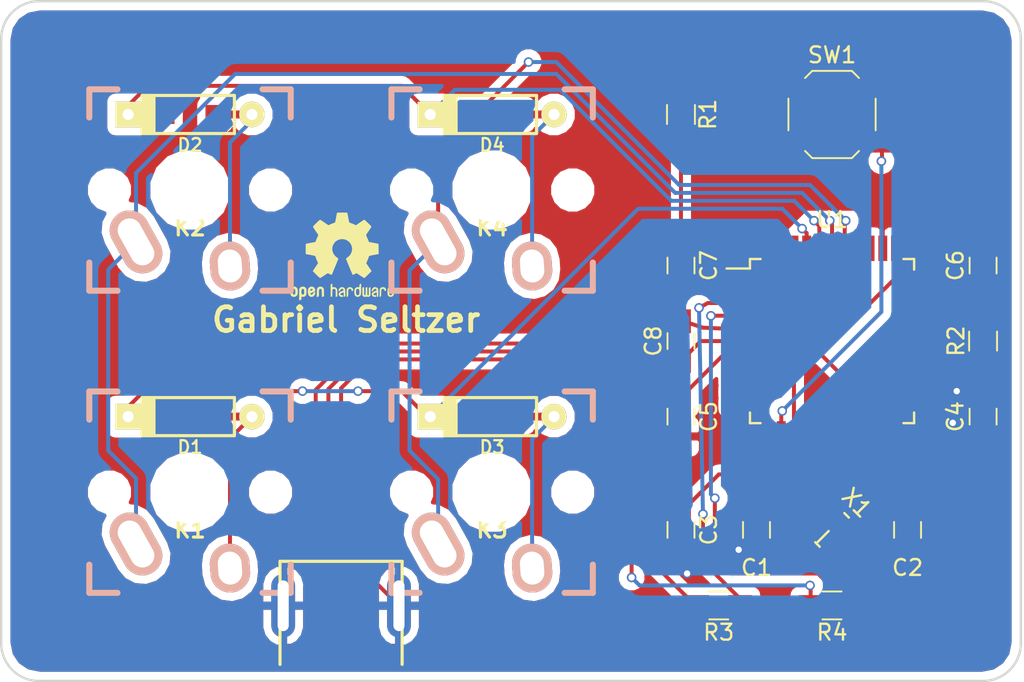
<source format=kicad_pcb>
(kicad_pcb (version 4) (host pcbnew 4.0.6)

  (general
    (links 75)
    (no_connects 0)
    (area 95.174999 89.587499 159.618751 132.600001)
    (thickness 1.6)
    (drawings 9)
    (tracks 207)
    (zones 0)
    (modules 25)
    (nets 43)
  )

  (page A4)
  (layers
    (0 F.Cu signal)
    (31 B.Cu signal)
    (32 B.Adhes user)
    (33 F.Adhes user)
    (34 B.Paste user)
    (35 F.Paste user)
    (36 B.SilkS user)
    (37 F.SilkS user)
    (38 B.Mask user)
    (39 F.Mask user)
    (40 Dwgs.User user hide)
    (41 Cmts.User user)
    (42 Eco1.User user)
    (43 Eco2.User user)
    (44 Edge.Cuts user)
    (45 Margin user)
    (46 B.CrtYd user)
    (47 F.CrtYd user)
    (48 B.Fab user)
    (49 F.Fab user)
  )

  (setup
    (last_trace_width 0.25)
    (trace_clearance 0.2)
    (zone_clearance 0.508)
    (zone_45_only no)
    (trace_min 0.2)
    (segment_width 0.2)
    (edge_width 0.15)
    (via_size 0.6)
    (via_drill 0.4)
    (via_min_size 0.4)
    (via_min_drill 0.3)
    (uvia_size 0.3)
    (uvia_drill 0.1)
    (uvias_allowed no)
    (uvia_min_size 0.2)
    (uvia_min_drill 0.1)
    (pcb_text_width 0.3)
    (pcb_text_size 1.5 1.5)
    (mod_edge_width 0.15)
    (mod_text_size 1 1)
    (mod_text_width 0.15)
    (pad_size 1.524 1.524)
    (pad_drill 0.762)
    (pad_to_mask_clearance 0.2)
    (aux_axis_origin 0 0)
    (visible_elements 7FFEEFFF)
    (pcbplotparams
      (layerselection 0x00030_80000001)
      (usegerberextensions false)
      (excludeedgelayer true)
      (linewidth 0.100000)
      (plotframeref false)
      (viasonmask false)
      (mode 1)
      (useauxorigin false)
      (hpglpennumber 1)
      (hpglpenspeed 20)
      (hpglpendiameter 15)
      (hpglpenoverlay 2)
      (psnegative false)
      (psa4output false)
      (plotreference true)
      (plotvalue true)
      (plotinvisibletext false)
      (padsonsilk false)
      (subtractmaskfromsilk false)
      (outputformat 1)
      (mirror false)
      (drillshape 1)
      (scaleselection 1)
      (outputdirectory ""))
  )

  (net 0 "")
  (net 1 "Net-(C1-Pad1)")
  (net 2 GND)
  (net 3 "Net-(C2-Pad1)")
  (net 4 VCC)
  (net 5 "Net-(C8-Pad1)")
  (net 6 "Net-(D1-Pad2)")
  (net 7 /row0)
  (net 8 "Net-(D2-Pad2)")
  (net 9 /row1)
  (net 10 "Net-(D3-Pad2)")
  (net 11 "Net-(D4-Pad2)")
  (net 12 "Net-(J1-Pad2)")
  (net 13 "Net-(J1-Pad3)")
  (net 14 "Net-(J1-Pad4)")
  (net 15 /col0)
  (net 16 /col1)
  (net 17 "Net-(R1-Pad1)")
  (net 18 "Net-(R2-Pad2)")
  (net 19 "Net-(R3-Pad1)")
  (net 20 "Net-(R4-Pad1)")
  (net 21 "Net-(U1-Pad1)")
  (net 22 "Net-(U1-Pad8)")
  (net 23 "Net-(U1-Pad9)")
  (net 24 "Net-(U1-Pad10)")
  (net 25 "Net-(U1-Pad11)")
  (net 26 "Net-(U1-Pad12)")
  (net 27 "Net-(U1-Pad18)")
  (net 28 "Net-(U1-Pad19)")
  (net 29 "Net-(U1-Pad20)")
  (net 30 "Net-(U1-Pad21)")
  (net 31 "Net-(U1-Pad22)")
  (net 32 "Net-(U1-Pad25)")
  (net 33 "Net-(U1-Pad26)")
  (net 34 "Net-(U1-Pad27)")
  (net 35 "Net-(U1-Pad28)")
  (net 36 "Net-(U1-Pad29)")
  (net 37 "Net-(U1-Pad30)")
  (net 38 "Net-(U1-Pad31)")
  (net 39 "Net-(U1-Pad32)")
  (net 40 "Net-(U1-Pad36)")
  (net 41 "Net-(U1-Pad37)")
  (net 42 "Net-(U1-Pad42)")

  (net_class Default "This is the default net class."
    (clearance 0.2)
    (trace_width 0.25)
    (via_dia 0.6)
    (via_drill 0.4)
    (uvia_dia 0.3)
    (uvia_drill 0.1)
    (add_net /col0)
    (add_net /col1)
    (add_net /row0)
    (add_net /row1)
    (add_net GND)
    (add_net "Net-(C1-Pad1)")
    (add_net "Net-(C2-Pad1)")
    (add_net "Net-(C8-Pad1)")
    (add_net "Net-(D1-Pad2)")
    (add_net "Net-(D2-Pad2)")
    (add_net "Net-(D3-Pad2)")
    (add_net "Net-(D4-Pad2)")
    (add_net "Net-(J1-Pad2)")
    (add_net "Net-(J1-Pad3)")
    (add_net "Net-(J1-Pad4)")
    (add_net "Net-(R1-Pad1)")
    (add_net "Net-(R2-Pad2)")
    (add_net "Net-(R3-Pad1)")
    (add_net "Net-(R4-Pad1)")
    (add_net "Net-(U1-Pad1)")
    (add_net "Net-(U1-Pad10)")
    (add_net "Net-(U1-Pad11)")
    (add_net "Net-(U1-Pad12)")
    (add_net "Net-(U1-Pad18)")
    (add_net "Net-(U1-Pad19)")
    (add_net "Net-(U1-Pad20)")
    (add_net "Net-(U1-Pad21)")
    (add_net "Net-(U1-Pad22)")
    (add_net "Net-(U1-Pad25)")
    (add_net "Net-(U1-Pad26)")
    (add_net "Net-(U1-Pad27)")
    (add_net "Net-(U1-Pad28)")
    (add_net "Net-(U1-Pad29)")
    (add_net "Net-(U1-Pad30)")
    (add_net "Net-(U1-Pad31)")
    (add_net "Net-(U1-Pad32)")
    (add_net "Net-(U1-Pad36)")
    (add_net "Net-(U1-Pad37)")
    (add_net "Net-(U1-Pad42)")
    (add_net "Net-(U1-Pad8)")
    (add_net "Net-(U1-Pad9)")
    (add_net VCC)
  )

  (module Capacitors_SMD:C_0805_HandSoldering (layer F.Cu) (tedit 5A320F36) (tstamp 5A320D59)
    (at 142.875 123 270)
    (descr "Capacitor SMD 0805, hand soldering")
    (tags "capacitor 0805")
    (path /5A31E54E)
    (attr smd)
    (fp_text reference C1 (at 2.38125 0 540) (layer F.SilkS)
      (effects (font (size 1 1) (thickness 0.15)))
    )
    (fp_text value 22p (at 0 1.75 270) (layer F.Fab)
      (effects (font (size 1 1) (thickness 0.15)))
    )
    (fp_text user %R (at 0 -1.75 270) (layer F.Fab)
      (effects (font (size 1 1) (thickness 0.15)))
    )
    (fp_line (start -1 0.62) (end -1 -0.62) (layer F.Fab) (width 0.1))
    (fp_line (start 1 0.62) (end -1 0.62) (layer F.Fab) (width 0.1))
    (fp_line (start 1 -0.62) (end 1 0.62) (layer F.Fab) (width 0.1))
    (fp_line (start -1 -0.62) (end 1 -0.62) (layer F.Fab) (width 0.1))
    (fp_line (start 0.5 -0.85) (end -0.5 -0.85) (layer F.SilkS) (width 0.12))
    (fp_line (start -0.5 0.85) (end 0.5 0.85) (layer F.SilkS) (width 0.12))
    (fp_line (start -2.25 -0.88) (end 2.25 -0.88) (layer F.CrtYd) (width 0.05))
    (fp_line (start -2.25 -0.88) (end -2.25 0.87) (layer F.CrtYd) (width 0.05))
    (fp_line (start 2.25 0.87) (end 2.25 -0.88) (layer F.CrtYd) (width 0.05))
    (fp_line (start 2.25 0.87) (end -2.25 0.87) (layer F.CrtYd) (width 0.05))
    (pad 1 smd rect (at -1.25 0 270) (size 1.5 1.25) (layers F.Cu F.Paste F.Mask)
      (net 1 "Net-(C1-Pad1)"))
    (pad 2 smd rect (at 1.25 0 270) (size 1.5 1.25) (layers F.Cu F.Paste F.Mask)
      (net 2 GND))
    (model Capacitors_SMD.3dshapes/C_0805.wrl
      (at (xyz 0 0 0))
      (scale (xyz 1 1 1))
      (rotate (xyz 0 0 0))
    )
  )

  (module Capacitors_SMD:C_0805_HandSoldering (layer F.Cu) (tedit 5A320F32) (tstamp 5A320D5F)
    (at 152.4 123 270)
    (descr "Capacitor SMD 0805, hand soldering")
    (tags "capacitor 0805")
    (path /5A31E598)
    (attr smd)
    (fp_text reference C2 (at 2.38125 0 540) (layer F.SilkS)
      (effects (font (size 1 1) (thickness 0.15)))
    )
    (fp_text value 22p (at 0 1.75 270) (layer F.Fab)
      (effects (font (size 1 1) (thickness 0.15)))
    )
    (fp_text user %R (at 0 -1.75 270) (layer F.Fab)
      (effects (font (size 1 1) (thickness 0.15)))
    )
    (fp_line (start -1 0.62) (end -1 -0.62) (layer F.Fab) (width 0.1))
    (fp_line (start 1 0.62) (end -1 0.62) (layer F.Fab) (width 0.1))
    (fp_line (start 1 -0.62) (end 1 0.62) (layer F.Fab) (width 0.1))
    (fp_line (start -1 -0.62) (end 1 -0.62) (layer F.Fab) (width 0.1))
    (fp_line (start 0.5 -0.85) (end -0.5 -0.85) (layer F.SilkS) (width 0.12))
    (fp_line (start -0.5 0.85) (end 0.5 0.85) (layer F.SilkS) (width 0.12))
    (fp_line (start -2.25 -0.88) (end 2.25 -0.88) (layer F.CrtYd) (width 0.05))
    (fp_line (start -2.25 -0.88) (end -2.25 0.87) (layer F.CrtYd) (width 0.05))
    (fp_line (start 2.25 0.87) (end 2.25 -0.88) (layer F.CrtYd) (width 0.05))
    (fp_line (start 2.25 0.87) (end -2.25 0.87) (layer F.CrtYd) (width 0.05))
    (pad 1 smd rect (at -1.25 0 270) (size 1.5 1.25) (layers F.Cu F.Paste F.Mask)
      (net 3 "Net-(C2-Pad1)"))
    (pad 2 smd rect (at 1.25 0 270) (size 1.5 1.25) (layers F.Cu F.Paste F.Mask)
      (net 2 GND))
    (model Capacitors_SMD.3dshapes/C_0805.wrl
      (at (xyz 0 0 0))
      (scale (xyz 1 1 1))
      (rotate (xyz 0 0 0))
    )
  )

  (module Capacitors_SMD:C_0805_HandSoldering (layer F.Cu) (tedit 58AA84A8) (tstamp 5A320D65)
    (at 138.1125 123 270)
    (descr "Capacitor SMD 0805, hand soldering")
    (tags "capacitor 0805")
    (path /5A31EBAB)
    (attr smd)
    (fp_text reference C3 (at 0 -1.75 270) (layer F.SilkS)
      (effects (font (size 1 1) (thickness 0.15)))
    )
    (fp_text value 0.1u (at 0 1.75 270) (layer F.Fab)
      (effects (font (size 1 1) (thickness 0.15)))
    )
    (fp_text user %R (at 0 -1.75 270) (layer F.Fab)
      (effects (font (size 1 1) (thickness 0.15)))
    )
    (fp_line (start -1 0.62) (end -1 -0.62) (layer F.Fab) (width 0.1))
    (fp_line (start 1 0.62) (end -1 0.62) (layer F.Fab) (width 0.1))
    (fp_line (start 1 -0.62) (end 1 0.62) (layer F.Fab) (width 0.1))
    (fp_line (start -1 -0.62) (end 1 -0.62) (layer F.Fab) (width 0.1))
    (fp_line (start 0.5 -0.85) (end -0.5 -0.85) (layer F.SilkS) (width 0.12))
    (fp_line (start -0.5 0.85) (end 0.5 0.85) (layer F.SilkS) (width 0.12))
    (fp_line (start -2.25 -0.88) (end 2.25 -0.88) (layer F.CrtYd) (width 0.05))
    (fp_line (start -2.25 -0.88) (end -2.25 0.87) (layer F.CrtYd) (width 0.05))
    (fp_line (start 2.25 0.87) (end 2.25 -0.88) (layer F.CrtYd) (width 0.05))
    (fp_line (start 2.25 0.87) (end -2.25 0.87) (layer F.CrtYd) (width 0.05))
    (pad 1 smd rect (at -1.25 0 270) (size 1.5 1.25) (layers F.Cu F.Paste F.Mask)
      (net 4 VCC))
    (pad 2 smd rect (at 1.25 0 270) (size 1.5 1.25) (layers F.Cu F.Paste F.Mask)
      (net 2 GND))
    (model Capacitors_SMD.3dshapes/C_0805.wrl
      (at (xyz 0 0 0))
      (scale (xyz 1 1 1))
      (rotate (xyz 0 0 0))
    )
  )

  (module Capacitors_SMD:C_0805_HandSoldering (layer F.Cu) (tedit 5A321150) (tstamp 5A320D6B)
    (at 157.1625 115.85625 90)
    (descr "Capacitor SMD 0805, hand soldering")
    (tags "capacitor 0805")
    (path /5A31EBFC)
    (attr smd)
    (fp_text reference C4 (at 0 -1.75 90) (layer F.SilkS)
      (effects (font (size 1 1) (thickness 0.15)))
    )
    (fp_text value 0.1u (at 0 1.75 270) (layer F.Fab)
      (effects (font (size 1 1) (thickness 0.15)))
    )
    (fp_text user %R (at 0 -1.75 90) (layer F.Fab)
      (effects (font (size 1 1) (thickness 0.15)))
    )
    (fp_line (start -1 0.62) (end -1 -0.62) (layer F.Fab) (width 0.1))
    (fp_line (start 1 0.62) (end -1 0.62) (layer F.Fab) (width 0.1))
    (fp_line (start 1 -0.62) (end 1 0.62) (layer F.Fab) (width 0.1))
    (fp_line (start -1 -0.62) (end 1 -0.62) (layer F.Fab) (width 0.1))
    (fp_line (start 0.5 -0.85) (end -0.5 -0.85) (layer F.SilkS) (width 0.12))
    (fp_line (start -0.5 0.85) (end 0.5 0.85) (layer F.SilkS) (width 0.12))
    (fp_line (start -2.25 -0.88) (end 2.25 -0.88) (layer F.CrtYd) (width 0.05))
    (fp_line (start -2.25 -0.88) (end -2.25 0.87) (layer F.CrtYd) (width 0.05))
    (fp_line (start 2.25 0.87) (end 2.25 -0.88) (layer F.CrtYd) (width 0.05))
    (fp_line (start 2.25 0.87) (end -2.25 0.87) (layer F.CrtYd) (width 0.05))
    (pad 1 smd rect (at -1.25 0 90) (size 1.5 1.25) (layers F.Cu F.Paste F.Mask)
      (net 4 VCC))
    (pad 2 smd rect (at 1.25 0 90) (size 1.5 1.25) (layers F.Cu F.Paste F.Mask)
      (net 2 GND))
    (model Capacitors_SMD.3dshapes/C_0805.wrl
      (at (xyz 0 0 0))
      (scale (xyz 1 1 1))
      (rotate (xyz 0 0 0))
    )
  )

  (module Capacitors_SMD:C_0805_HandSoldering (layer F.Cu) (tedit 58AA84A8) (tstamp 5A320D71)
    (at 138.1125 115.85625 270)
    (descr "Capacitor SMD 0805, hand soldering")
    (tags "capacitor 0805")
    (path /5A31EC26)
    (attr smd)
    (fp_text reference C5 (at 0 -1.75 270) (layer F.SilkS)
      (effects (font (size 1 1) (thickness 0.15)))
    )
    (fp_text value 0.1u (at 0 1.75 270) (layer F.Fab)
      (effects (font (size 1 1) (thickness 0.15)))
    )
    (fp_text user %R (at 0 -1.75 270) (layer F.Fab)
      (effects (font (size 1 1) (thickness 0.15)))
    )
    (fp_line (start -1 0.62) (end -1 -0.62) (layer F.Fab) (width 0.1))
    (fp_line (start 1 0.62) (end -1 0.62) (layer F.Fab) (width 0.1))
    (fp_line (start 1 -0.62) (end 1 0.62) (layer F.Fab) (width 0.1))
    (fp_line (start -1 -0.62) (end 1 -0.62) (layer F.Fab) (width 0.1))
    (fp_line (start 0.5 -0.85) (end -0.5 -0.85) (layer F.SilkS) (width 0.12))
    (fp_line (start -0.5 0.85) (end 0.5 0.85) (layer F.SilkS) (width 0.12))
    (fp_line (start -2.25 -0.88) (end 2.25 -0.88) (layer F.CrtYd) (width 0.05))
    (fp_line (start -2.25 -0.88) (end -2.25 0.87) (layer F.CrtYd) (width 0.05))
    (fp_line (start 2.25 0.87) (end 2.25 -0.88) (layer F.CrtYd) (width 0.05))
    (fp_line (start 2.25 0.87) (end -2.25 0.87) (layer F.CrtYd) (width 0.05))
    (pad 1 smd rect (at -1.25 0 270) (size 1.5 1.25) (layers F.Cu F.Paste F.Mask)
      (net 4 VCC))
    (pad 2 smd rect (at 1.25 0 270) (size 1.5 1.25) (layers F.Cu F.Paste F.Mask)
      (net 2 GND))
    (model Capacitors_SMD.3dshapes/C_0805.wrl
      (at (xyz 0 0 0))
      (scale (xyz 1 1 1))
      (rotate (xyz 0 0 0))
    )
  )

  (module Capacitors_SMD:C_0805_HandSoldering (layer F.Cu) (tedit 58AA84A8) (tstamp 5A320D77)
    (at 157.1625 106.33125 90)
    (descr "Capacitor SMD 0805, hand soldering")
    (tags "capacitor 0805")
    (path /5A31EC4F)
    (attr smd)
    (fp_text reference C6 (at 0 -1.75 90) (layer F.SilkS)
      (effects (font (size 1 1) (thickness 0.15)))
    )
    (fp_text value 0.1u (at 0 1.75 90) (layer F.Fab)
      (effects (font (size 1 1) (thickness 0.15)))
    )
    (fp_text user %R (at 0 -1.75 90) (layer F.Fab)
      (effects (font (size 1 1) (thickness 0.15)))
    )
    (fp_line (start -1 0.62) (end -1 -0.62) (layer F.Fab) (width 0.1))
    (fp_line (start 1 0.62) (end -1 0.62) (layer F.Fab) (width 0.1))
    (fp_line (start 1 -0.62) (end 1 0.62) (layer F.Fab) (width 0.1))
    (fp_line (start -1 -0.62) (end 1 -0.62) (layer F.Fab) (width 0.1))
    (fp_line (start 0.5 -0.85) (end -0.5 -0.85) (layer F.SilkS) (width 0.12))
    (fp_line (start -0.5 0.85) (end 0.5 0.85) (layer F.SilkS) (width 0.12))
    (fp_line (start -2.25 -0.88) (end 2.25 -0.88) (layer F.CrtYd) (width 0.05))
    (fp_line (start -2.25 -0.88) (end -2.25 0.87) (layer F.CrtYd) (width 0.05))
    (fp_line (start 2.25 0.87) (end 2.25 -0.88) (layer F.CrtYd) (width 0.05))
    (fp_line (start 2.25 0.87) (end -2.25 0.87) (layer F.CrtYd) (width 0.05))
    (pad 1 smd rect (at -1.25 0 90) (size 1.5 1.25) (layers F.Cu F.Paste F.Mask)
      (net 4 VCC))
    (pad 2 smd rect (at 1.25 0 90) (size 1.5 1.25) (layers F.Cu F.Paste F.Mask)
      (net 2 GND))
    (model Capacitors_SMD.3dshapes/C_0805.wrl
      (at (xyz 0 0 0))
      (scale (xyz 1 1 1))
      (rotate (xyz 0 0 0))
    )
  )

  (module Capacitors_SMD:C_0805_HandSoldering (layer F.Cu) (tedit 58AA84A8) (tstamp 5A320D7D)
    (at 138.1125 106.33125 270)
    (descr "Capacitor SMD 0805, hand soldering")
    (tags "capacitor 0805")
    (path /5A31EC7B)
    (attr smd)
    (fp_text reference C7 (at 0 -1.75 270) (layer F.SilkS)
      (effects (font (size 1 1) (thickness 0.15)))
    )
    (fp_text value 4.7u (at 0 1.75 270) (layer F.Fab)
      (effects (font (size 1 1) (thickness 0.15)))
    )
    (fp_text user %R (at 0 -1.75 270) (layer F.Fab)
      (effects (font (size 1 1) (thickness 0.15)))
    )
    (fp_line (start -1 0.62) (end -1 -0.62) (layer F.Fab) (width 0.1))
    (fp_line (start 1 0.62) (end -1 0.62) (layer F.Fab) (width 0.1))
    (fp_line (start 1 -0.62) (end 1 0.62) (layer F.Fab) (width 0.1))
    (fp_line (start -1 -0.62) (end 1 -0.62) (layer F.Fab) (width 0.1))
    (fp_line (start 0.5 -0.85) (end -0.5 -0.85) (layer F.SilkS) (width 0.12))
    (fp_line (start -0.5 0.85) (end 0.5 0.85) (layer F.SilkS) (width 0.12))
    (fp_line (start -2.25 -0.88) (end 2.25 -0.88) (layer F.CrtYd) (width 0.05))
    (fp_line (start -2.25 -0.88) (end -2.25 0.87) (layer F.CrtYd) (width 0.05))
    (fp_line (start 2.25 0.87) (end 2.25 -0.88) (layer F.CrtYd) (width 0.05))
    (fp_line (start 2.25 0.87) (end -2.25 0.87) (layer F.CrtYd) (width 0.05))
    (pad 1 smd rect (at -1.25 0 270) (size 1.5 1.25) (layers F.Cu F.Paste F.Mask)
      (net 4 VCC))
    (pad 2 smd rect (at 1.25 0 270) (size 1.5 1.25) (layers F.Cu F.Paste F.Mask)
      (net 2 GND))
    (model Capacitors_SMD.3dshapes/C_0805.wrl
      (at (xyz 0 0 0))
      (scale (xyz 1 1 1))
      (rotate (xyz 0 0 0))
    )
  )

  (module Capacitors_SMD:C_0805_HandSoldering (layer F.Cu) (tedit 58AA84A8) (tstamp 5A320D83)
    (at 138.1125 111.09375 90)
    (descr "Capacitor SMD 0805, hand soldering")
    (tags "capacitor 0805")
    (path /5A3218FB)
    (attr smd)
    (fp_text reference C8 (at 0 -1.75 90) (layer F.SilkS)
      (effects (font (size 1 1) (thickness 0.15)))
    )
    (fp_text value 1u (at 0 1.75 90) (layer F.Fab)
      (effects (font (size 1 1) (thickness 0.15)))
    )
    (fp_text user %R (at 0 -1.75 90) (layer F.Fab)
      (effects (font (size 1 1) (thickness 0.15)))
    )
    (fp_line (start -1 0.62) (end -1 -0.62) (layer F.Fab) (width 0.1))
    (fp_line (start 1 0.62) (end -1 0.62) (layer F.Fab) (width 0.1))
    (fp_line (start 1 -0.62) (end 1 0.62) (layer F.Fab) (width 0.1))
    (fp_line (start -1 -0.62) (end 1 -0.62) (layer F.Fab) (width 0.1))
    (fp_line (start 0.5 -0.85) (end -0.5 -0.85) (layer F.SilkS) (width 0.12))
    (fp_line (start -0.5 0.85) (end 0.5 0.85) (layer F.SilkS) (width 0.12))
    (fp_line (start -2.25 -0.88) (end 2.25 -0.88) (layer F.CrtYd) (width 0.05))
    (fp_line (start -2.25 -0.88) (end -2.25 0.87) (layer F.CrtYd) (width 0.05))
    (fp_line (start 2.25 0.87) (end 2.25 -0.88) (layer F.CrtYd) (width 0.05))
    (fp_line (start 2.25 0.87) (end -2.25 0.87) (layer F.CrtYd) (width 0.05))
    (pad 1 smd rect (at -1.25 0 90) (size 1.5 1.25) (layers F.Cu F.Paste F.Mask)
      (net 5 "Net-(C8-Pad1)"))
    (pad 2 smd rect (at 1.25 0 90) (size 1.5 1.25) (layers F.Cu F.Paste F.Mask)
      (net 2 GND))
    (model Capacitors_SMD.3dshapes/C_0805.wrl
      (at (xyz 0 0 0))
      (scale (xyz 1 1 1))
      (rotate (xyz 0 0 0))
    )
  )

  (module keyboard_parts:D_SOD123_axial (layer F.Cu) (tedit 561B6A12) (tstamp 5A320D8D)
    (at 107.15625 115.85625)
    (path /5A325704)
    (attr smd)
    (fp_text reference D1 (at 0 1.925) (layer F.SilkS)
      (effects (font (size 0.8 0.8) (thickness 0.15)))
    )
    (fp_text value D (at 0 -1.925) (layer F.SilkS) hide
      (effects (font (size 0.8 0.8) (thickness 0.15)))
    )
    (fp_line (start -2.275 -1.2) (end -2.275 1.2) (layer F.SilkS) (width 0.2))
    (fp_line (start -2.45 -1.2) (end -2.45 1.2) (layer F.SilkS) (width 0.2))
    (fp_line (start -2.625 -1.2) (end -2.625 1.2) (layer F.SilkS) (width 0.2))
    (fp_line (start -3.025 1.2) (end -3.025 -1.2) (layer F.SilkS) (width 0.2))
    (fp_line (start -2.8 -1.2) (end -2.8 1.2) (layer F.SilkS) (width 0.2))
    (fp_line (start -2.925 -1.2) (end -2.925 1.2) (layer F.SilkS) (width 0.2))
    (fp_line (start -3 -1.2) (end 2.8 -1.2) (layer F.SilkS) (width 0.2))
    (fp_line (start 2.8 -1.2) (end 2.8 1.2) (layer F.SilkS) (width 0.2))
    (fp_line (start 2.8 1.2) (end -3 1.2) (layer F.SilkS) (width 0.2))
    (pad 2 smd rect (at 1.575 0) (size 1.2 1.2) (layers F.Cu F.Paste F.Mask)
      (net 6 "Net-(D1-Pad2)"))
    (pad 1 smd rect (at -1.575 0) (size 1.2 1.2) (layers F.Cu F.Paste F.Mask)
      (net 7 /row0))
    (pad 1 thru_hole rect (at -3.9 0) (size 1.6 1.6) (drill 0.7) (layers *.Cu *.Mask F.SilkS)
      (net 7 /row0))
    (pad 2 thru_hole circle (at 3.9 0) (size 1.6 1.6) (drill 0.7) (layers *.Cu *.Mask F.SilkS)
      (net 6 "Net-(D1-Pad2)"))
    (pad 1 smd rect (at -2.7 0) (size 2.5 0.5) (layers F.Cu)
      (net 7 /row0) (solder_mask_margin -999))
    (pad 2 smd rect (at 2.7 0) (size 2.5 0.5) (layers F.Cu)
      (net 6 "Net-(D1-Pad2)") (solder_mask_margin -999))
  )

  (module keyboard_parts:D_SOD123_axial (layer F.Cu) (tedit 561B6A12) (tstamp 5A320D97)
    (at 107.15625 96.80625)
    (path /5A32618F)
    (attr smd)
    (fp_text reference D2 (at 0 1.925) (layer F.SilkS)
      (effects (font (size 0.8 0.8) (thickness 0.15)))
    )
    (fp_text value D (at 0 -1.925) (layer F.SilkS) hide
      (effects (font (size 0.8 0.8) (thickness 0.15)))
    )
    (fp_line (start -2.275 -1.2) (end -2.275 1.2) (layer F.SilkS) (width 0.2))
    (fp_line (start -2.45 -1.2) (end -2.45 1.2) (layer F.SilkS) (width 0.2))
    (fp_line (start -2.625 -1.2) (end -2.625 1.2) (layer F.SilkS) (width 0.2))
    (fp_line (start -3.025 1.2) (end -3.025 -1.2) (layer F.SilkS) (width 0.2))
    (fp_line (start -2.8 -1.2) (end -2.8 1.2) (layer F.SilkS) (width 0.2))
    (fp_line (start -2.925 -1.2) (end -2.925 1.2) (layer F.SilkS) (width 0.2))
    (fp_line (start -3 -1.2) (end 2.8 -1.2) (layer F.SilkS) (width 0.2))
    (fp_line (start 2.8 -1.2) (end 2.8 1.2) (layer F.SilkS) (width 0.2))
    (fp_line (start 2.8 1.2) (end -3 1.2) (layer F.SilkS) (width 0.2))
    (pad 2 smd rect (at 1.575 0) (size 1.2 1.2) (layers F.Cu F.Paste F.Mask)
      (net 8 "Net-(D2-Pad2)"))
    (pad 1 smd rect (at -1.575 0) (size 1.2 1.2) (layers F.Cu F.Paste F.Mask)
      (net 9 /row1))
    (pad 1 thru_hole rect (at -3.9 0) (size 1.6 1.6) (drill 0.7) (layers *.Cu *.Mask F.SilkS)
      (net 9 /row1))
    (pad 2 thru_hole circle (at 3.9 0) (size 1.6 1.6) (drill 0.7) (layers *.Cu *.Mask F.SilkS)
      (net 8 "Net-(D2-Pad2)"))
    (pad 1 smd rect (at -2.7 0) (size 2.5 0.5) (layers F.Cu)
      (net 9 /row1) (solder_mask_margin -999))
    (pad 2 smd rect (at 2.7 0) (size 2.5 0.5) (layers F.Cu)
      (net 8 "Net-(D2-Pad2)") (solder_mask_margin -999))
  )

  (module keyboard_parts:D_SOD123_axial (layer F.Cu) (tedit 561B6A12) (tstamp 5A320DA1)
    (at 126.20625 115.85625)
    (path /5A326025)
    (attr smd)
    (fp_text reference D3 (at 0 1.925) (layer F.SilkS)
      (effects (font (size 0.8 0.8) (thickness 0.15)))
    )
    (fp_text value D (at 0 -1.925) (layer F.SilkS) hide
      (effects (font (size 0.8 0.8) (thickness 0.15)))
    )
    (fp_line (start -2.275 -1.2) (end -2.275 1.2) (layer F.SilkS) (width 0.2))
    (fp_line (start -2.45 -1.2) (end -2.45 1.2) (layer F.SilkS) (width 0.2))
    (fp_line (start -2.625 -1.2) (end -2.625 1.2) (layer F.SilkS) (width 0.2))
    (fp_line (start -3.025 1.2) (end -3.025 -1.2) (layer F.SilkS) (width 0.2))
    (fp_line (start -2.8 -1.2) (end -2.8 1.2) (layer F.SilkS) (width 0.2))
    (fp_line (start -2.925 -1.2) (end -2.925 1.2) (layer F.SilkS) (width 0.2))
    (fp_line (start -3 -1.2) (end 2.8 -1.2) (layer F.SilkS) (width 0.2))
    (fp_line (start 2.8 -1.2) (end 2.8 1.2) (layer F.SilkS) (width 0.2))
    (fp_line (start 2.8 1.2) (end -3 1.2) (layer F.SilkS) (width 0.2))
    (pad 2 smd rect (at 1.575 0) (size 1.2 1.2) (layers F.Cu F.Paste F.Mask)
      (net 10 "Net-(D3-Pad2)"))
    (pad 1 smd rect (at -1.575 0) (size 1.2 1.2) (layers F.Cu F.Paste F.Mask)
      (net 7 /row0))
    (pad 1 thru_hole rect (at -3.9 0) (size 1.6 1.6) (drill 0.7) (layers *.Cu *.Mask F.SilkS)
      (net 7 /row0))
    (pad 2 thru_hole circle (at 3.9 0) (size 1.6 1.6) (drill 0.7) (layers *.Cu *.Mask F.SilkS)
      (net 10 "Net-(D3-Pad2)"))
    (pad 1 smd rect (at -2.7 0) (size 2.5 0.5) (layers F.Cu)
      (net 7 /row0) (solder_mask_margin -999))
    (pad 2 smd rect (at 2.7 0) (size 2.5 0.5) (layers F.Cu)
      (net 10 "Net-(D3-Pad2)") (solder_mask_margin -999))
  )

  (module keyboard_parts:D_SOD123_axial (layer F.Cu) (tedit 561B6A12) (tstamp 5A320DAB)
    (at 126.20625 96.80625)
    (path /5A3260BF)
    (attr smd)
    (fp_text reference D4 (at 0 1.925) (layer F.SilkS)
      (effects (font (size 0.8 0.8) (thickness 0.15)))
    )
    (fp_text value D (at 0 -1.925) (layer F.SilkS) hide
      (effects (font (size 0.8 0.8) (thickness 0.15)))
    )
    (fp_line (start -2.275 -1.2) (end -2.275 1.2) (layer F.SilkS) (width 0.2))
    (fp_line (start -2.45 -1.2) (end -2.45 1.2) (layer F.SilkS) (width 0.2))
    (fp_line (start -2.625 -1.2) (end -2.625 1.2) (layer F.SilkS) (width 0.2))
    (fp_line (start -3.025 1.2) (end -3.025 -1.2) (layer F.SilkS) (width 0.2))
    (fp_line (start -2.8 -1.2) (end -2.8 1.2) (layer F.SilkS) (width 0.2))
    (fp_line (start -2.925 -1.2) (end -2.925 1.2) (layer F.SilkS) (width 0.2))
    (fp_line (start -3 -1.2) (end 2.8 -1.2) (layer F.SilkS) (width 0.2))
    (fp_line (start 2.8 -1.2) (end 2.8 1.2) (layer F.SilkS) (width 0.2))
    (fp_line (start 2.8 1.2) (end -3 1.2) (layer F.SilkS) (width 0.2))
    (pad 2 smd rect (at 1.575 0) (size 1.2 1.2) (layers F.Cu F.Paste F.Mask)
      (net 11 "Net-(D4-Pad2)"))
    (pad 1 smd rect (at -1.575 0) (size 1.2 1.2) (layers F.Cu F.Paste F.Mask)
      (net 9 /row1))
    (pad 1 thru_hole rect (at -3.9 0) (size 1.6 1.6) (drill 0.7) (layers *.Cu *.Mask F.SilkS)
      (net 9 /row1))
    (pad 2 thru_hole circle (at 3.9 0) (size 1.6 1.6) (drill 0.7) (layers *.Cu *.Mask F.SilkS)
      (net 11 "Net-(D4-Pad2)"))
    (pad 1 smd rect (at -2.7 0) (size 2.5 0.5) (layers F.Cu)
      (net 9 /row1) (solder_mask_margin -999))
    (pad 2 smd rect (at 2.7 0) (size 2.5 0.5) (layers F.Cu)
      (net 11 "Net-(D4-Pad2)") (solder_mask_margin -999))
  )

  (module keyboard_parts:USB_miniB_hirose_5S8 (layer F.Cu) (tedit 5950B1FC) (tstamp 5A320DB8)
    (at 116.68125 125.38125)
    (descr "USB miniB hirose UX60SC-MB-5S8")
    (tags "USB miniB hirose through hole UX60SC-MB-5S8")
    (path /5A321004)
    (fp_text reference J1 (at 0 2.45) (layer F.SilkS) hide
      (effects (font (size 0.8128 0.8128) (thickness 0.2032)))
    )
    (fp_text value USB_mini_micro_B (at 0 7.95) (layer Dwgs.User) hide
      (effects (font (thickness 0.3048)))
    )
    (fp_line (start 3.85 -0.4) (end 3.85 6.1) (layer F.SilkS) (width 0.2))
    (fp_line (start -3.85 -0.4) (end -3.85 6.1) (layer F.SilkS) (width 0.2))
    (fp_line (start -3.85 -0.4) (end 3.85 -0.4) (layer F.SilkS) (width 0.2))
    (fp_line (start -1 6.1) (end 1 6.1) (layer Dwgs.User) (width 0.2))
    (fp_line (start -3.85 6.6) (end -3.85 5.7) (layer Dwgs.User) (width 0.2))
    (fp_line (start 3.85 6.6) (end 3.85 5.7) (layer Dwgs.User) (width 0.2))
    (fp_text user "PCB edge" (at -0.05 5.35) (layer Dwgs.User) hide
      (effects (font (size 0.5 0.5) (thickness 0.125)))
    )
    (fp_line (start -3.85 6.6) (end 3.85 6.6) (layer Dwgs.User) (width 0.2))
    (pad 6 smd rect (at 2.675 5.2) (size 2.35 0.8) (layers F.Cu F.Paste F.Mask)
      (net 2 GND))
    (pad 6 smd rect (at -2.675 5.2) (size 2.35 0.8) (layers F.Cu F.Paste F.Mask)
      (net 2 GND))
    (pad 1 smd rect (at -1.6 0) (size 0.5 1.4) (layers F.Cu F.Paste F.Mask)
      (net 4 VCC))
    (pad 2 smd rect (at -0.8 0) (size 0.5 1.4) (layers F.Cu F.Paste F.Mask)
      (net 12 "Net-(J1-Pad2)"))
    (pad 3 smd rect (at 0 0) (size 0.5 1.4) (layers F.Cu F.Paste F.Mask)
      (net 13 "Net-(J1-Pad3)"))
    (pad 4 smd rect (at 0.8 0) (size 0.5 1.4) (layers F.Cu F.Paste F.Mask)
      (net 14 "Net-(J1-Pad4)"))
    (pad 5 smd rect (at 1.6 0) (size 0.5 1.4) (layers F.Cu F.Paste F.Mask)
      (net 2 GND))
    (pad 6 thru_hole oval (at -3.65 2.4) (size 1.5 4) (drill oval 0.7 3.2) (layers *.Cu *.Mask F.Paste)
      (net 2 GND))
    (pad 6 thru_hole oval (at 3.65 2.4) (size 1.5 4) (drill oval 0.7 3.2) (layers *.Cu *.Mask F.Paste)
      (net 2 GND))
  )

  (module keebs:Mx_Alps_100 locked (layer B.Cu) (tedit 5A320CCB) (tstamp 5A320DC1)
    (at 107.15625 120.61875)
    (descr MXALPS)
    (tags MXALPS)
    (path /5A325280)
    (fp_text reference K1 (at 0 2.38125) (layer F.SilkS)
      (effects (font (size 1 1) (thickness 0.2)))
    )
    (fp_text value KEYSW (at 5.334 -10.922) (layer F.SilkS) hide
      (effects (font (thickness 0.3048)))
    )
    (fp_line (start -6.35 6.35) (end 6.35 6.35) (layer Cmts.User) (width 0.1524))
    (fp_line (start 6.35 6.35) (end 6.35 -6.35) (layer Cmts.User) (width 0.1524))
    (fp_line (start 6.35 -6.35) (end -6.35 -6.35) (layer Cmts.User) (width 0.1524))
    (fp_line (start -6.35 -6.35) (end -6.35 6.35) (layer Cmts.User) (width 0.1524))
    (fp_line (start -9.398 9.398) (end 9.398 9.398) (layer Dwgs.User) (width 0.1524))
    (fp_line (start 9.398 9.398) (end 9.398 -9.398) (layer Dwgs.User) (width 0.1524))
    (fp_line (start 9.398 -9.398) (end -9.398 -9.398) (layer Dwgs.User) (width 0.1524))
    (fp_line (start -9.398 -9.398) (end -9.398 9.398) (layer Dwgs.User) (width 0.1524))
    (fp_line (start -6.35 6.35) (end -4.572 6.35) (layer B.SilkS) (width 0.381))
    (fp_line (start 4.572 6.35) (end 6.35 6.35) (layer B.SilkS) (width 0.381))
    (fp_line (start 6.35 6.35) (end 6.35 4.572) (layer B.SilkS) (width 0.381))
    (fp_line (start 6.35 -4.572) (end 6.35 -6.35) (layer B.SilkS) (width 0.381))
    (fp_line (start 6.35 -6.35) (end 4.572 -6.35) (layer B.SilkS) (width 0.381))
    (fp_line (start -4.572 -6.35) (end -6.35 -6.35) (layer B.SilkS) (width 0.381))
    (fp_line (start -6.35 -6.35) (end -6.35 -4.572) (layer B.SilkS) (width 0.381))
    (fp_line (start -6.35 4.572) (end -6.35 6.35) (layer B.SilkS) (width 0.381))
    (fp_line (start -6.985 6.985) (end 6.985 6.985) (layer Eco2.User) (width 0.1524))
    (fp_line (start 6.985 6.985) (end 6.985 -6.985) (layer Eco2.User) (width 0.1524))
    (fp_line (start 6.985 -6.985) (end -6.985 -6.985) (layer Eco2.User) (width 0.1524))
    (fp_line (start -6.985 -6.985) (end -6.985 6.985) (layer Eco2.User) (width 0.1524))
    (fp_line (start -7.75 -6.4) (end -7.75 6.4) (layer Dwgs.User) (width 0.3))
    (fp_line (start -7.75 -6.4) (end 7.75 -6.4) (layer Dwgs.User) (width 0.3))
    (fp_line (start 7.75 -6.4) (end 7.75 6.4) (layer Dwgs.User) (width 0.3))
    (fp_line (start 7.75 6.4) (end -7.75 6.4) (layer Dwgs.User) (width 0.3))
    (fp_line (start -7.62 7.62) (end 7.62 7.62) (layer Dwgs.User) (width 0.3))
    (fp_line (start 7.62 7.62) (end 7.62 -7.62) (layer Dwgs.User) (width 0.3))
    (fp_line (start 7.62 -7.62) (end -7.62 -7.62) (layer Dwgs.User) (width 0.3))
    (fp_line (start -7.62 -7.62) (end -7.62 7.62) (layer Dwgs.User) (width 0.3))
    (pad HOLE np_thru_hole circle (at 0 0) (size 3.9878 3.9878) (drill 3.9878) (layers *.Cu))
    (pad HOLE np_thru_hole circle (at -5.08 0) (size 1.7018 1.7018) (drill 1.7018) (layers *.Cu))
    (pad HOLE np_thru_hole circle (at 5.08 0) (size 1.7018 1.7018) (drill 1.7018) (layers *.Cu))
    (pad 1 thru_hole oval (at -3.405 3.27 29.05) (size 2.5 4.17) (drill oval 1.5 3.17) (layers *.Cu *.Mask B.SilkS)
      (net 15 /col0))
    (pad 2 thru_hole oval (at 2.52 4.79 3.9) (size 2.5 3.08) (drill oval 1.5 2.08) (layers *.Cu *.Mask B.SilkS)
      (net 6 "Net-(D1-Pad2)"))
  )

  (module keebs:Mx_Alps_100 (layer B.Cu) (tedit 5A320CC9) (tstamp 5A320DCA)
    (at 107.15625 101.56875)
    (descr MXALPS)
    (tags MXALPS)
    (path /5A3255E5)
    (fp_text reference K2 (at 0 2.38125) (layer F.SilkS)
      (effects (font (size 1 1) (thickness 0.2)))
    )
    (fp_text value KEYSW (at 5.334 -10.922) (layer F.SilkS) hide
      (effects (font (thickness 0.3048)))
    )
    (fp_line (start -6.35 6.35) (end 6.35 6.35) (layer Cmts.User) (width 0.1524))
    (fp_line (start 6.35 6.35) (end 6.35 -6.35) (layer Cmts.User) (width 0.1524))
    (fp_line (start 6.35 -6.35) (end -6.35 -6.35) (layer Cmts.User) (width 0.1524))
    (fp_line (start -6.35 -6.35) (end -6.35 6.35) (layer Cmts.User) (width 0.1524))
    (fp_line (start -9.398 9.398) (end 9.398 9.398) (layer Dwgs.User) (width 0.1524))
    (fp_line (start 9.398 9.398) (end 9.398 -9.398) (layer Dwgs.User) (width 0.1524))
    (fp_line (start 9.398 -9.398) (end -9.398 -9.398) (layer Dwgs.User) (width 0.1524))
    (fp_line (start -9.398 -9.398) (end -9.398 9.398) (layer Dwgs.User) (width 0.1524))
    (fp_line (start -6.35 6.35) (end -4.572 6.35) (layer B.SilkS) (width 0.381))
    (fp_line (start 4.572 6.35) (end 6.35 6.35) (layer B.SilkS) (width 0.381))
    (fp_line (start 6.35 6.35) (end 6.35 4.572) (layer B.SilkS) (width 0.381))
    (fp_line (start 6.35 -4.572) (end 6.35 -6.35) (layer B.SilkS) (width 0.381))
    (fp_line (start 6.35 -6.35) (end 4.572 -6.35) (layer B.SilkS) (width 0.381))
    (fp_line (start -4.572 -6.35) (end -6.35 -6.35) (layer B.SilkS) (width 0.381))
    (fp_line (start -6.35 -6.35) (end -6.35 -4.572) (layer B.SilkS) (width 0.381))
    (fp_line (start -6.35 4.572) (end -6.35 6.35) (layer B.SilkS) (width 0.381))
    (fp_line (start -6.985 6.985) (end 6.985 6.985) (layer Eco2.User) (width 0.1524))
    (fp_line (start 6.985 6.985) (end 6.985 -6.985) (layer Eco2.User) (width 0.1524))
    (fp_line (start 6.985 -6.985) (end -6.985 -6.985) (layer Eco2.User) (width 0.1524))
    (fp_line (start -6.985 -6.985) (end -6.985 6.985) (layer Eco2.User) (width 0.1524))
    (fp_line (start -7.75 -6.4) (end -7.75 6.4) (layer Dwgs.User) (width 0.3))
    (fp_line (start -7.75 -6.4) (end 7.75 -6.4) (layer Dwgs.User) (width 0.3))
    (fp_line (start 7.75 -6.4) (end 7.75 6.4) (layer Dwgs.User) (width 0.3))
    (fp_line (start 7.75 6.4) (end -7.75 6.4) (layer Dwgs.User) (width 0.3))
    (fp_line (start -7.62 7.62) (end 7.62 7.62) (layer Dwgs.User) (width 0.3))
    (fp_line (start 7.62 7.62) (end 7.62 -7.62) (layer Dwgs.User) (width 0.3))
    (fp_line (start 7.62 -7.62) (end -7.62 -7.62) (layer Dwgs.User) (width 0.3))
    (fp_line (start -7.62 -7.62) (end -7.62 7.62) (layer Dwgs.User) (width 0.3))
    (pad HOLE np_thru_hole circle (at 0 0) (size 3.9878 3.9878) (drill 3.9878) (layers *.Cu))
    (pad HOLE np_thru_hole circle (at -5.08 0) (size 1.7018 1.7018) (drill 1.7018) (layers *.Cu))
    (pad HOLE np_thru_hole circle (at 5.08 0) (size 1.7018 1.7018) (drill 1.7018) (layers *.Cu))
    (pad 1 thru_hole oval (at -3.405 3.27 29.05) (size 2.5 4.17) (drill oval 1.5 3.17) (layers *.Cu *.Mask B.SilkS)
      (net 15 /col0))
    (pad 2 thru_hole oval (at 2.52 4.79 3.9) (size 2.5 3.08) (drill oval 1.5 2.08) (layers *.Cu *.Mask B.SilkS)
      (net 8 "Net-(D2-Pad2)"))
  )

  (module keebs:Mx_Alps_100 (layer B.Cu) (tedit 5A320CC4) (tstamp 5A320DD3)
    (at 126.20625 120.61875)
    (descr MXALPS)
    (tags MXALPS)
    (path /5A325575)
    (fp_text reference K3 (at 0 2.38125) (layer F.SilkS)
      (effects (font (size 1 1) (thickness 0.2)))
    )
    (fp_text value KEYSW (at 5.334 -10.922) (layer F.SilkS) hide
      (effects (font (thickness 0.3048)))
    )
    (fp_line (start -6.35 6.35) (end 6.35 6.35) (layer Cmts.User) (width 0.1524))
    (fp_line (start 6.35 6.35) (end 6.35 -6.35) (layer Cmts.User) (width 0.1524))
    (fp_line (start 6.35 -6.35) (end -6.35 -6.35) (layer Cmts.User) (width 0.1524))
    (fp_line (start -6.35 -6.35) (end -6.35 6.35) (layer Cmts.User) (width 0.1524))
    (fp_line (start -9.398 9.398) (end 9.398 9.398) (layer Dwgs.User) (width 0.1524))
    (fp_line (start 9.398 9.398) (end 9.398 -9.398) (layer Dwgs.User) (width 0.1524))
    (fp_line (start 9.398 -9.398) (end -9.398 -9.398) (layer Dwgs.User) (width 0.1524))
    (fp_line (start -9.398 -9.398) (end -9.398 9.398) (layer Dwgs.User) (width 0.1524))
    (fp_line (start -6.35 6.35) (end -4.572 6.35) (layer B.SilkS) (width 0.381))
    (fp_line (start 4.572 6.35) (end 6.35 6.35) (layer B.SilkS) (width 0.381))
    (fp_line (start 6.35 6.35) (end 6.35 4.572) (layer B.SilkS) (width 0.381))
    (fp_line (start 6.35 -4.572) (end 6.35 -6.35) (layer B.SilkS) (width 0.381))
    (fp_line (start 6.35 -6.35) (end 4.572 -6.35) (layer B.SilkS) (width 0.381))
    (fp_line (start -4.572 -6.35) (end -6.35 -6.35) (layer B.SilkS) (width 0.381))
    (fp_line (start -6.35 -6.35) (end -6.35 -4.572) (layer B.SilkS) (width 0.381))
    (fp_line (start -6.35 4.572) (end -6.35 6.35) (layer B.SilkS) (width 0.381))
    (fp_line (start -6.985 6.985) (end 6.985 6.985) (layer Eco2.User) (width 0.1524))
    (fp_line (start 6.985 6.985) (end 6.985 -6.985) (layer Eco2.User) (width 0.1524))
    (fp_line (start 6.985 -6.985) (end -6.985 -6.985) (layer Eco2.User) (width 0.1524))
    (fp_line (start -6.985 -6.985) (end -6.985 6.985) (layer Eco2.User) (width 0.1524))
    (fp_line (start -7.75 -6.4) (end -7.75 6.4) (layer Dwgs.User) (width 0.3))
    (fp_line (start -7.75 -6.4) (end 7.75 -6.4) (layer Dwgs.User) (width 0.3))
    (fp_line (start 7.75 -6.4) (end 7.75 6.4) (layer Dwgs.User) (width 0.3))
    (fp_line (start 7.75 6.4) (end -7.75 6.4) (layer Dwgs.User) (width 0.3))
    (fp_line (start -7.62 7.62) (end 7.62 7.62) (layer Dwgs.User) (width 0.3))
    (fp_line (start 7.62 7.62) (end 7.62 -7.62) (layer Dwgs.User) (width 0.3))
    (fp_line (start 7.62 -7.62) (end -7.62 -7.62) (layer Dwgs.User) (width 0.3))
    (fp_line (start -7.62 -7.62) (end -7.62 7.62) (layer Dwgs.User) (width 0.3))
    (pad HOLE np_thru_hole circle (at 0 0) (size 3.9878 3.9878) (drill 3.9878) (layers *.Cu))
    (pad HOLE np_thru_hole circle (at -5.08 0) (size 1.7018 1.7018) (drill 1.7018) (layers *.Cu))
    (pad HOLE np_thru_hole circle (at 5.08 0) (size 1.7018 1.7018) (drill 1.7018) (layers *.Cu))
    (pad 1 thru_hole oval (at -3.405 3.27 29.05) (size 2.5 4.17) (drill oval 1.5 3.17) (layers *.Cu *.Mask B.SilkS)
      (net 16 /col1))
    (pad 2 thru_hole oval (at 2.52 4.79 3.9) (size 2.5 3.08) (drill oval 1.5 2.08) (layers *.Cu *.Mask B.SilkS)
      (net 10 "Net-(D3-Pad2)"))
  )

  (module keebs:Mx_Alps_100 locked (layer B.Cu) (tedit 5A320CC6) (tstamp 5A320DDC)
    (at 126.20625 101.56875)
    (descr MXALPS)
    (tags MXALPS)
    (path /5A32566E)
    (fp_text reference K4 (at 0 2.38125) (layer F.SilkS)
      (effects (font (size 1 1) (thickness 0.2)))
    )
    (fp_text value KEYSW (at 5.334 -10.922) (layer F.SilkS) hide
      (effects (font (thickness 0.3048)))
    )
    (fp_line (start -6.35 6.35) (end 6.35 6.35) (layer Cmts.User) (width 0.1524))
    (fp_line (start 6.35 6.35) (end 6.35 -6.35) (layer Cmts.User) (width 0.1524))
    (fp_line (start 6.35 -6.35) (end -6.35 -6.35) (layer Cmts.User) (width 0.1524))
    (fp_line (start -6.35 -6.35) (end -6.35 6.35) (layer Cmts.User) (width 0.1524))
    (fp_line (start -9.398 9.398) (end 9.398 9.398) (layer Dwgs.User) (width 0.1524))
    (fp_line (start 9.398 9.398) (end 9.398 -9.398) (layer Dwgs.User) (width 0.1524))
    (fp_line (start 9.398 -9.398) (end -9.398 -9.398) (layer Dwgs.User) (width 0.1524))
    (fp_line (start -9.398 -9.398) (end -9.398 9.398) (layer Dwgs.User) (width 0.1524))
    (fp_line (start -6.35 6.35) (end -4.572 6.35) (layer B.SilkS) (width 0.381))
    (fp_line (start 4.572 6.35) (end 6.35 6.35) (layer B.SilkS) (width 0.381))
    (fp_line (start 6.35 6.35) (end 6.35 4.572) (layer B.SilkS) (width 0.381))
    (fp_line (start 6.35 -4.572) (end 6.35 -6.35) (layer B.SilkS) (width 0.381))
    (fp_line (start 6.35 -6.35) (end 4.572 -6.35) (layer B.SilkS) (width 0.381))
    (fp_line (start -4.572 -6.35) (end -6.35 -6.35) (layer B.SilkS) (width 0.381))
    (fp_line (start -6.35 -6.35) (end -6.35 -4.572) (layer B.SilkS) (width 0.381))
    (fp_line (start -6.35 4.572) (end -6.35 6.35) (layer B.SilkS) (width 0.381))
    (fp_line (start -6.985 6.985) (end 6.985 6.985) (layer Eco2.User) (width 0.1524))
    (fp_line (start 6.985 6.985) (end 6.985 -6.985) (layer Eco2.User) (width 0.1524))
    (fp_line (start 6.985 -6.985) (end -6.985 -6.985) (layer Eco2.User) (width 0.1524))
    (fp_line (start -6.985 -6.985) (end -6.985 6.985) (layer Eco2.User) (width 0.1524))
    (fp_line (start -7.75 -6.4) (end -7.75 6.4) (layer Dwgs.User) (width 0.3))
    (fp_line (start -7.75 -6.4) (end 7.75 -6.4) (layer Dwgs.User) (width 0.3))
    (fp_line (start 7.75 -6.4) (end 7.75 6.4) (layer Dwgs.User) (width 0.3))
    (fp_line (start 7.75 6.4) (end -7.75 6.4) (layer Dwgs.User) (width 0.3))
    (fp_line (start -7.62 7.62) (end 7.62 7.62) (layer Dwgs.User) (width 0.3))
    (fp_line (start 7.62 7.62) (end 7.62 -7.62) (layer Dwgs.User) (width 0.3))
    (fp_line (start 7.62 -7.62) (end -7.62 -7.62) (layer Dwgs.User) (width 0.3))
    (fp_line (start -7.62 -7.62) (end -7.62 7.62) (layer Dwgs.User) (width 0.3))
    (pad HOLE np_thru_hole circle (at 0 0) (size 3.9878 3.9878) (drill 3.9878) (layers *.Cu))
    (pad HOLE np_thru_hole circle (at -5.08 0) (size 1.7018 1.7018) (drill 1.7018) (layers *.Cu))
    (pad HOLE np_thru_hole circle (at 5.08 0) (size 1.7018 1.7018) (drill 1.7018) (layers *.Cu))
    (pad 1 thru_hole oval (at -3.405 3.27 29.05) (size 2.5 4.17) (drill oval 1.5 3.17) (layers *.Cu *.Mask B.SilkS)
      (net 16 /col1))
    (pad 2 thru_hole oval (at 2.52 4.79 3.9) (size 2.5 3.08) (drill oval 1.5 2.08) (layers *.Cu *.Mask B.SilkS)
      (net 11 "Net-(D4-Pad2)"))
  )

  (module Resistors_SMD:R_0805_HandSoldering (layer F.Cu) (tedit 5A32108E) (tstamp 5A320DE2)
    (at 138.1125 96.80625 270)
    (descr "Resistor SMD 0805, hand soldering")
    (tags "resistor 0805")
    (path /5A3201F2)
    (attr smd)
    (fp_text reference R1 (at 0 -1.7 270) (layer F.SilkS)
      (effects (font (size 1 1) (thickness 0.15)))
    )
    (fp_text value 10k (at 0 1.75 270) (layer F.Fab)
      (effects (font (size 1 1) (thickness 0.15)))
    )
    (fp_text user %R (at 0 0 270) (layer F.Fab)
      (effects (font (size 0.5 0.5) (thickness 0.075)))
    )
    (fp_line (start -1 0.62) (end -1 -0.62) (layer F.Fab) (width 0.1))
    (fp_line (start 1 0.62) (end -1 0.62) (layer F.Fab) (width 0.1))
    (fp_line (start 1 -0.62) (end 1 0.62) (layer F.Fab) (width 0.1))
    (fp_line (start -1 -0.62) (end 1 -0.62) (layer F.Fab) (width 0.1))
    (fp_line (start 0.6 0.88) (end -0.6 0.88) (layer F.SilkS) (width 0.12))
    (fp_line (start -0.6 -0.88) (end 0.6 -0.88) (layer F.SilkS) (width 0.12))
    (fp_line (start -2.35 -0.9) (end 2.35 -0.9) (layer F.CrtYd) (width 0.05))
    (fp_line (start -2.35 -0.9) (end -2.35 0.9) (layer F.CrtYd) (width 0.05))
    (fp_line (start 2.35 0.9) (end 2.35 -0.9) (layer F.CrtYd) (width 0.05))
    (fp_line (start 2.35 0.9) (end -2.35 0.9) (layer F.CrtYd) (width 0.05))
    (pad 1 smd rect (at -1.35 0 270) (size 1.5 1.3) (layers F.Cu F.Paste F.Mask)
      (net 17 "Net-(R1-Pad1)"))
    (pad 2 smd rect (at 1.35 0 270) (size 1.5 1.3) (layers F.Cu F.Paste F.Mask)
      (net 4 VCC))
    (model ${KISYS3DMOD}/Resistors_SMD.3dshapes/R_0805.wrl
      (at (xyz 0 0 0))
      (scale (xyz 1 1 1))
      (rotate (xyz 0 0 0))
    )
  )

  (module Resistors_SMD:R_0805_HandSoldering (layer F.Cu) (tedit 5A321129) (tstamp 5A320DE8)
    (at 157.1625 111.09375 90)
    (descr "Resistor SMD 0805, hand soldering")
    (tags "resistor 0805")
    (path /5A320B43)
    (attr smd)
    (fp_text reference R2 (at 0 -1.7 90) (layer F.SilkS)
      (effects (font (size 1 1) (thickness 0.15)))
    )
    (fp_text value 10k (at 0 1.75 90) (layer F.Fab)
      (effects (font (size 1 1) (thickness 0.15)))
    )
    (fp_text user %R (at 0 0 90) (layer F.Fab)
      (effects (font (size 0.5 0.5) (thickness 0.075)))
    )
    (fp_line (start -1 0.62) (end -1 -0.62) (layer F.Fab) (width 0.1))
    (fp_line (start 1 0.62) (end -1 0.62) (layer F.Fab) (width 0.1))
    (fp_line (start 1 -0.62) (end 1 0.62) (layer F.Fab) (width 0.1))
    (fp_line (start -1 -0.62) (end 1 -0.62) (layer F.Fab) (width 0.1))
    (fp_line (start 0.6 0.88) (end -0.6 0.88) (layer F.SilkS) (width 0.12))
    (fp_line (start -0.6 -0.88) (end 0.6 -0.88) (layer F.SilkS) (width 0.12))
    (fp_line (start -2.35 -0.9) (end 2.35 -0.9) (layer F.CrtYd) (width 0.05))
    (fp_line (start -2.35 -0.9) (end -2.35 0.9) (layer F.CrtYd) (width 0.05))
    (fp_line (start 2.35 0.9) (end 2.35 -0.9) (layer F.CrtYd) (width 0.05))
    (fp_line (start 2.35 0.9) (end -2.35 0.9) (layer F.CrtYd) (width 0.05))
    (pad 1 smd rect (at -1.35 0 90) (size 1.5 1.3) (layers F.Cu F.Paste F.Mask)
      (net 2 GND))
    (pad 2 smd rect (at 1.35 0 90) (size 1.5 1.3) (layers F.Cu F.Paste F.Mask)
      (net 18 "Net-(R2-Pad2)"))
    (model ${KISYS3DMOD}/Resistors_SMD.3dshapes/R_0805.wrl
      (at (xyz 0 0 0))
      (scale (xyz 1 1 1))
      (rotate (xyz 0 0 0))
    )
  )

  (module Resistors_SMD:R_0805_HandSoldering (layer F.Cu) (tedit 5A3210CC) (tstamp 5A320DEE)
    (at 140.49375 127.7625 180)
    (descr "Resistor SMD 0805, hand soldering")
    (tags "resistor 0805")
    (path /5A3211E9)
    (attr smd)
    (fp_text reference R3 (at 0 -1.7 180) (layer F.SilkS)
      (effects (font (size 1 1) (thickness 0.15)))
    )
    (fp_text value 22 (at 0 1.75 180) (layer F.Fab)
      (effects (font (size 1 1) (thickness 0.15)))
    )
    (fp_text user %R (at 0 0 180) (layer F.Fab)
      (effects (font (size 0.5 0.5) (thickness 0.075)))
    )
    (fp_line (start -1 0.62) (end -1 -0.62) (layer F.Fab) (width 0.1))
    (fp_line (start 1 0.62) (end -1 0.62) (layer F.Fab) (width 0.1))
    (fp_line (start 1 -0.62) (end 1 0.62) (layer F.Fab) (width 0.1))
    (fp_line (start -1 -0.62) (end 1 -0.62) (layer F.Fab) (width 0.1))
    (fp_line (start 0.6 0.88) (end -0.6 0.88) (layer F.SilkS) (width 0.12))
    (fp_line (start -0.6 -0.88) (end 0.6 -0.88) (layer F.SilkS) (width 0.12))
    (fp_line (start -2.35 -0.9) (end 2.35 -0.9) (layer F.CrtYd) (width 0.05))
    (fp_line (start -2.35 -0.9) (end -2.35 0.9) (layer F.CrtYd) (width 0.05))
    (fp_line (start 2.35 0.9) (end 2.35 -0.9) (layer F.CrtYd) (width 0.05))
    (fp_line (start 2.35 0.9) (end -2.35 0.9) (layer F.CrtYd) (width 0.05))
    (pad 1 smd rect (at -1.35 0 180) (size 1.5 1.3) (layers F.Cu F.Paste F.Mask)
      (net 19 "Net-(R3-Pad1)"))
    (pad 2 smd rect (at 1.35 0 180) (size 1.5 1.3) (layers F.Cu F.Paste F.Mask)
      (net 12 "Net-(J1-Pad2)"))
    (model ${KISYS3DMOD}/Resistors_SMD.3dshapes/R_0805.wrl
      (at (xyz 0 0 0))
      (scale (xyz 1 1 1))
      (rotate (xyz 0 0 0))
    )
  )

  (module Resistors_SMD:R_0805_HandSoldering (layer F.Cu) (tedit 5A321101) (tstamp 5A320DF4)
    (at 147.6375 127.7625 180)
    (descr "Resistor SMD 0805, hand soldering")
    (tags "resistor 0805")
    (path /5A321284)
    (attr smd)
    (fp_text reference R4 (at 0 -1.7 180) (layer F.SilkS)
      (effects (font (size 1 1) (thickness 0.15)))
    )
    (fp_text value 22 (at 0 1.75 180) (layer F.Fab)
      (effects (font (size 1 1) (thickness 0.15)))
    )
    (fp_text user %R (at 0 0 180) (layer F.Fab)
      (effects (font (size 0.5 0.5) (thickness 0.075)))
    )
    (fp_line (start -1 0.62) (end -1 -0.62) (layer F.Fab) (width 0.1))
    (fp_line (start 1 0.62) (end -1 0.62) (layer F.Fab) (width 0.1))
    (fp_line (start 1 -0.62) (end 1 0.62) (layer F.Fab) (width 0.1))
    (fp_line (start -1 -0.62) (end 1 -0.62) (layer F.Fab) (width 0.1))
    (fp_line (start 0.6 0.88) (end -0.6 0.88) (layer F.SilkS) (width 0.12))
    (fp_line (start -0.6 -0.88) (end 0.6 -0.88) (layer F.SilkS) (width 0.12))
    (fp_line (start -2.35 -0.9) (end 2.35 -0.9) (layer F.CrtYd) (width 0.05))
    (fp_line (start -2.35 -0.9) (end -2.35 0.9) (layer F.CrtYd) (width 0.05))
    (fp_line (start 2.35 0.9) (end 2.35 -0.9) (layer F.CrtYd) (width 0.05))
    (fp_line (start 2.35 0.9) (end -2.35 0.9) (layer F.CrtYd) (width 0.05))
    (pad 1 smd rect (at -1.35 0 180) (size 1.5 1.3) (layers F.Cu F.Paste F.Mask)
      (net 20 "Net-(R4-Pad1)"))
    (pad 2 smd rect (at 1.35 0 180) (size 1.5 1.3) (layers F.Cu F.Paste F.Mask)
      (net 13 "Net-(J1-Pad3)"))
    (model ${KISYS3DMOD}/Resistors_SMD.3dshapes/R_0805.wrl
      (at (xyz 0 0 0))
      (scale (xyz 1 1 1))
      (rotate (xyz 0 0 0))
    )
  )

  (module Buttons_Switches_SMD:SW_SPST_TL3342 (layer F.Cu) (tedit 58724C2D) (tstamp 5A320DFC)
    (at 147.6375 96.80625)
    (descr "Low-profile SMD Tactile Switch, https://www.e-switch.com/system/asset/product_line/data_sheet/165/TL3342.pdf")
    (tags "SPST Tactile Switch")
    (path /5A31FD87)
    (attr smd)
    (fp_text reference SW1 (at 0 -3.75) (layer F.SilkS)
      (effects (font (size 1 1) (thickness 0.15)))
    )
    (fp_text value SW_PUSH (at 0 3.75) (layer F.Fab)
      (effects (font (size 1 1) (thickness 0.15)))
    )
    (fp_text user %R (at 0 -3.75) (layer F.Fab)
      (effects (font (size 1 1) (thickness 0.15)))
    )
    (fp_line (start 3.2 2.1) (end 3.2 1.6) (layer F.Fab) (width 0.1))
    (fp_line (start 3.2 -2.1) (end 3.2 -1.6) (layer F.Fab) (width 0.1))
    (fp_line (start -3.2 2.1) (end -3.2 1.6) (layer F.Fab) (width 0.1))
    (fp_line (start -3.2 -2.1) (end -3.2 -1.6) (layer F.Fab) (width 0.1))
    (fp_line (start 2.7 -2.1) (end 2.7 -1.6) (layer F.Fab) (width 0.1))
    (fp_line (start 1.7 -2.1) (end 3.2 -2.1) (layer F.Fab) (width 0.1))
    (fp_line (start 3.2 -1.6) (end 2.2 -1.6) (layer F.Fab) (width 0.1))
    (fp_line (start -2.7 -2.1) (end -2.7 -1.6) (layer F.Fab) (width 0.1))
    (fp_line (start -1.7 -2.1) (end -3.2 -2.1) (layer F.Fab) (width 0.1))
    (fp_line (start -3.2 -1.6) (end -2.2 -1.6) (layer F.Fab) (width 0.1))
    (fp_line (start -2.7 2.1) (end -2.7 1.6) (layer F.Fab) (width 0.1))
    (fp_line (start -3.2 1.6) (end -2.2 1.6) (layer F.Fab) (width 0.1))
    (fp_line (start -1.7 2.1) (end -3.2 2.1) (layer F.Fab) (width 0.1))
    (fp_line (start 1.7 2.1) (end 3.2 2.1) (layer F.Fab) (width 0.1))
    (fp_line (start 2.7 2.1) (end 2.7 1.6) (layer F.Fab) (width 0.1))
    (fp_line (start 3.2 1.6) (end 2.2 1.6) (layer F.Fab) (width 0.1))
    (fp_line (start -1.7 2.3) (end -1.25 2.75) (layer F.SilkS) (width 0.12))
    (fp_line (start 1.7 2.3) (end 1.25 2.75) (layer F.SilkS) (width 0.12))
    (fp_line (start 1.7 -2.3) (end 1.25 -2.75) (layer F.SilkS) (width 0.12))
    (fp_line (start -1.7 -2.3) (end -1.25 -2.75) (layer F.SilkS) (width 0.12))
    (fp_line (start -2 -1) (end -1 -2) (layer F.Fab) (width 0.1))
    (fp_line (start -1 -2) (end 1 -2) (layer F.Fab) (width 0.1))
    (fp_line (start 1 -2) (end 2 -1) (layer F.Fab) (width 0.1))
    (fp_line (start 2 -1) (end 2 1) (layer F.Fab) (width 0.1))
    (fp_line (start 2 1) (end 1 2) (layer F.Fab) (width 0.1))
    (fp_line (start 1 2) (end -1 2) (layer F.Fab) (width 0.1))
    (fp_line (start -1 2) (end -2 1) (layer F.Fab) (width 0.1))
    (fp_line (start -2 1) (end -2 -1) (layer F.Fab) (width 0.1))
    (fp_line (start 2.75 -1) (end 2.75 1) (layer F.SilkS) (width 0.12))
    (fp_line (start -1.25 2.75) (end 1.25 2.75) (layer F.SilkS) (width 0.12))
    (fp_line (start -2.75 -1) (end -2.75 1) (layer F.SilkS) (width 0.12))
    (fp_line (start -1.25 -2.75) (end 1.25 -2.75) (layer F.SilkS) (width 0.12))
    (fp_line (start -2.6 -1.2) (end -2.6 1.2) (layer F.Fab) (width 0.1))
    (fp_line (start -2.6 1.2) (end -1.2 2.6) (layer F.Fab) (width 0.1))
    (fp_line (start -1.2 2.6) (end 1.2 2.6) (layer F.Fab) (width 0.1))
    (fp_line (start 1.2 2.6) (end 2.6 1.2) (layer F.Fab) (width 0.1))
    (fp_line (start 2.6 1.2) (end 2.6 -1.2) (layer F.Fab) (width 0.1))
    (fp_line (start 2.6 -1.2) (end 1.2 -2.6) (layer F.Fab) (width 0.1))
    (fp_line (start 1.2 -2.6) (end -1.2 -2.6) (layer F.Fab) (width 0.1))
    (fp_line (start -1.2 -2.6) (end -2.6 -1.2) (layer F.Fab) (width 0.1))
    (fp_line (start -4.25 -3) (end 4.25 -3) (layer F.CrtYd) (width 0.05))
    (fp_line (start 4.25 -3) (end 4.25 3) (layer F.CrtYd) (width 0.05))
    (fp_line (start 4.25 3) (end -4.25 3) (layer F.CrtYd) (width 0.05))
    (fp_line (start -4.25 3) (end -4.25 -3) (layer F.CrtYd) (width 0.05))
    (fp_circle (center 0 0) (end 1 0) (layer F.Fab) (width 0.1))
    (pad 1 smd rect (at -3.15 -1.9) (size 1.7 1) (layers F.Cu F.Paste F.Mask)
      (net 2 GND))
    (pad 1 smd rect (at 3.15 -1.9) (size 1.7 1) (layers F.Cu F.Paste F.Mask)
      (net 2 GND))
    (pad 2 smd rect (at -3.15 1.9) (size 1.7 1) (layers F.Cu F.Paste F.Mask)
      (net 17 "Net-(R1-Pad1)"))
    (pad 2 smd rect (at 3.15 1.9) (size 1.7 1) (layers F.Cu F.Paste F.Mask)
      (net 17 "Net-(R1-Pad1)"))
    (model ${KISYS3DMOD}/Buttons_Switches_SMD.3dshapes/SW_SPST_TL3342.wrl
      (at (xyz 0 0 0))
      (scale (xyz 1 1 1))
      (rotate (xyz 0 0 0))
    )
  )

  (module Housings_QFP:LQFP-44_10x10mm_Pitch0.8mm (layer F.Cu) (tedit 58CC9A47) (tstamp 5A320E2C)
    (at 147.6375 111.09375)
    (descr "LQFP44 (see Appnote_PCB_Guidelines_TRINAMIC_packages.pdf)")
    (tags "QFP 0.8")
    (path /5A31E2A8)
    (attr smd)
    (fp_text reference U1 (at 0 -7.65) (layer F.SilkS)
      (effects (font (size 1 1) (thickness 0.15)))
    )
    (fp_text value ATMEGA32U4 (at 0 7.65) (layer F.Fab)
      (effects (font (size 1 1) (thickness 0.15)))
    )
    (fp_text user %R (at 0 0) (layer F.Fab)
      (effects (font (size 1 1) (thickness 0.15)))
    )
    (fp_line (start -4 -5) (end 5 -5) (layer F.Fab) (width 0.15))
    (fp_line (start 5 -5) (end 5 5) (layer F.Fab) (width 0.15))
    (fp_line (start 5 5) (end -5 5) (layer F.Fab) (width 0.15))
    (fp_line (start -5 5) (end -5 -4) (layer F.Fab) (width 0.15))
    (fp_line (start -5 -4) (end -4 -5) (layer F.Fab) (width 0.15))
    (fp_line (start -6.9 -6.9) (end -6.9 6.9) (layer F.CrtYd) (width 0.05))
    (fp_line (start 6.9 -6.9) (end 6.9 6.9) (layer F.CrtYd) (width 0.05))
    (fp_line (start -6.9 -6.9) (end 6.9 -6.9) (layer F.CrtYd) (width 0.05))
    (fp_line (start -6.9 6.9) (end 6.9 6.9) (layer F.CrtYd) (width 0.05))
    (fp_line (start -5.175 -5.175) (end -5.175 -4.575) (layer F.SilkS) (width 0.15))
    (fp_line (start 5.175 -5.175) (end 5.175 -4.505) (layer F.SilkS) (width 0.15))
    (fp_line (start 5.175 5.175) (end 5.175 4.505) (layer F.SilkS) (width 0.15))
    (fp_line (start -5.175 5.175) (end -5.175 4.505) (layer F.SilkS) (width 0.15))
    (fp_line (start -5.175 -5.175) (end -4.505 -5.175) (layer F.SilkS) (width 0.15))
    (fp_line (start -5.175 5.175) (end -4.505 5.175) (layer F.SilkS) (width 0.15))
    (fp_line (start 5.175 5.175) (end 4.505 5.175) (layer F.SilkS) (width 0.15))
    (fp_line (start 5.175 -5.175) (end 4.505 -5.175) (layer F.SilkS) (width 0.15))
    (fp_line (start -5.175 -4.575) (end -6.65 -4.575) (layer F.SilkS) (width 0.15))
    (pad 1 smd rect (at -5.85 -4) (size 1.6 0.56) (layers F.Cu F.Paste F.Mask)
      (net 21 "Net-(U1-Pad1)"))
    (pad 2 smd rect (at -5.85 -3.2) (size 1.6 0.56) (layers F.Cu F.Paste F.Mask)
      (net 4 VCC))
    (pad 3 smd rect (at -5.85 -2.4) (size 1.6 0.56) (layers F.Cu F.Paste F.Mask)
      (net 19 "Net-(R3-Pad1)"))
    (pad 4 smd rect (at -5.85 -1.6) (size 1.6 0.56) (layers F.Cu F.Paste F.Mask)
      (net 20 "Net-(R4-Pad1)"))
    (pad 5 smd rect (at -5.85 -0.8) (size 1.6 0.56) (layers F.Cu F.Paste F.Mask)
      (net 2 GND))
    (pad 6 smd rect (at -5.85 0) (size 1.6 0.56) (layers F.Cu F.Paste F.Mask)
      (net 5 "Net-(C8-Pad1)"))
    (pad 7 smd rect (at -5.85 0.8) (size 1.6 0.56) (layers F.Cu F.Paste F.Mask)
      (net 4 VCC))
    (pad 8 smd rect (at -5.85 1.6) (size 1.6 0.56) (layers F.Cu F.Paste F.Mask)
      (net 22 "Net-(U1-Pad8)"))
    (pad 9 smd rect (at -5.85 2.4) (size 1.6 0.56) (layers F.Cu F.Paste F.Mask)
      (net 23 "Net-(U1-Pad9)"))
    (pad 10 smd rect (at -5.85 3.2) (size 1.6 0.56) (layers F.Cu F.Paste F.Mask)
      (net 24 "Net-(U1-Pad10)"))
    (pad 11 smd rect (at -5.85 4) (size 1.6 0.56) (layers F.Cu F.Paste F.Mask)
      (net 25 "Net-(U1-Pad11)"))
    (pad 12 smd rect (at -4 5.85 90) (size 1.6 0.56) (layers F.Cu F.Paste F.Mask)
      (net 26 "Net-(U1-Pad12)"))
    (pad 13 smd rect (at -3.2 5.85 90) (size 1.6 0.56) (layers F.Cu F.Paste F.Mask)
      (net 17 "Net-(R1-Pad1)"))
    (pad 14 smd rect (at -2.4 5.85 90) (size 1.6 0.56) (layers F.Cu F.Paste F.Mask)
      (net 4 VCC))
    (pad 15 smd rect (at -1.6 5.85 90) (size 1.6 0.56) (layers F.Cu F.Paste F.Mask)
      (net 2 GND))
    (pad 16 smd rect (at -0.8 5.85 90) (size 1.6 0.56) (layers F.Cu F.Paste F.Mask)
      (net 1 "Net-(C1-Pad1)"))
    (pad 17 smd rect (at 0 5.85 90) (size 1.6 0.56) (layers F.Cu F.Paste F.Mask)
      (net 3 "Net-(C2-Pad1)"))
    (pad 18 smd rect (at 0.8 5.85 90) (size 1.6 0.56) (layers F.Cu F.Paste F.Mask)
      (net 27 "Net-(U1-Pad18)"))
    (pad 19 smd rect (at 1.6 5.85 90) (size 1.6 0.56) (layers F.Cu F.Paste F.Mask)
      (net 28 "Net-(U1-Pad19)"))
    (pad 20 smd rect (at 2.4 5.85 90) (size 1.6 0.56) (layers F.Cu F.Paste F.Mask)
      (net 29 "Net-(U1-Pad20)"))
    (pad 21 smd rect (at 3.2 5.85 90) (size 1.6 0.56) (layers F.Cu F.Paste F.Mask)
      (net 30 "Net-(U1-Pad21)"))
    (pad 22 smd rect (at 4 5.85 90) (size 1.6 0.56) (layers F.Cu F.Paste F.Mask)
      (net 31 "Net-(U1-Pad22)"))
    (pad 23 smd rect (at 5.85 4) (size 1.6 0.56) (layers F.Cu F.Paste F.Mask)
      (net 2 GND))
    (pad 24 smd rect (at 5.85 3.2) (size 1.6 0.56) (layers F.Cu F.Paste F.Mask)
      (net 4 VCC))
    (pad 25 smd rect (at 5.85 2.4) (size 1.6 0.56) (layers F.Cu F.Paste F.Mask)
      (net 32 "Net-(U1-Pad25)"))
    (pad 26 smd rect (at 5.85 1.6) (size 1.6 0.56) (layers F.Cu F.Paste F.Mask)
      (net 33 "Net-(U1-Pad26)"))
    (pad 27 smd rect (at 5.85 0.8) (size 1.6 0.56) (layers F.Cu F.Paste F.Mask)
      (net 34 "Net-(U1-Pad27)"))
    (pad 28 smd rect (at 5.85 0) (size 1.6 0.56) (layers F.Cu F.Paste F.Mask)
      (net 35 "Net-(U1-Pad28)"))
    (pad 29 smd rect (at 5.85 -0.8) (size 1.6 0.56) (layers F.Cu F.Paste F.Mask)
      (net 36 "Net-(U1-Pad29)"))
    (pad 30 smd rect (at 5.85 -1.6) (size 1.6 0.56) (layers F.Cu F.Paste F.Mask)
      (net 37 "Net-(U1-Pad30)"))
    (pad 31 smd rect (at 5.85 -2.4) (size 1.6 0.56) (layers F.Cu F.Paste F.Mask)
      (net 38 "Net-(U1-Pad31)"))
    (pad 32 smd rect (at 5.85 -3.2) (size 1.6 0.56) (layers F.Cu F.Paste F.Mask)
      (net 39 "Net-(U1-Pad32)"))
    (pad 33 smd rect (at 5.85 -4) (size 1.6 0.56) (layers F.Cu F.Paste F.Mask)
      (net 18 "Net-(R2-Pad2)"))
    (pad 34 smd rect (at 4 -5.85 90) (size 1.6 0.56) (layers F.Cu F.Paste F.Mask)
      (net 4 VCC))
    (pad 35 smd rect (at 3.2 -5.85 90) (size 1.6 0.56) (layers F.Cu F.Paste F.Mask)
      (net 2 GND))
    (pad 36 smd rect (at 2.4 -5.85 90) (size 1.6 0.56) (layers F.Cu F.Paste F.Mask)
      (net 40 "Net-(U1-Pad36)"))
    (pad 37 smd rect (at 1.6 -5.85 90) (size 1.6 0.56) (layers F.Cu F.Paste F.Mask)
      (net 41 "Net-(U1-Pad37)"))
    (pad 38 smd rect (at 0.8 -5.85 90) (size 1.6 0.56) (layers F.Cu F.Paste F.Mask)
      (net 16 /col1))
    (pad 39 smd rect (at 0 -5.85 90) (size 1.6 0.56) (layers F.Cu F.Paste F.Mask)
      (net 15 /col0))
    (pad 40 smd rect (at -0.8 -5.85 90) (size 1.6 0.56) (layers F.Cu F.Paste F.Mask)
      (net 9 /row1))
    (pad 41 smd rect (at -1.6 -5.85 90) (size 1.6 0.56) (layers F.Cu F.Paste F.Mask)
      (net 7 /row0))
    (pad 42 smd rect (at -2.4 -5.85 90) (size 1.6 0.56) (layers F.Cu F.Paste F.Mask)
      (net 42 "Net-(U1-Pad42)"))
    (pad 43 smd rect (at -3.2 -5.85 90) (size 1.6 0.56) (layers F.Cu F.Paste F.Mask)
      (net 2 GND))
    (pad 44 smd rect (at -4 -5.85 90) (size 1.6 0.56) (layers F.Cu F.Paste F.Mask)
      (net 4 VCC))
    (model ${KISYS3DMOD}/Housings_QFP.3dshapes/LQFP-44_10x10mm_Pitch0.8mm.wrl
      (at (xyz 0 0 0))
      (scale (xyz 1 1 1))
      (rotate (xyz 0 0 0))
    )
  )

  (module user:crystal_FA238-TSX3225 (layer F.Cu) (tedit 5692FB8B) (tstamp 5A320E34)
    (at 147.6375 123 315)
    (descr "crystal Epson Toyocom FA-238 and TSX-3225 series")
    (path /5A31E31B)
    (fp_text reference X1 (at -0.1 -2.3 315) (layer F.SilkS)
      (effects (font (size 1 1) (thickness 0.15)))
    )
    (fp_text value XTAL_GND (at 0.2 2.3 315) (layer F.Fab) hide
      (effects (font (size 1 1) (thickness 0.15)))
    )
    (fp_line (start -0.1 1.2) (end -0.1 0.2) (layer F.SilkS) (width 0.15))
    (fp_line (start -0.2 1.3) (end 0.2 1.3) (layer F.SilkS) (width 0.15))
    (fp_line (start -0.2 -1.3) (end 0.2 -1.3) (layer F.SilkS) (width 0.15))
    (fp_line (start -1.6 -1.3) (end 1.6 -1.3) (layer F.Fab) (width 0.15))
    (fp_line (start 1.6 -1.3) (end 1.6 1.3) (layer F.Fab) (width 0.15))
    (fp_line (start 1.6 1.3) (end -1.6 1.3) (layer F.Fab) (width 0.15))
    (fp_line (start -1.6 1.3) (end -1.6 -1.3) (layer F.Fab) (width 0.15))
    (pad 1 smd rect (at -1.1 0.8 315) (size 1.4 1.2) (layers F.Cu F.Paste F.Mask)
      (net 1 "Net-(C1-Pad1)"))
    (pad 3 smd rect (at 1.1 0.8 315) (size 1.4 1.2) (layers F.Cu F.Paste F.Mask)
      (net 2 GND))
    (pad 3 smd rect (at -1.1 -0.8 315) (size 1.4 1.2) (layers F.Cu F.Paste F.Mask)
      (net 2 GND))
    (pad 2 smd rect (at 1.1 -0.8 315) (size 1.4 1.2) (layers F.Cu F.Paste F.Mask)
      (net 3 "Net-(C2-Pad1)"))
    (model Crystals.3dshapes/crystal_FA238-TSX3225.wrl
      (at (xyz 0 0 0))
      (scale (xyz 0.24 0.24 0.24))
      (rotate (xyz 0 0 0))
    )
  )

  (module Symbols:OSHW-Logo2_7.3x6mm_SilkScreen (layer F.Cu) (tedit 0) (tstamp 5A322759)
    (at 116.75 105.75)
    (descr "Open Source Hardware Symbol")
    (tags "Logo Symbol OSHW")
    (attr virtual)
    (fp_text reference REF*** (at 0 0) (layer F.SilkS) hide
      (effects (font (size 1 1) (thickness 0.15)))
    )
    (fp_text value OSHW-Logo2_7.3x6mm_SilkScreen (at 0.75 0) (layer F.Fab) hide
      (effects (font (size 1 1) (thickness 0.15)))
    )
    (fp_poly (pts (xy -2.400256 1.919918) (xy -2.344799 1.947568) (xy -2.295852 1.99848) (xy -2.282371 2.017338)
      (xy -2.267686 2.042015) (xy -2.258158 2.068816) (xy -2.252707 2.104587) (xy -2.250253 2.156169)
      (xy -2.249714 2.224267) (xy -2.252148 2.317588) (xy -2.260606 2.387657) (xy -2.276826 2.439931)
      (xy -2.302546 2.479869) (xy -2.339503 2.512929) (xy -2.342218 2.514886) (xy -2.37864 2.534908)
      (xy -2.422498 2.544815) (xy -2.478276 2.547257) (xy -2.568952 2.547257) (xy -2.56899 2.635283)
      (xy -2.569834 2.684308) (xy -2.574976 2.713065) (xy -2.588413 2.730311) (xy -2.614142 2.744808)
      (xy -2.620321 2.747769) (xy -2.649236 2.761648) (xy -2.671624 2.770414) (xy -2.688271 2.771171)
      (xy -2.699964 2.761023) (xy -2.70749 2.737073) (xy -2.711634 2.696426) (xy -2.713185 2.636186)
      (xy -2.712929 2.553455) (xy -2.711651 2.445339) (xy -2.711252 2.413) (xy -2.709815 2.301524)
      (xy -2.708528 2.228603) (xy -2.569029 2.228603) (xy -2.568245 2.290499) (xy -2.56476 2.330997)
      (xy -2.556876 2.357708) (xy -2.542895 2.378244) (xy -2.533403 2.38826) (xy -2.494596 2.417567)
      (xy -2.460237 2.419952) (xy -2.424784 2.39575) (xy -2.423886 2.394857) (xy -2.409461 2.376153)
      (xy -2.400687 2.350732) (xy -2.396261 2.311584) (xy -2.394882 2.251697) (xy -2.394857 2.23843)
      (xy -2.398188 2.155901) (xy -2.409031 2.098691) (xy -2.42866 2.063766) (xy -2.45835 2.048094)
      (xy -2.475509 2.046514) (xy -2.516234 2.053926) (xy -2.544168 2.07833) (xy -2.560983 2.12298)
      (xy -2.56835 2.19113) (xy -2.569029 2.228603) (xy -2.708528 2.228603) (xy -2.708292 2.215245)
      (xy -2.706323 2.150333) (xy -2.70355 2.102958) (xy -2.699612 2.06929) (xy -2.694151 2.045498)
      (xy -2.686808 2.027753) (xy -2.677223 2.012224) (xy -2.673113 2.006381) (xy -2.618595 1.951185)
      (xy -2.549664 1.91989) (xy -2.469928 1.911165) (xy -2.400256 1.919918)) (layer F.SilkS) (width 0.01))
    (fp_poly (pts (xy -1.283907 1.92778) (xy -1.237328 1.954723) (xy -1.204943 1.981466) (xy -1.181258 2.009484)
      (xy -1.164941 2.043748) (xy -1.154661 2.089227) (xy -1.149086 2.150892) (xy -1.146884 2.233711)
      (xy -1.146629 2.293246) (xy -1.146629 2.512391) (xy -1.208314 2.540044) (xy -1.27 2.567697)
      (xy -1.277257 2.32767) (xy -1.280256 2.238028) (xy -1.283402 2.172962) (xy -1.287299 2.128026)
      (xy -1.292553 2.09877) (xy -1.299769 2.080748) (xy -1.30955 2.069511) (xy -1.312688 2.067079)
      (xy -1.360239 2.048083) (xy -1.408303 2.0556) (xy -1.436914 2.075543) (xy -1.448553 2.089675)
      (xy -1.456609 2.10822) (xy -1.461729 2.136334) (xy -1.464559 2.179173) (xy -1.465744 2.241895)
      (xy -1.465943 2.307261) (xy -1.465982 2.389268) (xy -1.467386 2.447316) (xy -1.472086 2.486465)
      (xy -1.482013 2.51178) (xy -1.499097 2.528323) (xy -1.525268 2.541156) (xy -1.560225 2.554491)
      (xy -1.598404 2.569007) (xy -1.593859 2.311389) (xy -1.592029 2.218519) (xy -1.589888 2.149889)
      (xy -1.586819 2.100711) (xy -1.582206 2.066198) (xy -1.575432 2.041562) (xy -1.565881 2.022016)
      (xy -1.554366 2.00477) (xy -1.49881 1.94968) (xy -1.43102 1.917822) (xy -1.357287 1.910191)
      (xy -1.283907 1.92778)) (layer F.SilkS) (width 0.01))
    (fp_poly (pts (xy -2.958885 1.921962) (xy -2.890855 1.957733) (xy -2.840649 2.015301) (xy -2.822815 2.052312)
      (xy -2.808937 2.107882) (xy -2.801833 2.178096) (xy -2.80116 2.254727) (xy -2.806573 2.329552)
      (xy -2.81773 2.394342) (xy -2.834286 2.440873) (xy -2.839374 2.448887) (xy -2.899645 2.508707)
      (xy -2.971231 2.544535) (xy -3.048908 2.55502) (xy -3.127452 2.53881) (xy -3.149311 2.529092)
      (xy -3.191878 2.499143) (xy -3.229237 2.459433) (xy -3.232768 2.454397) (xy -3.247119 2.430124)
      (xy -3.256606 2.404178) (xy -3.26221 2.370022) (xy -3.264914 2.321119) (xy -3.265701 2.250935)
      (xy -3.265714 2.2352) (xy -3.265678 2.230192) (xy -3.120571 2.230192) (xy -3.119727 2.29643)
      (xy -3.116404 2.340386) (xy -3.109417 2.368779) (xy -3.097584 2.388325) (xy -3.091543 2.394857)
      (xy -3.056814 2.41968) (xy -3.023097 2.418548) (xy -2.989005 2.397016) (xy -2.968671 2.374029)
      (xy -2.956629 2.340478) (xy -2.949866 2.287569) (xy -2.949402 2.281399) (xy -2.948248 2.185513)
      (xy -2.960312 2.114299) (xy -2.98543 2.068194) (xy -3.02344 2.047635) (xy -3.037008 2.046514)
      (xy -3.072636 2.052152) (xy -3.097006 2.071686) (xy -3.111907 2.109042) (xy -3.119125 2.16815)
      (xy -3.120571 2.230192) (xy -3.265678 2.230192) (xy -3.265174 2.160413) (xy -3.262904 2.108159)
      (xy -3.257932 2.071949) (xy -3.249287 2.045299) (xy -3.235995 2.021722) (xy -3.233057 2.017338)
      (xy -3.183687 1.958249) (xy -3.129891 1.923947) (xy -3.064398 1.910331) (xy -3.042158 1.909665)
      (xy -2.958885 1.921962)) (layer F.SilkS) (width 0.01))
    (fp_poly (pts (xy -1.831697 1.931239) (xy -1.774473 1.969735) (xy -1.730251 2.025335) (xy -1.703833 2.096086)
      (xy -1.69849 2.148162) (xy -1.699097 2.169893) (xy -1.704178 2.186531) (xy -1.718145 2.201437)
      (xy -1.745411 2.217973) (xy -1.790388 2.239498) (xy -1.857489 2.269374) (xy -1.857829 2.269524)
      (xy -1.919593 2.297813) (xy -1.970241 2.322933) (xy -2.004596 2.342179) (xy -2.017482 2.352848)
      (xy -2.017486 2.352934) (xy -2.006128 2.376166) (xy -1.979569 2.401774) (xy -1.949077 2.420221)
      (xy -1.93363 2.423886) (xy -1.891485 2.411212) (xy -1.855192 2.379471) (xy -1.837483 2.344572)
      (xy -1.820448 2.318845) (xy -1.787078 2.289546) (xy -1.747851 2.264235) (xy -1.713244 2.250471)
      (xy -1.706007 2.249714) (xy -1.697861 2.26216) (xy -1.69737 2.293972) (xy -1.703357 2.336866)
      (xy -1.714643 2.382558) (xy -1.73005 2.422761) (xy -1.730829 2.424322) (xy -1.777196 2.489062)
      (xy -1.837289 2.533097) (xy -1.905535 2.554711) (xy -1.976362 2.552185) (xy -2.044196 2.523804)
      (xy -2.047212 2.521808) (xy -2.100573 2.473448) (xy -2.13566 2.410352) (xy -2.155078 2.327387)
      (xy -2.157684 2.304078) (xy -2.162299 2.194055) (xy -2.156767 2.142748) (xy -2.017486 2.142748)
      (xy -2.015676 2.174753) (xy -2.005778 2.184093) (xy -1.981102 2.177105) (xy -1.942205 2.160587)
      (xy -1.898725 2.139881) (xy -1.897644 2.139333) (xy -1.860791 2.119949) (xy -1.846 2.107013)
      (xy -1.849647 2.093451) (xy -1.865005 2.075632) (xy -1.904077 2.049845) (xy -1.946154 2.04795)
      (xy -1.983897 2.066717) (xy -2.009966 2.102915) (xy -2.017486 2.142748) (xy -2.156767 2.142748)
      (xy -2.152806 2.106027) (xy -2.12845 2.036212) (xy -2.094544 1.987302) (xy -2.033347 1.937878)
      (xy -1.965937 1.913359) (xy -1.89712 1.911797) (xy -1.831697 1.931239)) (layer F.SilkS) (width 0.01))
    (fp_poly (pts (xy -0.624114 1.851289) (xy -0.619861 1.910613) (xy -0.614975 1.945572) (xy -0.608205 1.96082)
      (xy -0.598298 1.961015) (xy -0.595086 1.959195) (xy -0.552356 1.946015) (xy -0.496773 1.946785)
      (xy -0.440263 1.960333) (xy -0.404918 1.977861) (xy -0.368679 2.005861) (xy -0.342187 2.037549)
      (xy -0.324001 2.077813) (xy -0.312678 2.131543) (xy -0.306778 2.203626) (xy -0.304857 2.298951)
      (xy -0.304823 2.317237) (xy -0.3048 2.522646) (xy -0.350509 2.53858) (xy -0.382973 2.54942)
      (xy -0.400785 2.554468) (xy -0.401309 2.554514) (xy -0.403063 2.540828) (xy -0.404556 2.503076)
      (xy -0.405674 2.446224) (xy -0.406303 2.375234) (xy -0.4064 2.332073) (xy -0.406602 2.246973)
      (xy -0.407642 2.185981) (xy -0.410169 2.144177) (xy -0.414836 2.116642) (xy -0.422293 2.098456)
      (xy -0.433189 2.084698) (xy -0.439993 2.078073) (xy -0.486728 2.051375) (xy -0.537728 2.049375)
      (xy -0.583999 2.071955) (xy -0.592556 2.080107) (xy -0.605107 2.095436) (xy -0.613812 2.113618)
      (xy -0.619369 2.139909) (xy -0.622474 2.179562) (xy -0.623824 2.237832) (xy -0.624114 2.318173)
      (xy -0.624114 2.522646) (xy -0.669823 2.53858) (xy -0.702287 2.54942) (xy -0.720099 2.554468)
      (xy -0.720623 2.554514) (xy -0.721963 2.540623) (xy -0.723172 2.501439) (xy -0.724199 2.4407)
      (xy -0.724998 2.362141) (xy -0.725519 2.269498) (xy -0.725714 2.166509) (xy -0.725714 1.769342)
      (xy -0.678543 1.749444) (xy -0.631371 1.729547) (xy -0.624114 1.851289)) (layer F.SilkS) (width 0.01))
    (fp_poly (pts (xy 0.039744 1.950968) (xy 0.096616 1.972087) (xy 0.097267 1.972493) (xy 0.13244 1.99838)
      (xy 0.158407 2.028633) (xy 0.17667 2.068058) (xy 0.188732 2.121462) (xy 0.196096 2.193651)
      (xy 0.200264 2.289432) (xy 0.200629 2.303078) (xy 0.205876 2.508842) (xy 0.161716 2.531678)
      (xy 0.129763 2.54711) (xy 0.11047 2.554423) (xy 0.109578 2.554514) (xy 0.106239 2.541022)
      (xy 0.103587 2.504626) (xy 0.101956 2.451452) (xy 0.1016 2.408393) (xy 0.101592 2.338641)
      (xy 0.098403 2.294837) (xy 0.087288 2.273944) (xy 0.063501 2.272925) (xy 0.022296 2.288741)
      (xy -0.039914 2.317815) (xy -0.085659 2.341963) (xy -0.109187 2.362913) (xy -0.116104 2.385747)
      (xy -0.116114 2.386877) (xy -0.104701 2.426212) (xy -0.070908 2.447462) (xy -0.019191 2.450539)
      (xy 0.018061 2.450006) (xy 0.037703 2.460735) (xy 0.049952 2.486505) (xy 0.057002 2.519337)
      (xy 0.046842 2.537966) (xy 0.043017 2.540632) (xy 0.007001 2.55134) (xy -0.043434 2.552856)
      (xy -0.095374 2.545759) (xy -0.132178 2.532788) (xy -0.183062 2.489585) (xy -0.211986 2.429446)
      (xy -0.217714 2.382462) (xy -0.213343 2.340082) (xy -0.197525 2.305488) (xy -0.166203 2.274763)
      (xy -0.115322 2.24399) (xy -0.040824 2.209252) (xy -0.036286 2.207288) (xy 0.030821 2.176287)
      (xy 0.072232 2.150862) (xy 0.089981 2.128014) (xy 0.086107 2.104745) (xy 0.062643 2.078056)
      (xy 0.055627 2.071914) (xy 0.00863 2.0481) (xy -0.040067 2.049103) (xy -0.082478 2.072451)
      (xy -0.110616 2.115675) (xy -0.113231 2.12416) (xy -0.138692 2.165308) (xy -0.170999 2.185128)
      (xy -0.217714 2.20477) (xy -0.217714 2.15395) (xy -0.203504 2.080082) (xy -0.161325 2.012327)
      (xy -0.139376 1.989661) (xy -0.089483 1.960569) (xy -0.026033 1.9474) (xy 0.039744 1.950968)) (layer F.SilkS) (width 0.01))
    (fp_poly (pts (xy 0.529926 1.949755) (xy 0.595858 1.974084) (xy 0.649273 2.017117) (xy 0.670164 2.047409)
      (xy 0.692939 2.102994) (xy 0.692466 2.143186) (xy 0.668562 2.170217) (xy 0.659717 2.174813)
      (xy 0.62153 2.189144) (xy 0.602028 2.185472) (xy 0.595422 2.161407) (xy 0.595086 2.148114)
      (xy 0.582992 2.09921) (xy 0.551471 2.064999) (xy 0.507659 2.048476) (xy 0.458695 2.052634)
      (xy 0.418894 2.074227) (xy 0.40545 2.086544) (xy 0.395921 2.101487) (xy 0.389485 2.124075)
      (xy 0.385317 2.159328) (xy 0.382597 2.212266) (xy 0.380502 2.287907) (xy 0.37996 2.311857)
      (xy 0.377981 2.39379) (xy 0.375731 2.451455) (xy 0.372357 2.489608) (xy 0.367006 2.513004)
      (xy 0.358824 2.526398) (xy 0.346959 2.534545) (xy 0.339362 2.538144) (xy 0.307102 2.550452)
      (xy 0.288111 2.554514) (xy 0.281836 2.540948) (xy 0.278006 2.499934) (xy 0.2766 2.430999)
      (xy 0.277598 2.333669) (xy 0.277908 2.318657) (xy 0.280101 2.229859) (xy 0.282693 2.165019)
      (xy 0.286382 2.119067) (xy 0.291864 2.086935) (xy 0.299835 2.063553) (xy 0.310993 2.043852)
      (xy 0.31683 2.03541) (xy 0.350296 1.998057) (xy 0.387727 1.969003) (xy 0.392309 1.966467)
      (xy 0.459426 1.946443) (xy 0.529926 1.949755)) (layer F.SilkS) (width 0.01))
    (fp_poly (pts (xy 1.190117 2.065358) (xy 1.189933 2.173837) (xy 1.189219 2.257287) (xy 1.187675 2.319704)
      (xy 1.185001 2.365085) (xy 1.180894 2.397429) (xy 1.175055 2.420733) (xy 1.167182 2.438995)
      (xy 1.161221 2.449418) (xy 1.111855 2.505945) (xy 1.049264 2.541377) (xy 0.980013 2.55409)
      (xy 0.910668 2.542463) (xy 0.869375 2.521568) (xy 0.826025 2.485422) (xy 0.796481 2.441276)
      (xy 0.778655 2.383462) (xy 0.770463 2.306313) (xy 0.769302 2.249714) (xy 0.769458 2.245647)
      (xy 0.870857 2.245647) (xy 0.871476 2.31055) (xy 0.874314 2.353514) (xy 0.88084 2.381622)
      (xy 0.892523 2.401953) (xy 0.906483 2.417288) (xy 0.953365 2.44689) (xy 1.003701 2.449419)
      (xy 1.051276 2.424705) (xy 1.054979 2.421356) (xy 1.070783 2.403935) (xy 1.080693 2.383209)
      (xy 1.086058 2.352362) (xy 1.088228 2.304577) (xy 1.088571 2.251748) (xy 1.087827 2.185381)
      (xy 1.084748 2.141106) (xy 1.078061 2.112009) (xy 1.066496 2.091173) (xy 1.057013 2.080107)
      (xy 1.01296 2.052198) (xy 0.962224 2.048843) (xy 0.913796 2.070159) (xy 0.90445 2.078073)
      (xy 0.88854 2.095647) (xy 0.87861 2.116587) (xy 0.873278 2.147782) (xy 0.871163 2.196122)
      (xy 0.870857 2.245647) (xy 0.769458 2.245647) (xy 0.77281 2.158568) (xy 0.784726 2.090086)
      (xy 0.807135 2.0386) (xy 0.842124 1.998443) (xy 0.869375 1.977861) (xy 0.918907 1.955625)
      (xy 0.976316 1.945304) (xy 1.029682 1.948067) (xy 1.059543 1.959212) (xy 1.071261 1.962383)
      (xy 1.079037 1.950557) (xy 1.084465 1.918866) (xy 1.088571 1.870593) (xy 1.093067 1.816829)
      (xy 1.099313 1.784482) (xy 1.110676 1.765985) (xy 1.130528 1.75377) (xy 1.143 1.748362)
      (xy 1.190171 1.728601) (xy 1.190117 2.065358)) (layer F.SilkS) (width 0.01))
    (fp_poly (pts (xy 1.779833 1.958663) (xy 1.782048 1.99685) (xy 1.783784 2.054886) (xy 1.784899 2.12818)
      (xy 1.785257 2.205055) (xy 1.785257 2.465196) (xy 1.739326 2.511127) (xy 1.707675 2.539429)
      (xy 1.67989 2.550893) (xy 1.641915 2.550168) (xy 1.62684 2.548321) (xy 1.579726 2.542948)
      (xy 1.540756 2.539869) (xy 1.531257 2.539585) (xy 1.499233 2.541445) (xy 1.453432 2.546114)
      (xy 1.435674 2.548321) (xy 1.392057 2.551735) (xy 1.362745 2.54432) (xy 1.33368 2.521427)
      (xy 1.323188 2.511127) (xy 1.277257 2.465196) (xy 1.277257 1.978602) (xy 1.314226 1.961758)
      (xy 1.346059 1.949282) (xy 1.364683 1.944914) (xy 1.369458 1.958718) (xy 1.373921 1.997286)
      (xy 1.377775 2.056356) (xy 1.380722 2.131663) (xy 1.382143 2.195286) (xy 1.386114 2.445657)
      (xy 1.420759 2.450556) (xy 1.452268 2.447131) (xy 1.467708 2.436041) (xy 1.472023 2.415308)
      (xy 1.475708 2.371145) (xy 1.478469 2.309146) (xy 1.480012 2.234909) (xy 1.480235 2.196706)
      (xy 1.480457 1.976783) (xy 1.526166 1.960849) (xy 1.558518 1.950015) (xy 1.576115 1.944962)
      (xy 1.576623 1.944914) (xy 1.578388 1.958648) (xy 1.580329 1.99673) (xy 1.582282 2.054482)
      (xy 1.584084 2.127227) (xy 1.585343 2.195286) (xy 1.589314 2.445657) (xy 1.6764 2.445657)
      (xy 1.680396 2.21724) (xy 1.684392 1.988822) (xy 1.726847 1.966868) (xy 1.758192 1.951793)
      (xy 1.776744 1.944951) (xy 1.777279 1.944914) (xy 1.779833 1.958663)) (layer F.SilkS) (width 0.01))
    (fp_poly (pts (xy 2.144876 1.956335) (xy 2.186667 1.975344) (xy 2.219469 1.998378) (xy 2.243503 2.024133)
      (xy 2.260097 2.057358) (xy 2.270577 2.1028) (xy 2.276271 2.165207) (xy 2.278507 2.249327)
      (xy 2.278743 2.304721) (xy 2.278743 2.520826) (xy 2.241774 2.53767) (xy 2.212656 2.549981)
      (xy 2.198231 2.554514) (xy 2.195472 2.541025) (xy 2.193282 2.504653) (xy 2.191942 2.451542)
      (xy 2.191657 2.409372) (xy 2.190434 2.348447) (xy 2.187136 2.300115) (xy 2.182321 2.270518)
      (xy 2.178496 2.264229) (xy 2.152783 2.270652) (xy 2.112418 2.287125) (xy 2.065679 2.309458)
      (xy 2.020845 2.333457) (xy 1.986193 2.35493) (xy 1.970002 2.369685) (xy 1.969938 2.369845)
      (xy 1.97133 2.397152) (xy 1.983818 2.423219) (xy 2.005743 2.444392) (xy 2.037743 2.451474)
      (xy 2.065092 2.450649) (xy 2.103826 2.450042) (xy 2.124158 2.459116) (xy 2.136369 2.483092)
      (xy 2.137909 2.487613) (xy 2.143203 2.521806) (xy 2.129047 2.542568) (xy 2.092148 2.552462)
      (xy 2.052289 2.554292) (xy 1.980562 2.540727) (xy 1.943432 2.521355) (xy 1.897576 2.475845)
      (xy 1.873256 2.419983) (xy 1.871073 2.360957) (xy 1.891629 2.305953) (xy 1.922549 2.271486)
      (xy 1.95342 2.252189) (xy 2.001942 2.227759) (xy 2.058485 2.202985) (xy 2.06791 2.199199)
      (xy 2.130019 2.171791) (xy 2.165822 2.147634) (xy 2.177337 2.123619) (xy 2.16658 2.096635)
      (xy 2.148114 2.075543) (xy 2.104469 2.049572) (xy 2.056446 2.047624) (xy 2.012406 2.067637)
      (xy 1.980709 2.107551) (xy 1.976549 2.117848) (xy 1.952327 2.155724) (xy 1.916965 2.183842)
      (xy 1.872343 2.206917) (xy 1.872343 2.141485) (xy 1.874969 2.101506) (xy 1.88623 2.069997)
      (xy 1.911199 2.036378) (xy 1.935169 2.010484) (xy 1.972441 1.973817) (xy 2.001401 1.954121)
      (xy 2.032505 1.94622) (xy 2.067713 1.944914) (xy 2.144876 1.956335)) (layer F.SilkS) (width 0.01))
    (fp_poly (pts (xy 2.6526 1.958752) (xy 2.669948 1.966334) (xy 2.711356 1.999128) (xy 2.746765 2.046547)
      (xy 2.768664 2.097151) (xy 2.772229 2.122098) (xy 2.760279 2.156927) (xy 2.734067 2.175357)
      (xy 2.705964 2.186516) (xy 2.693095 2.188572) (xy 2.686829 2.173649) (xy 2.674456 2.141175)
      (xy 2.669028 2.126502) (xy 2.63859 2.075744) (xy 2.59452 2.050427) (xy 2.53801 2.051206)
      (xy 2.533825 2.052203) (xy 2.503655 2.066507) (xy 2.481476 2.094393) (xy 2.466327 2.139287)
      (xy 2.45725 2.204615) (xy 2.453286 2.293804) (xy 2.452914 2.341261) (xy 2.45273 2.416071)
      (xy 2.451522 2.467069) (xy 2.448309 2.499471) (xy 2.442109 2.518495) (xy 2.43194 2.529356)
      (xy 2.416819 2.537272) (xy 2.415946 2.53767) (xy 2.386828 2.549981) (xy 2.372403 2.554514)
      (xy 2.370186 2.540809) (xy 2.368289 2.502925) (xy 2.366847 2.445715) (xy 2.365998 2.374027)
      (xy 2.365829 2.321565) (xy 2.366692 2.220047) (xy 2.37007 2.143032) (xy 2.377142 2.086023)
      (xy 2.389088 2.044526) (xy 2.40709 2.014043) (xy 2.432327 1.99008) (xy 2.457247 1.973355)
      (xy 2.517171 1.951097) (xy 2.586911 1.946076) (xy 2.6526 1.958752)) (layer F.SilkS) (width 0.01))
    (fp_poly (pts (xy 3.153595 1.966966) (xy 3.211021 2.004497) (xy 3.238719 2.038096) (xy 3.260662 2.099064)
      (xy 3.262405 2.147308) (xy 3.258457 2.211816) (xy 3.109686 2.276934) (xy 3.037349 2.310202)
      (xy 2.990084 2.336964) (xy 2.965507 2.360144) (xy 2.961237 2.382667) (xy 2.974889 2.407455)
      (xy 2.989943 2.423886) (xy 3.033746 2.450235) (xy 3.081389 2.452081) (xy 3.125145 2.431546)
      (xy 3.157289 2.390752) (xy 3.163038 2.376347) (xy 3.190576 2.331356) (xy 3.222258 2.312182)
      (xy 3.265714 2.295779) (xy 3.265714 2.357966) (xy 3.261872 2.400283) (xy 3.246823 2.435969)
      (xy 3.21528 2.476943) (xy 3.210592 2.482267) (xy 3.175506 2.51872) (xy 3.145347 2.538283)
      (xy 3.107615 2.547283) (xy 3.076335 2.55023) (xy 3.020385 2.550965) (xy 2.980555 2.54166)
      (xy 2.955708 2.527846) (xy 2.916656 2.497467) (xy 2.889625 2.464613) (xy 2.872517 2.423294)
      (xy 2.863238 2.367521) (xy 2.859693 2.291305) (xy 2.85941 2.252622) (xy 2.860372 2.206247)
      (xy 2.948007 2.206247) (xy 2.949023 2.231126) (xy 2.951556 2.2352) (xy 2.968274 2.229665)
      (xy 3.004249 2.215017) (xy 3.052331 2.19419) (xy 3.062386 2.189714) (xy 3.123152 2.158814)
      (xy 3.156632 2.131657) (xy 3.16399 2.10622) (xy 3.146391 2.080481) (xy 3.131856 2.069109)
      (xy 3.07941 2.046364) (xy 3.030322 2.050122) (xy 2.989227 2.077884) (xy 2.960758 2.127152)
      (xy 2.951631 2.166257) (xy 2.948007 2.206247) (xy 2.860372 2.206247) (xy 2.861285 2.162249)
      (xy 2.868196 2.095384) (xy 2.881884 2.046695) (xy 2.904096 2.010849) (xy 2.936574 1.982513)
      (xy 2.950733 1.973355) (xy 3.015053 1.949507) (xy 3.085473 1.948006) (xy 3.153595 1.966966)) (layer F.SilkS) (width 0.01))
    (fp_poly (pts (xy 0.10391 -2.757652) (xy 0.182454 -2.757222) (xy 0.239298 -2.756058) (xy 0.278105 -2.753793)
      (xy 0.302538 -2.75006) (xy 0.316262 -2.744494) (xy 0.32294 -2.736727) (xy 0.326236 -2.726395)
      (xy 0.326556 -2.725057) (xy 0.331562 -2.700921) (xy 0.340829 -2.653299) (xy 0.353392 -2.587259)
      (xy 0.368287 -2.507872) (xy 0.384551 -2.420204) (xy 0.385119 -2.417125) (xy 0.40141 -2.331211)
      (xy 0.416652 -2.255304) (xy 0.429861 -2.193955) (xy 0.440054 -2.151718) (xy 0.446248 -2.133145)
      (xy 0.446543 -2.132816) (xy 0.464788 -2.123747) (xy 0.502405 -2.108633) (xy 0.551271 -2.090738)
      (xy 0.551543 -2.090642) (xy 0.613093 -2.067507) (xy 0.685657 -2.038035) (xy 0.754057 -2.008403)
      (xy 0.757294 -2.006938) (xy 0.868702 -1.956374) (xy 1.115399 -2.12484) (xy 1.191077 -2.176197)
      (xy 1.259631 -2.222111) (xy 1.317088 -2.25997) (xy 1.359476 -2.287163) (xy 1.382825 -2.301079)
      (xy 1.385042 -2.302111) (xy 1.40201 -2.297516) (xy 1.433701 -2.275345) (xy 1.481352 -2.234553)
      (xy 1.546198 -2.174095) (xy 1.612397 -2.109773) (xy 1.676214 -2.046388) (xy 1.733329 -1.988549)
      (xy 1.780305 -1.939825) (xy 1.813703 -1.90379) (xy 1.830085 -1.884016) (xy 1.830694 -1.882998)
      (xy 1.832505 -1.869428) (xy 1.825683 -1.847267) (xy 1.80854 -1.813522) (xy 1.779393 -1.7652)
      (xy 1.736555 -1.699308) (xy 1.679448 -1.614483) (xy 1.628766 -1.539823) (xy 1.583461 -1.47286)
      (xy 1.54615 -1.417484) (xy 1.519452 -1.37758) (xy 1.505985 -1.357038) (xy 1.505137 -1.355644)
      (xy 1.506781 -1.335962) (xy 1.519245 -1.297707) (xy 1.540048 -1.248111) (xy 1.547462 -1.232272)
      (xy 1.579814 -1.16171) (xy 1.614328 -1.081647) (xy 1.642365 -1.012371) (xy 1.662568 -0.960955)
      (xy 1.678615 -0.921881) (xy 1.687888 -0.901459) (xy 1.689041 -0.899886) (xy 1.706096 -0.897279)
      (xy 1.746298 -0.890137) (xy 1.804302 -0.879477) (xy 1.874763 -0.866315) (xy 1.952335 -0.851667)
      (xy 2.031672 -0.836551) (xy 2.107431 -0.821982) (xy 2.174264 -0.808978) (xy 2.226828 -0.798555)
      (xy 2.259776 -0.79173) (xy 2.267857 -0.789801) (xy 2.276205 -0.785038) (xy 2.282506 -0.774282)
      (xy 2.287045 -0.753902) (xy 2.290104 -0.720266) (xy 2.291967 -0.669745) (xy 2.292918 -0.598708)
      (xy 2.29324 -0.503524) (xy 2.293257 -0.464508) (xy 2.293257 -0.147201) (xy 2.217057 -0.132161)
      (xy 2.174663 -0.124005) (xy 2.1114 -0.112101) (xy 2.034962 -0.097884) (xy 1.953043 -0.08279)
      (xy 1.9304 -0.078645) (xy 1.854806 -0.063947) (xy 1.788953 -0.049495) (xy 1.738366 -0.036625)
      (xy 1.708574 -0.026678) (xy 1.703612 -0.023713) (xy 1.691426 -0.002717) (xy 1.673953 0.037967)
      (xy 1.654577 0.090322) (xy 1.650734 0.1016) (xy 1.625339 0.171523) (xy 1.593817 0.250418)
      (xy 1.562969 0.321266) (xy 1.562817 0.321595) (xy 1.511447 0.432733) (xy 1.680399 0.681253)
      (xy 1.849352 0.929772) (xy 1.632429 1.147058) (xy 1.566819 1.211726) (xy 1.506979 1.268733)
      (xy 1.456267 1.315033) (xy 1.418046 1.347584) (xy 1.395675 1.363343) (xy 1.392466 1.364343)
      (xy 1.373626 1.356469) (xy 1.33518 1.334578) (xy 1.28133 1.301267) (xy 1.216276 1.259131)
      (xy 1.14594 1.211943) (xy 1.074555 1.16381) (xy 1.010908 1.121928) (xy 0.959041 1.088871)
      (xy 0.922995 1.067218) (xy 0.906867 1.059543) (xy 0.887189 1.066037) (xy 0.849875 1.08315)
      (xy 0.802621 1.107326) (xy 0.797612 1.110013) (xy 0.733977 1.141927) (xy 0.690341 1.157579)
      (xy 0.663202 1.157745) (xy 0.649057 1.143204) (xy 0.648975 1.143) (xy 0.641905 1.125779)
      (xy 0.625042 1.084899) (xy 0.599695 1.023525) (xy 0.567171 0.944819) (xy 0.528778 0.851947)
      (xy 0.485822 0.748072) (xy 0.444222 0.647502) (xy 0.398504 0.536516) (xy 0.356526 0.433703)
      (xy 0.319548 0.342215) (xy 0.288827 0.265201) (xy 0.265622 0.205815) (xy 0.25119 0.167209)
      (xy 0.246743 0.1528) (xy 0.257896 0.136272) (xy 0.287069 0.10993) (xy 0.325971 0.080887)
      (xy 0.436757 -0.010961) (xy 0.523351 -0.116241) (xy 0.584716 -0.232734) (xy 0.619815 -0.358224)
      (xy 0.627608 -0.490493) (xy 0.621943 -0.551543) (xy 0.591078 -0.678205) (xy 0.53792 -0.790059)
      (xy 0.465767 -0.885999) (xy 0.377917 -0.964924) (xy 0.277665 -1.02573) (xy 0.16831 -1.067313)
      (xy 0.053147 -1.088572) (xy -0.064525 -1.088401) (xy -0.18141 -1.065699) (xy -0.294211 -1.019362)
      (xy -0.399631 -0.948287) (xy -0.443632 -0.908089) (xy -0.528021 -0.804871) (xy -0.586778 -0.692075)
      (xy -0.620296 -0.57299) (xy -0.628965 -0.450905) (xy -0.613177 -0.329107) (xy -0.573322 -0.210884)
      (xy -0.509793 -0.099525) (xy -0.422979 0.001684) (xy -0.325971 0.080887) (xy -0.285563 0.111162)
      (xy -0.257018 0.137219) (xy -0.246743 0.152825) (xy -0.252123 0.169843) (xy -0.267425 0.2105)
      (xy -0.291388 0.271642) (xy -0.322756 0.350119) (xy -0.360268 0.44278) (xy -0.402667 0.546472)
      (xy -0.444337 0.647526) (xy -0.49031 0.758607) (xy -0.532893 0.861541) (xy -0.570779 0.953165)
      (xy -0.60266 1.030316) (xy -0.627229 1.089831) (xy -0.64318 1.128544) (xy -0.64909 1.143)
      (xy -0.663052 1.157685) (xy -0.69006 1.157642) (xy -0.733587 1.142099) (xy -0.79711 1.110284)
      (xy -0.797612 1.110013) (xy -0.84544 1.085323) (xy -0.884103 1.067338) (xy -0.905905 1.059614)
      (xy -0.906867 1.059543) (xy -0.923279 1.067378) (xy -0.959513 1.089165) (xy -1.011526 1.122328)
      (xy -1.075275 1.164291) (xy -1.14594 1.211943) (xy -1.217884 1.260191) (xy -1.282726 1.302151)
      (xy -1.336265 1.335227) (xy -1.374303 1.356821) (xy -1.392467 1.364343) (xy -1.409192 1.354457)
      (xy -1.44282 1.326826) (xy -1.48999 1.284495) (xy -1.547342 1.230505) (xy -1.611516 1.167899)
      (xy -1.632503 1.146983) (xy -1.849501 0.929623) (xy -1.684332 0.68722) (xy -1.634136 0.612781)
      (xy -1.590081 0.545972) (xy -1.554638 0.490665) (xy -1.530281 0.450729) (xy -1.519478 0.430036)
      (xy -1.519162 0.428563) (xy -1.524857 0.409058) (xy -1.540174 0.369822) (xy -1.562463 0.31743)
      (xy -1.578107 0.282355) (xy -1.607359 0.215201) (xy -1.634906 0.147358) (xy -1.656263 0.090034)
      (xy -1.662065 0.072572) (xy -1.678548 0.025938) (xy -1.69466 -0.010095) (xy -1.70351 -0.023713)
      (xy -1.72304 -0.032048) (xy -1.765666 -0.043863) (xy -1.825855 -0.057819) (xy -1.898078 -0.072578)
      (xy -1.9304 -0.078645) (xy -2.012478 -0.093727) (xy -2.091205 -0.108331) (xy -2.158891 -0.12102)
      (xy -2.20784 -0.130358) (xy -2.217057 -0.132161) (xy -2.293257 -0.147201) (xy -2.293257 -0.464508)
      (xy -2.293086 -0.568846) (xy -2.292384 -0.647787) (xy -2.290866 -0.704962) (xy -2.288251 -0.744001)
      (xy -2.284254 -0.768535) (xy -2.278591 -0.782195) (xy -2.27098 -0.788611) (xy -2.267857 -0.789801)
      (xy -2.249022 -0.79402) (xy -2.207412 -0.802438) (xy -2.14837 -0.814039) (xy -2.077243 -0.827805)
      (xy -1.999375 -0.84272) (xy -1.920113 -0.857768) (xy -1.844802 -0.871931) (xy -1.778787 -0.884194)
      (xy -1.727413 -0.893539) (xy -1.696025 -0.89895) (xy -1.689041 -0.899886) (xy -1.682715 -0.912404)
      (xy -1.66871 -0.945754) (xy -1.649645 -0.993623) (xy -1.642366 -1.012371) (xy -1.613004 -1.084805)
      (xy -1.578429 -1.16483) (xy -1.547463 -1.232272) (xy -1.524677 -1.283841) (xy -1.509518 -1.326215)
      (xy -1.504458 -1.352166) (xy -1.505264 -1.355644) (xy -1.515959 -1.372064) (xy -1.54038 -1.408583)
      (xy -1.575905 -1.461313) (xy -1.619913 -1.526365) (xy -1.669783 -1.599849) (xy -1.679644 -1.614355)
      (xy -1.737508 -1.700296) (xy -1.780044 -1.765739) (xy -1.808946 -1.813696) (xy -1.82591 -1.84718)
      (xy -1.832633 -1.869205) (xy -1.83081 -1.882783) (xy -1.830764 -1.882869) (xy -1.816414 -1.900703)
      (xy -1.784677 -1.935183) (xy -1.73899 -1.982732) (xy -1.682796 -2.039778) (xy -1.619532 -2.102745)
      (xy -1.612398 -2.109773) (xy -1.53267 -2.18698) (xy -1.471143 -2.24367) (xy -1.426579 -2.28089)
      (xy -1.397743 -2.299685) (xy -1.385042 -2.302111) (xy -1.366506 -2.291529) (xy -1.328039 -2.267084)
      (xy -1.273614 -2.231388) (xy -1.207202 -2.187053) (xy -1.132775 -2.136689) (xy -1.115399 -2.12484)
      (xy -0.868703 -1.956374) (xy -0.757294 -2.006938) (xy -0.689543 -2.036405) (xy -0.616817 -2.066041)
      (xy -0.554297 -2.08967) (xy -0.551543 -2.090642) (xy -0.50264 -2.108543) (xy -0.464943 -2.12368)
      (xy -0.446575 -2.13279) (xy -0.446544 -2.132816) (xy -0.440715 -2.149283) (xy -0.430808 -2.189781)
      (xy -0.417805 -2.249758) (xy -0.402691 -2.32466) (xy -0.386448 -2.409936) (xy -0.385119 -2.417125)
      (xy -0.368825 -2.504986) (xy -0.353867 -2.58474) (xy -0.341209 -2.651319) (xy -0.331814 -2.699653)
      (xy -0.326646 -2.724675) (xy -0.326556 -2.725057) (xy -0.323411 -2.735701) (xy -0.317296 -2.743738)
      (xy -0.304547 -2.749533) (xy -0.2815 -2.753453) (xy -0.244491 -2.755865) (xy -0.189856 -2.757135)
      (xy -0.113933 -2.757629) (xy -0.013056 -2.757714) (xy 0 -2.757714) (xy 0.10391 -2.757652)) (layer F.SilkS) (width 0.01))
  )

  (gr_text "Gabriel Seltzer" (at 117 109.75) (layer F.SilkS)
    (effects (font (size 1.5 1.5) (thickness 0.3)))
  )
  (gr_line (start 95.25 130.14375) (end 95.25 92.04375) (angle 90) (layer Edge.Cuts) (width 0.15))
  (gr_line (start 157.1625 89.6625) (end 97.63125 89.6625) (angle 90) (layer Edge.Cuts) (width 0.15))
  (gr_line (start 159.54375 130.14375) (end 159.54375 92.04375) (angle 90) (layer Edge.Cuts) (width 0.15))
  (gr_line (start 97.63125 132.525) (end 157.1625 132.525) (angle 90) (layer Edge.Cuts) (width 0.15))
  (gr_arc (start 97.63125 92.04375) (end 97.63125 89.6625) (angle -90) (layer Edge.Cuts) (width 0.15))
  (gr_arc (start 157.1625 92.04375) (end 159.54375 92.04375) (angle -90) (layer Edge.Cuts) (width 0.15))
  (gr_arc (start 157.1625 130.14375) (end 157.1625 132.525) (angle -90) (layer Edge.Cuts) (width 0.15))
  (gr_arc (start 97.63125 130.14375) (end 95.25 130.14375) (angle -90) (layer Edge.Cuts) (width 0.15))

  (segment (start 146.8375 116.94375) (end 146.8375 119.9125) (width 0.25) (layer F.Cu) (net 1))
  (segment (start 145.5 121.993871) (end 146.293997 122.787868) (width 0.25) (layer F.Cu) (net 1) (tstamp 5A3217E2))
  (segment (start 145.5 121.25) (end 145.5 121.993871) (width 0.25) (layer F.Cu) (net 1) (tstamp 5A3217E1))
  (segment (start 146.8375 119.9125) (end 145.5 121.25) (width 0.25) (layer F.Cu) (net 1) (tstamp 5A3217E0))
  (segment (start 142.875 121.75) (end 143 121.75) (width 0.25) (layer F.Cu) (net 1))
  (segment (start 143 121.75) (end 144.037868 122.787868) (width 0.25) (layer F.Cu) (net 1) (tstamp 5A3217D8))
  (segment (start 144.037868 122.787868) (end 146.293997 122.787868) (width 0.25) (layer F.Cu) (net 1) (tstamp 5A3217D9))
  (segment (start 142.875 124.25) (end 141.75 124.25) (width 0.25) (layer F.Cu) (net 2))
  (segment (start 138.1125 125.3625) (end 138.1125 124.25) (width 0.25) (layer F.Cu) (net 2) (tstamp 5A3222A5))
  (segment (start 138.5 125.75) (end 138.1125 125.3625) (width 0.25) (layer F.Cu) (net 2) (tstamp 5A3222A4))
  (via (at 138.5 125.75) (size 0.6) (drill 0.4) (layers F.Cu B.Cu) (net 2))
  (segment (start 140.25 125.75) (end 138.5 125.75) (width 0.25) (layer B.Cu) (net 2) (tstamp 5A3222A1))
  (segment (start 141.75 124.25) (end 140.25 125.75) (width 0.25) (layer B.Cu) (net 2) (tstamp 5A3222A0))
  (via (at 141.75 124.25) (size 0.6) (drill 0.4) (layers F.Cu B.Cu) (net 2))
  (segment (start 118.28125 125.38125) (end 118.28125 125.73125) (width 0.25) (layer F.Cu) (net 2))
  (segment (start 118.28125 125.73125) (end 120.33125 127.78125) (width 0.25) (layer F.Cu) (net 2) (tstamp 5A32221A))
  (segment (start 147.849632 124.343503) (end 147.849632 123.679632) (width 0.25) (layer F.Cu) (net 2))
  (segment (start 147.849632 123.679632) (end 147.73 123.56) (width 0.25) (layer F.Cu) (net 2) (tstamp 5A321FBE))
  (segment (start 147.73 123.56) (end 147.73 121.961129) (width 0.25) (layer F.Cu) (net 2) (tstamp 5A321FCA))
  (segment (start 147.73 121.961129) (end 147.425368 121.656497) (width 0.25) (layer F.Cu) (net 2) (tstamp 5A321FCB))
  (segment (start 144.4375 105.24375) (end 144.4375 104.3125) (width 0.25) (layer F.Cu) (net 2))
  (segment (start 151 102.75) (end 152.25 101.5) (width 0.25) (layer F.Cu) (net 2) (tstamp 5A321B2B))
  (segment (start 146 102.75) (end 151 102.75) (width 0.25) (layer F.Cu) (net 2) (tstamp 5A321B29))
  (segment (start 144.4375 104.3125) (end 146 102.75) (width 0.25) (layer F.Cu) (net 2) (tstamp 5A321B26))
  (segment (start 150.7875 94.90625) (end 150.7875 96.2875) (width 0.25) (layer F.Cu) (net 2) (status 10))
  (segment (start 150.8375 103.9125) (end 150.8375 105.24375) (width 0.25) (layer F.Cu) (net 2) (tstamp 5A3218D8))
  (segment (start 152.25 102.5) (end 150.8375 103.9125) (width 0.25) (layer F.Cu) (net 2) (tstamp 5A3218D6))
  (segment (start 152.25 97.75) (end 152.25 101.5) (width 0.25) (layer F.Cu) (net 2) (tstamp 5A3218D4))
  (segment (start 152.25 101.5) (end 152.25 102.5) (width 0.25) (layer F.Cu) (net 2) (tstamp 5A321B30))
  (segment (start 150.7875 96.2875) (end 152.25 97.75) (width 0.25) (layer F.Cu) (net 2) (tstamp 5A3218D2))
  (segment (start 144.4875 94.90625) (end 150.7875 94.90625) (width 0.25) (layer F.Cu) (net 2) (status 30))
  (segment (start 141.7875 110.29375) (end 140.54375 110.29375) (width 0.25) (layer F.Cu) (net 2))
  (segment (start 139.5 110.25) (end 138 109.75) (width 0.25) (layer F.Cu) (net 2) (tstamp 5A3218B5))
  (segment (start 140.54375 110.29375) (end 139.5 110.25) (width 0.25) (layer F.Cu) (net 2) (tstamp 5A3218B4))
  (segment (start 153.4875 115.09375) (end 146.90625 115.09375) (width 0.25) (layer F.Cu) (net 2))
  (segment (start 146.0375 115.9625) (end 146.0375 116.94375) (width 0.25) (layer F.Cu) (net 2) (tstamp 5A32188A))
  (segment (start 146.90625 115.09375) (end 146.0375 115.9625) (width 0.25) (layer F.Cu) (net 2) (tstamp 5A321889))
  (segment (start 157.1625 112.44375) (end 157.1625 112.5875) (width 0.25) (layer F.Cu) (net 2))
  (segment (start 157.1625 112.5875) (end 155.5 114.25) (width 0.25) (layer F.Cu) (net 2) (tstamp 5A32187A))
  (via (at 155.5 114.25) (size 0.6) (drill 0.4) (layers F.Cu B.Cu) (net 2))
  (segment (start 155.5 114.25) (end 155.25 114.5) (width 0.25) (layer B.Cu) (net 2) (tstamp 5A32187C))
  (segment (start 155.25 114.5) (end 155.25 116.25) (width 0.25) (layer B.Cu) (net 2) (tstamp 5A32187D))
  (via (at 155.25 116.25) (size 0.6) (drill 0.4) (layers F.Cu B.Cu) (net 2))
  (segment (start 155.25 116.25) (end 155 116) (width 0.25) (layer F.Cu) (net 2) (tstamp 5A32187F))
  (segment (start 155 116) (end 154.39375 116) (width 0.25) (layer F.Cu) (net 2) (tstamp 5A321880))
  (segment (start 154.39375 116) (end 153.4875 115.09375) (width 0.25) (layer F.Cu) (net 2) (tstamp 5A321881))
  (segment (start 147.6375 116.94375) (end 147.6375 119.8875) (width 0.25) (layer F.Cu) (net 3))
  (segment (start 148.981003 121.231003) (end 148.981003 123.212132) (width 0.25) (layer F.Cu) (net 3) (tstamp 5A3217EE))
  (segment (start 147.6375 119.8875) (end 148.981003 121.231003) (width 0.25) (layer F.Cu) (net 3) (tstamp 5A3217ED))
  (segment (start 148.981003 123.212132) (end 150.962132 123.212132) (width 0.25) (layer F.Cu) (net 3))
  (segment (start 150.962132 123.212132) (end 152.4 121.774264) (width 0.25) (layer F.Cu) (net 3) (tstamp 5A3217D4))
  (segment (start 152.4 121.774264) (end 152.4 121.75) (width 0.25) (layer F.Cu) (net 3) (tstamp 5A3217D5))
  (segment (start 138.1125 121.75) (end 138.25 121.75) (width 0.25) (layer F.Cu) (net 4))
  (segment (start 138.25 121.75) (end 140.5 119.5) (width 0.25) (layer F.Cu) (net 4) (tstamp 5A321913))
  (segment (start 140.5 119.5) (end 144 119.5) (width 0.25) (layer F.Cu) (net 4) (tstamp 5A321914))
  (segment (start 144 119.5) (end 145.2375 118.2625) (width 0.25) (layer F.Cu) (net 4) (tstamp 5A321918))
  (segment (start 145.2375 118.2625) (end 145.2375 116.94375) (width 0.25) (layer F.Cu) (net 4) (tstamp 5A321922))
  (segment (start 145.2375 116.94375) (end 145.2375 112.9875) (width 0.25) (layer F.Cu) (net 4))
  (segment (start 145.2375 112.9875) (end 144.14375 111.89375) (width 0.25) (layer F.Cu) (net 4) (tstamp 5A3218C8))
  (segment (start 151.6375 105.24375) (end 154.825 105.24375) (width 0.25) (layer F.Cu) (net 4))
  (segment (start 154.825 105.24375) (end 157.1625 107.58125) (width 0.25) (layer F.Cu) (net 4) (tstamp 5A321860))
  (segment (start 151.6375 105.24375) (end 151.6375 107.1125) (width 0.25) (layer F.Cu) (net 4))
  (segment (start 146.875 111.875) (end 146.875 111.89375) (width 0.25) (layer F.Cu) (net 4) (tstamp 5A32185C))
  (segment (start 151.6375 107.1125) (end 146.875 111.875) (width 0.25) (layer F.Cu) (net 4) (tstamp 5A321859))
  (segment (start 143.6375 105.24375) (end 143.6375 108.6375) (width 0.25) (layer F.Cu) (net 4))
  (segment (start 143.6375 108.6375) (end 143.75 108.75) (width 0.25) (layer F.Cu) (net 4) (tstamp 5A321854))
  (segment (start 138.1125 105.08125) (end 138.1125 105.1375) (width 0.25) (layer F.Cu) (net 4))
  (segment (start 138.1125 105.1375) (end 132 111.25) (width 0.25) (layer F.Cu) (net 4) (tstamp 5A321842))
  (segment (start 115.08125 114.16875) (end 115.08125 125.38125) (width 0.25) (layer F.Cu) (net 4) (tstamp 5A321847))
  (segment (start 118 111.25) (end 115.08125 114.16875) (width 0.25) (layer F.Cu) (net 4) (tstamp 5A321845))
  (segment (start 132 111.25) (end 118 111.25) (width 0.25) (layer F.Cu) (net 4) (tstamp 5A321843))
  (segment (start 138.1125 105.08125) (end 138.1125 98.15625) (width 0.25) (layer F.Cu) (net 4))
  (segment (start 141.7875 107.89375) (end 140.89375 107.89375) (width 0.25) (layer F.Cu) (net 4))
  (segment (start 140.89375 107.89375) (end 138.1125 105.1125) (width 0.25) (layer F.Cu) (net 4) (tstamp 5A321814))
  (segment (start 138.1125 105.1125) (end 138.1125 105.08125) (width 0.25) (layer F.Cu) (net 4) (tstamp 5A321815))
  (segment (start 141.7875 111.89375) (end 140.85625 111.89375) (width 0.25) (layer F.Cu) (net 4))
  (segment (start 140.85625 111.89375) (end 138.14375 114.60625) (width 0.25) (layer F.Cu) (net 4) (tstamp 5A321810))
  (segment (start 138.14375 114.60625) (end 138.1125 114.60625) (width 0.25) (layer F.Cu) (net 4) (tstamp 5A321811))
  (segment (start 141.7875 111.89375) (end 144.14375 111.89375) (width 0.25) (layer F.Cu) (net 4))
  (segment (start 144.14375 111.89375) (end 146.875 111.89375) (width 0.25) (layer F.Cu) (net 4) (tstamp 5A3218CC))
  (segment (start 146.875 111.89375) (end 146.89375 111.89375) (width 0.25) (layer F.Cu) (net 4) (tstamp 5A32185D))
  (segment (start 153.4875 114.29375) (end 149.29375 114.29375) (width 0.25) (layer F.Cu) (net 4))
  (segment (start 142.89375 107.89375) (end 141.7875 107.89375) (width 0.25) (layer F.Cu) (net 4) (tstamp 5A3217FE))
  (segment (start 149.29375 114.29375) (end 146.89375 111.89375) (width 0.25) (layer F.Cu) (net 4) (tstamp 5A3217FD))
  (segment (start 146.89375 111.89375) (end 143.75 108.75) (width 0.25) (layer F.Cu) (net 4) (tstamp 5A32180B))
  (segment (start 143.75 108.75) (end 142.89375 107.89375) (width 0.25) (layer F.Cu) (net 4) (tstamp 5A321857))
  (segment (start 154.29375 114.29375) (end 153.4875 114.29375) (width 0.25) (layer F.Cu) (net 4) (tstamp 5A3217F3))
  (segment (start 157.10625 117.10625) (end 154.29375 114.29375) (width 0.25) (layer F.Cu) (net 4) (tstamp 5A3217F2))
  (segment (start 157.1625 117.10625) (end 157.10625 117.10625) (width 0.25) (layer F.Cu) (net 4))
  (segment (start 141.7875 111.09375) (end 139.3625 111.09375) (width 0.25) (layer F.Cu) (net 5))
  (segment (start 139.3625 111.09375) (end 138.1125 112.34375) (width 0.25) (layer F.Cu) (net 5) (tstamp 5A3220FB))
  (segment (start 109.67625 125.40875) (end 109.67625 117.23625) (width 0.25) (layer F.Cu) (net 6))
  (segment (start 109.67625 117.23625) (end 111.05625 115.85625) (width 0.25) (layer F.Cu) (net 6) (tstamp 5A32224A))
  (segment (start 146.0375 105.24375) (end 146.0375 104.2875) (width 0.25) (layer F.Cu) (net 7))
  (segment (start 135.4125 102.75) (end 122.30625 115.85625) (width 0.25) (layer B.Cu) (net 7) (tstamp 5A32200C))
  (segment (start 144.5 102.75) (end 135.4125 102.75) (width 0.25) (layer B.Cu) (net 7) (tstamp 5A322008))
  (segment (start 145.75 104) (end 144.5 102.75) (width 0.25) (layer B.Cu) (net 7) (tstamp 5A322007))
  (via (at 145.75 104) (size 0.6) (drill 0.4) (layers F.Cu B.Cu) (net 7))
  (segment (start 146.0375 104.2875) (end 145.75 104) (width 0.25) (layer F.Cu) (net 7) (tstamp 5A322005))
  (segment (start 103.25625 115.85625) (end 103.25625 115.24375) (width 0.25) (layer F.Cu) (net 7))
  (segment (start 103.25625 115.24375) (end 104.25 114.25) (width 0.25) (layer F.Cu) (net 7) (tstamp 5A321E77))
  (segment (start 104.25 114.25) (end 114.25 114.25) (width 0.25) (layer F.Cu) (net 7) (tstamp 5A321E7E))
  (via (at 114.25 114.25) (size 0.6) (drill 0.4) (layers F.Cu B.Cu) (net 7))
  (segment (start 114.25 114.25) (end 117.75 114.25) (width 0.25) (layer B.Cu) (net 7) (tstamp 5A321E83))
  (via (at 117.75 114.25) (size 0.6) (drill 0.4) (layers F.Cu B.Cu) (net 7))
  (segment (start 117.75 114.25) (end 120.5 114.25) (width 0.25) (layer F.Cu) (net 7) (tstamp 5A321E87))
  (segment (start 120.5 114.25) (end 122.10625 115.85625) (width 0.25) (layer F.Cu) (net 7) (tstamp 5A321E88))
  (segment (start 122.10625 115.85625) (end 122.30625 115.85625) (width 0.25) (layer F.Cu) (net 7) (tstamp 5A321E89))
  (segment (start 109.67625 106.35875) (end 109.67625 98.57375) (width 0.25) (layer B.Cu) (net 8))
  (segment (start 109.67625 98.57375) (end 111.05625 97.19375) (width 0.25) (layer B.Cu) (net 8) (tstamp 5A321E38))
  (segment (start 111.05625 97.19375) (end 111.05625 96.80625) (width 0.25) (layer B.Cu) (net 8) (tstamp 5A321E3B))
  (segment (start 146.8375 105.24375) (end 146.8375 103.8375) (width 0.25) (layer F.Cu) (net 9))
  (segment (start 123.8625 95.25) (end 122.30625 96.80625) (width 0.25) (layer B.Cu) (net 9) (tstamp 5A322055))
  (segment (start 130.5 95.25) (end 123.8625 95.25) (width 0.25) (layer B.Cu) (net 9) (tstamp 5A32204F))
  (segment (start 137.5 102.25) (end 130.5 95.25) (width 0.25) (layer B.Cu) (net 9) (tstamp 5A322044))
  (segment (start 145.25 102.25) (end 137.5 102.25) (width 0.25) (layer B.Cu) (net 9) (tstamp 5A32203D))
  (segment (start 146.5 103.5) (end 145.25 102.25) (width 0.25) (layer B.Cu) (net 9) (tstamp 5A32203C))
  (via (at 146.5 103.5) (size 0.6) (drill 0.4) (layers F.Cu B.Cu) (net 9))
  (segment (start 146.8375 103.8375) (end 146.5 103.5) (width 0.25) (layer F.Cu) (net 9) (tstamp 5A322030))
  (segment (start 103.25625 96.80625) (end 103.25625 96.24375) (width 0.25) (layer F.Cu) (net 9))
  (segment (start 103.25625 96.24375) (end 104.5 95) (width 0.25) (layer F.Cu) (net 9) (tstamp 5A321E92))
  (segment (start 104.5 95) (end 120.5 95) (width 0.25) (layer F.Cu) (net 9) (tstamp 5A321E95))
  (segment (start 120.5 95) (end 122.30625 96.80625) (width 0.25) (layer F.Cu) (net 9) (tstamp 5A321E98))
  (segment (start 128.72625 125.40875) (end 128.72625 117.27375) (width 0.25) (layer B.Cu) (net 10))
  (segment (start 128.72625 117.27375) (end 130.10625 115.89375) (width 0.25) (layer B.Cu) (net 10) (tstamp 5A321E48))
  (segment (start 130.10625 115.89375) (end 130.10625 115.85625) (width 0.25) (layer B.Cu) (net 10) (tstamp 5A321E4A))
  (segment (start 128.72625 106.35875) (end 128.72625 98.18625) (width 0.25) (layer B.Cu) (net 11))
  (segment (start 128.72625 98.18625) (end 130.10625 96.80625) (width 0.25) (layer B.Cu) (net 11) (tstamp 5A321E4D))
  (segment (start 139.14375 127.7625) (end 139.0125 127.7625) (width 0.25) (layer F.Cu) (net 12))
  (segment (start 139.0125 127.7625) (end 135.75 124.5) (width 0.25) (layer F.Cu) (net 12) (tstamp 5A321A22))
  (segment (start 135.75 124.5) (end 135.75 114.25) (width 0.25) (layer F.Cu) (net 12) (tstamp 5A321A25))
  (segment (start 135.75 114.25) (end 133.25 111.75) (width 0.25) (layer F.Cu) (net 12) (tstamp 5A321A2B))
  (segment (start 133.25 111.75) (end 118.25 111.75) (width 0.25) (layer F.Cu) (net 12) (tstamp 5A321A2E))
  (segment (start 118.25 111.75) (end 115.88125 114.11875) (width 0.25) (layer F.Cu) (net 12) (tstamp 5A321A31))
  (segment (start 115.88125 114.11875) (end 115.88125 125.38125) (width 0.25) (layer F.Cu) (net 12) (tstamp 5A321A36))
  (segment (start 146.2875 127.7625) (end 146.2875 126.5375) (width 0.25) (layer F.Cu) (net 13) (status 10))
  (segment (start 116.68125 114.06875) (end 116.68125 125.63125) (width 0.25) (layer F.Cu) (net 13) (tstamp 5A321A1B))
  (segment (start 118.5 112.25) (end 116.68125 114.06875) (width 0.25) (layer F.Cu) (net 13) (tstamp 5A321A19))
  (segment (start 132.75 112.25) (end 118.5 112.25) (width 0.25) (layer F.Cu) (net 13) (tstamp 5A321A17))
  (segment (start 135 114.5) (end 132.75 112.25) (width 0.25) (layer F.Cu) (net 13) (tstamp 5A321A16))
  (segment (start 135 126) (end 135 114.5) (width 0.25) (layer F.Cu) (net 13) (tstamp 5A321A15))
  (via (at 135 126) (size 0.6) (drill 0.4) (layers F.Cu B.Cu) (net 13))
  (segment (start 135.5 126.5) (end 135 126) (width 0.25) (layer B.Cu) (net 13) (tstamp 5A321A12))
  (segment (start 146.25 126.5) (end 135.5 126.5) (width 0.25) (layer B.Cu) (net 13) (tstamp 5A321A11))
  (via (at 146.25 126.5) (size 0.6) (drill 0.4) (layers F.Cu B.Cu) (net 13))
  (segment (start 146.2875 126.5375) (end 146.25 126.5) (width 0.25) (layer F.Cu) (net 13) (tstamp 5A321A0F))
  (segment (start 147.6375 105.24375) (end 147.6375 103.6375) (width 0.25) (layer F.Cu) (net 15))
  (segment (start 103.75125 100.49875) (end 103.75125 104.83875) (width 0.25) (layer B.Cu) (net 15) (tstamp 5A3220A1))
  (segment (start 110 94.25) (end 103.75125 100.49875) (width 0.25) (layer B.Cu) (net 15) (tstamp 5A32209C))
  (segment (start 130.25 94.25) (end 110 94.25) (width 0.25) (layer B.Cu) (net 15) (tstamp 5A32208D))
  (segment (start 137.75 101.75) (end 130.25 94.25) (width 0.25) (layer B.Cu) (net 15) (tstamp 5A32208B))
  (segment (start 145.75 101.75) (end 137.75 101.75) (width 0.25) (layer B.Cu) (net 15) (tstamp 5A322078))
  (segment (start 147.5 103.5) (end 145.75 101.75) (width 0.25) (layer B.Cu) (net 15) (tstamp 5A322077))
  (via (at 147.5 103.5) (size 0.6) (drill 0.4) (layers F.Cu B.Cu) (net 15))
  (segment (start 147.6375 103.6375) (end 147.5 103.5) (width 0.25) (layer F.Cu) (net 15) (tstamp 5A322073))
  (segment (start 103.75125 123.88875) (end 103.75125 119.75125) (width 0.25) (layer B.Cu) (net 15))
  (segment (start 102 106.59) (end 103.75125 104.83875) (width 0.25) (layer B.Cu) (net 15) (tstamp 5A321E33))
  (segment (start 102 118) (end 102 106.59) (width 0.25) (layer B.Cu) (net 15) (tstamp 5A321E2F))
  (segment (start 103.75125 119.75125) (end 102 118) (width 0.25) (layer B.Cu) (net 15) (tstamp 5A321E29))
  (segment (start 148.4375 105.24375) (end 148.4375 103.5625) (width 0.25) (layer F.Cu) (net 16))
  (segment (start 122.80125 100.44875) (end 122.80125 104.83875) (width 0.25) (layer F.Cu) (net 16) (tstamp 5A3220F4))
  (segment (start 125.75 97.5) (end 122.80125 100.44875) (width 0.25) (layer F.Cu) (net 16) (tstamp 5A3220F0))
  (segment (start 125.75 96.25) (end 125.75 97.5) (width 0.25) (layer F.Cu) (net 16) (tstamp 5A3220ED))
  (segment (start 128.5 93.5) (end 125.75 96.25) (width 0.25) (layer F.Cu) (net 16) (tstamp 5A3220EC))
  (via (at 128.5 93.5) (size 0.6) (drill 0.4) (layers F.Cu B.Cu) (net 16))
  (segment (start 130.25 93.5) (end 128.5 93.5) (width 0.25) (layer B.Cu) (net 16) (tstamp 5A3220C9))
  (segment (start 138 101.25) (end 130.25 93.5) (width 0.25) (layer B.Cu) (net 16) (tstamp 5A3220C3))
  (segment (start 146.25 101.25) (end 138 101.25) (width 0.25) (layer B.Cu) (net 16) (tstamp 5A3220BC))
  (segment (start 148.5 103.5) (end 146.25 101.25) (width 0.25) (layer B.Cu) (net 16) (tstamp 5A3220BB))
  (via (at 148.5 103.5) (size 0.6) (drill 0.4) (layers F.Cu B.Cu) (net 16))
  (segment (start 148.4375 103.5625) (end 148.5 103.5) (width 0.25) (layer F.Cu) (net 16) (tstamp 5A3220B1))
  (segment (start 122.80125 123.88875) (end 122.80125 119.80125) (width 0.25) (layer B.Cu) (net 16))
  (segment (start 121 106.64) (end 122.80125 104.83875) (width 0.25) (layer B.Cu) (net 16) (tstamp 5A321E66))
  (segment (start 121 118) (end 121 106.64) (width 0.25) (layer B.Cu) (net 16) (tstamp 5A321E63))
  (segment (start 122.80125 119.80125) (end 121 118) (width 0.25) (layer B.Cu) (net 16) (tstamp 5A321E5D))
  (segment (start 150.7875 98.70625) (end 150.7875 99.7125) (width 0.25) (layer F.Cu) (net 17) (status 10))
  (segment (start 144.4375 115.5625) (end 144.4375 116.94375) (width 0.25) (layer F.Cu) (net 17) (tstamp 5A3218C5))
  (segment (start 144.5 115.5) (end 144.4375 115.5625) (width 0.25) (layer F.Cu) (net 17) (tstamp 5A3218C4))
  (via (at 144.5 115.5) (size 0.6) (drill 0.4) (layers F.Cu B.Cu) (net 17))
  (segment (start 150.75 109.25) (end 144.5 115.5) (width 0.25) (layer B.Cu) (net 17) (tstamp 5A3218C1))
  (segment (start 150.75 99.75) (end 150.75 109.25) (width 0.25) (layer B.Cu) (net 17) (tstamp 5A3218C0))
  (via (at 150.75 99.75) (size 0.6) (drill 0.4) (layers F.Cu B.Cu) (net 17))
  (segment (start 150.7875 99.7125) (end 150.75 99.75) (width 0.25) (layer F.Cu) (net 17) (tstamp 5A3218BE))
  (segment (start 150.7875 98.70625) (end 144.4875 98.70625) (width 0.25) (layer F.Cu) (net 17) (status 30))
  (segment (start 138.1125 95.45625) (end 141.2375 95.45625) (width 0.25) (layer F.Cu) (net 17))
  (segment (start 141.2375 95.45625) (end 144.4875 98.70625) (width 0.25) (layer F.Cu) (net 17) (tstamp 5A321850) (status 20))
  (segment (start 153.4875 107.09375) (end 154.5125 107.09375) (width 0.25) (layer F.Cu) (net 18))
  (segment (start 154.5125 107.09375) (end 157.1625 109.74375) (width 0.25) (layer F.Cu) (net 18) (tstamp 5A321876))
  (segment (start 141.84375 127.7625) (end 141.84375 127.34375) (width 0.25) (layer F.Cu) (net 19))
  (segment (start 141.84375 127.34375) (end 139.5 125) (width 0.25) (layer F.Cu) (net 19) (tstamp 5A32194C))
  (segment (start 139.5 125) (end 139.5 122) (width 0.25) (layer F.Cu) (net 19) (tstamp 5A32194E))
  (via (at 139.5 122) (size 0.6) (drill 0.4) (layers F.Cu B.Cu) (net 19))
  (segment (start 139.5 122) (end 139.25 109) (width 0.25) (layer B.Cu) (net 19) (tstamp 5A321954))
  (via (at 139.25 109) (size 0.6) (drill 0.4) (layers F.Cu B.Cu) (net 19))
  (segment (start 139.25 109) (end 139.80625 108.69375) (width 0.25) (layer F.Cu) (net 19) (tstamp 5A321965))
  (segment (start 139.80625 108.69375) (end 141.7875 108.69375) (width 0.25) (layer F.Cu) (net 19) (tstamp 5A321966))
  (segment (start 148.9875 127.7625) (end 148.7625 127.7625) (width 0.25) (layer F.Cu) (net 20) (status 30))
  (segment (start 148.7625 127.7625) (end 146.75 125.75) (width 0.25) (layer F.Cu) (net 20) (tstamp 5A321AC9) (status 10))
  (segment (start 146.75 125.75) (end 141.25 125.75) (width 0.25) (layer F.Cu) (net 20) (tstamp 5A321ACD))
  (segment (start 141.25 125.75) (end 140.25 124.75) (width 0.25) (layer F.Cu) (net 20) (tstamp 5A321AD0))
  (segment (start 140.25 124.75) (end 140.25 121) (width 0.25) (layer F.Cu) (net 20) (tstamp 5A321AD3))
  (via (at 140.25 121) (size 0.6) (drill 0.4) (layers F.Cu B.Cu) (net 20))
  (segment (start 140.25 121) (end 140 120.75) (width 0.25) (layer B.Cu) (net 20) (tstamp 5A321AD8))
  (segment (start 140 120.75) (end 140 109.5) (width 0.25) (layer B.Cu) (net 20) (tstamp 5A321AD9))
  (via (at 140 109.5) (size 0.6) (drill 0.4) (layers F.Cu B.Cu) (net 20))
  (segment (start 140 109.5) (end 140.00625 109.49375) (width 0.25) (layer F.Cu) (net 20) (tstamp 5A321AE0))
  (segment (start 140.00625 109.49375) (end 141.7875 109.49375) (width 0.25) (layer F.Cu) (net 20) (tstamp 5A321AE1))

  (zone (net 2) (net_name GND) (layer B.Cu) (tstamp 5A3217BC) (hatch edge 0.508)
    (connect_pads (clearance 0.508))
    (min_thickness 0.254)
    (fill yes (arc_segments 16) (thermal_gap 0.508) (thermal_bridge_width 0.508))
    (polygon
      (pts
        (xy 159.54375 89.6625) (xy 95.25 89.6625) (xy 95.25 132.525) (xy 159.54375 132.525)
      )
    )
    (filled_polygon
      (pts
        (xy 157.796738 131.674932) (xy 158.334417 131.315666) (xy 158.693682 130.777988) (xy 158.83375 130.073824) (xy 158.83375 92.113676)
        (xy 158.693682 91.409512) (xy 158.334417 90.871834) (xy 157.796738 90.512568) (xy 157.092569 90.3725) (xy 97.701176 90.3725)
        (xy 96.997012 90.512568) (xy 96.459334 90.871833) (xy 96.100068 91.409512) (xy 95.96 92.113681) (xy 95.96 97.60625)
        (xy 101.80881 97.60625) (xy 101.80881 96.00625) (xy 101.853088 95.770933) (xy 101.99216 95.554809) (xy 102.20436 95.409819)
        (xy 102.45625 95.35881) (xy 104.05625 95.35881) (xy 104.291567 95.403088) (xy 104.507691 95.54216) (xy 104.652681 95.75436)
        (xy 104.70369 96.00625) (xy 104.70369 97.60625) (xy 104.659412 97.841567) (xy 104.52034 98.057691) (xy 104.30814 98.202681)
        (xy 104.05625 98.25369) (xy 102.45625 98.25369) (xy 102.220933 98.209412) (xy 102.004809 98.07034) (xy 101.859819 97.85814)
        (xy 101.80881 97.60625) (xy 95.96 97.60625) (xy 95.96 120.324483) (xy 100.590092 120.324483) (xy 100.81583 119.778155)
        (xy 101.233456 119.359799) (xy 101.779389 119.133108) (xy 102.058062 119.132865) (xy 101.462599 118.537401) (xy 101.297852 118.290839)
        (xy 101.24 118) (xy 101.24 106.59) (xy 101.297852 106.299161) (xy 101.462599 106.052599) (xy 101.981174 105.534024)
        (xy 101.672062 104.977516) (xy 101.447226 104.277234) (xy 101.507492 103.544217) (xy 101.762994 103.047062) (xy 101.235655 102.82917)
        (xy 100.817299 102.411544) (xy 100.590608 101.865611) (xy 100.590092 101.274483) (xy 100.81583 100.728155) (xy 101.233456 100.309799)
        (xy 101.779389 100.083108) (xy 102.370517 100.082592) (xy 102.916845 100.30833) (xy 103.010525 100.401847) (xy 103.049102 100.207911)
        (xy 103.213849 99.961349) (xy 109.462599 93.712599) (xy 109.709161 93.547852) (xy 110 93.49) (xy 127.564991 93.49)
        (xy 127.564838 93.314833) (xy 127.706883 92.971057) (xy 127.969673 92.707808) (xy 128.313201 92.565162) (xy 128.685167 92.564838)
        (xy 129.028943 92.706883) (xy 129.062118 92.74) (xy 130.25 92.74) (xy 130.540839 92.797852) (xy 130.787401 92.962599)
        (xy 138.314802 100.49) (xy 146.25 100.49) (xy 146.540839 100.547852) (xy 146.787401 100.712599) (xy 148.63968 102.564878)
        (xy 148.685167 102.564838) (xy 149.028943 102.706883) (xy 149.292192 102.969673) (xy 149.434838 103.313201) (xy 149.435162 103.685167)
        (xy 149.293117 104.028943) (xy 149.030327 104.292192) (xy 148.686799 104.434838) (xy 148.314833 104.435162) (xy 147.999649 104.304931)
        (xy 147.686799 104.434838) (xy 147.314833 104.435162) (xy 146.999649 104.304931) (xy 146.686799 104.434838) (xy 146.581963 104.434929)
        (xy 146.543117 104.528943) (xy 146.280327 104.792192) (xy 145.936799 104.934838) (xy 145.564833 104.935162) (xy 145.221057 104.793117)
        (xy 144.957808 104.530327) (xy 144.815162 104.186799) (xy 144.815121 104.139923) (xy 144.185198 103.51) (xy 135.727303 103.51)
        (xy 130.42247 108.814833) (xy 138.314838 108.814833) (xy 138.456883 108.471057) (xy 138.719673 108.207808) (xy 139.063201 108.065162)
        (xy 139.435167 108.064838) (xy 139.778943 108.206883) (xy 140.042192 108.469673) (xy 140.081746 108.564928) (xy 140.185167 108.564838)
        (xy 140.528943 108.706883) (xy 140.792192 108.969673) (xy 140.934838 109.313201) (xy 140.935162 109.685167) (xy 140.793117 110.028943)
        (xy 140.76 110.062118) (xy 140.76 115.314833) (xy 143.564838 115.314833) (xy 143.706883 114.971057) (xy 143.969673 114.707808)
        (xy 144.313201 114.565162) (xy 144.360077 114.565121) (xy 149.99 108.935198) (xy 149.99 100.312463) (xy 149.957808 100.280327)
        (xy 149.815162 99.936799) (xy 149.814838 99.564833) (xy 149.956883 99.221057) (xy 150.219673 98.957808) (xy 150.563201 98.815162)
        (xy 150.935167 98.814838) (xy 151.278943 98.956883) (xy 151.542192 99.219673) (xy 151.684838 99.563201) (xy 151.685162 99.935167)
        (xy 151.543117 100.278943) (xy 151.51 100.312118) (xy 151.51 109.25) (xy 151.452148 109.540839) (xy 151.287401 109.787401)
        (xy 145.435122 115.63968) (xy 145.435162 115.685167) (xy 145.293117 116.028943) (xy 145.030327 116.292192) (xy 144.686799 116.434838)
        (xy 144.314833 116.435162) (xy 143.971057 116.293117) (xy 143.707808 116.030327) (xy 143.565162 115.686799) (xy 143.564838 115.314833)
        (xy 140.76 115.314833) (xy 140.76 120.199056) (xy 140.778943 120.206883) (xy 141.042192 120.469673) (xy 141.184838 120.813201)
        (xy 141.185162 121.185167) (xy 141.043117 121.528943) (xy 140.780327 121.792192) (xy 140.436799 121.934838) (xy 140.434944 121.93484)
        (xy 140.435162 122.185167) (xy 140.293117 122.528943) (xy 140.030327 122.792192) (xy 139.686799 122.934838) (xy 139.314833 122.935162)
        (xy 138.971057 122.793117) (xy 138.707808 122.530327) (xy 138.565162 122.186799) (xy 138.564838 121.814833) (xy 138.706883 121.471057)
        (xy 138.729257 121.448644) (xy 138.500885 109.573328) (xy 138.457808 109.530327) (xy 138.315162 109.186799) (xy 138.314838 108.814833)
        (xy 130.42247 108.814833) (xy 123.75369 115.483612) (xy 123.75369 116.65625) (xy 123.709412 116.891567) (xy 123.57034 117.107691)
        (xy 123.35814 117.252681) (xy 123.10625 117.30369) (xy 121.76 117.30369) (xy 121.76 117.685198) (xy 123.338651 119.263849)
        (xy 123.503398 119.51041) (xy 123.56125 119.80125) (xy 123.56125 120.098124) (xy 123.576895 120.098124) (xy 123.976278 119.131543)
        (xy 124.715154 118.391377) (xy 125.681035 117.990308) (xy 126.726876 117.989395) (xy 127.693457 118.388778) (xy 127.96625 118.661096)
        (xy 127.96625 117.27375) (xy 128.024102 116.982911) (xy 128.188849 116.736349) (xy 128.703997 116.221201) (xy 128.6715 116.142941)
        (xy 128.671002 115.572063) (xy 128.889007 115.04445) (xy 129.292327 114.640426) (xy 129.819559 114.4215) (xy 130.390437 114.421002)
        (xy 130.91805 114.639007) (xy 131.322074 115.042327) (xy 131.541 115.569559) (xy 131.541498 116.140437) (xy 131.323493 116.66805)
        (xy 130.920173 117.072074) (xy 130.392941 117.291) (xy 129.822063 117.291498) (xy 129.794636 117.280166) (xy 129.48625 117.588552)
        (xy 129.48625 120.324483) (xy 129.800092 120.324483) (xy 130.02583 119.778155) (xy 130.443456 119.359799) (xy 130.989389 119.133108)
        (xy 131.580517 119.132592) (xy 132.126845 119.35833) (xy 132.545201 119.775956) (xy 132.771892 120.321889) (xy 132.772408 120.913017)
        (xy 132.54667 121.459345) (xy 132.129044 121.877701) (xy 131.583111 122.104392) (xy 130.991983 122.104908) (xy 130.445655 121.87917)
        (xy 130.027299 121.461544) (xy 129.800608 120.915611) (xy 129.800092 120.324483) (xy 129.48625 120.324483) (xy 129.48625 123.394456)
        (xy 129.942778 123.656441) (xy 130.392043 124.23877) (xy 130.584262 124.948698) (xy 130.629508 125.612381) (xy 130.603394 125.814833)
        (xy 134.064838 125.814833) (xy 134.206883 125.471057) (xy 134.469673 125.207808) (xy 134.813201 125.065162) (xy 135.185167 125.064838)
        (xy 135.528943 125.206883) (xy 135.792192 125.469673) (xy 135.904442 125.74) (xy 145.687537 125.74) (xy 145.719673 125.707808)
        (xy 146.063201 125.565162) (xy 146.435167 125.564838) (xy 146.778943 125.706883) (xy 147.042192 125.969673) (xy 147.184838 126.313201)
        (xy 147.185162 126.685167) (xy 147.043117 127.028943) (xy 146.780327 127.292192) (xy 146.436799 127.434838) (xy 146.064833 127.435162)
        (xy 145.721057 127.293117) (xy 145.687882 127.26) (xy 135.5 127.26) (xy 135.209161 127.202148) (xy 134.962599 127.037401)
        (xy 134.86032 126.935122) (xy 134.814833 126.935162) (xy 134.471057 126.793117) (xy 134.207808 126.530327) (xy 134.065162 126.186799)
        (xy 134.064838 125.814833) (xy 130.603394 125.814833) (xy 130.535417 126.341828) (xy 130.169341 126.979742) (xy 129.587012 127.429007)
        (xy 128.877084 127.621226) (xy 128.147637 127.527136) (xy 127.509722 127.161059) (xy 127.060457 126.57873) (xy 126.868238 125.868802)
        (xy 126.822992 125.20512) (xy 126.917083 124.475673) (xy 127.283159 123.837758) (xy 127.865488 123.388493) (xy 127.96625 123.361211)
        (xy 127.96625 122.57675) (xy 127.697346 122.846123) (xy 126.731465 123.247192) (xy 125.685624 123.248105) (xy 124.719043 122.848722)
        (xy 123.978877 122.109846) (xy 123.577808 121.143965) (xy 123.576895 120.098124) (xy 123.56125 120.098124) (xy 123.56125 121.658583)
        (xy 124.017782 122.196908) (xy 124.880438 123.749984) (xy 125.105274 124.450266) (xy 125.045008 125.183283) (xy 124.708817 125.837441)
        (xy 124.147882 126.313148) (xy 123.4476 126.537984) (xy 122.714582 126.477718) (xy 122.060425 126.141527) (xy 121.584717 125.580592)
        (xy 120.722062 124.027516) (xy 120.497226 123.327234) (xy 120.557492 122.594217) (xy 120.812994 122.097062) (xy 120.285655 121.87917)
        (xy 119.867299 121.461544) (xy 119.640608 120.915611) (xy 119.640092 120.324483) (xy 119.86583 119.778155) (xy 120.283456 119.359799)
        (xy 120.829389 119.133108) (xy 121.058106 119.132908) (xy 120.462599 118.537401) (xy 120.297852 118.290839) (xy 120.24 118)
        (xy 120.24 106.64) (xy 120.297852 106.349161) (xy 120.462599 106.102599) (xy 121.031174 105.534024) (xy 120.722062 104.977516)
        (xy 120.497226 104.277234) (xy 120.557492 103.544217) (xy 120.812994 103.047062) (xy 120.285655 102.82917) (xy 119.867299 102.411544)
        (xy 119.640608 101.865611) (xy 119.640092 101.274483) (xy 119.86583 100.728155) (xy 120.283456 100.309799) (xy 120.829389 100.083108)
        (xy 121.420517 100.082592) (xy 121.966845 100.30833) (xy 122.385201 100.725956) (xy 122.611892 101.271889) (xy 122.612408 101.863017)
        (xy 122.466902 102.215168) (xy 122.887917 102.249782) (xy 123.542075 102.585973) (xy 124.017782 103.146908) (xy 124.880438 104.699984)
        (xy 125.105274 105.400266) (xy 125.045008 106.133283) (xy 124.708817 106.787441) (xy 124.147882 107.263148) (xy 123.4476 107.487984)
        (xy 122.714582 107.427718) (xy 122.060425 107.091527) (xy 121.85982 106.854982) (xy 121.76 106.954802) (xy 121.76 114.40881)
        (xy 122.678888 114.40881) (xy 128.557672 108.530026) (xy 128.147637 108.477136) (xy 127.509722 108.111059) (xy 127.060457 107.52873)
        (xy 126.868238 106.818802) (xy 126.822992 106.15512) (xy 126.917083 105.425673) (xy 127.283159 104.787758) (xy 127.865488 104.338493)
        (xy 127.96625 104.311211) (xy 127.96625 103.52675) (xy 127.697346 103.796123) (xy 126.731465 104.197192) (xy 125.685624 104.198105)
        (xy 124.719043 103.798722) (xy 123.978877 103.059846) (xy 123.577808 102.093965) (xy 123.576895 101.048124) (xy 123.976278 100.081543)
        (xy 124.715154 99.341377) (xy 125.681035 98.940308) (xy 126.726876 98.939395) (xy 127.693457 99.338778) (xy 127.96625 99.611096)
        (xy 127.96625 98.18625) (xy 128.024102 97.895411) (xy 128.188849 97.648849) (xy 128.692994 97.144704) (xy 128.6715 97.092941)
        (xy 128.671002 96.522063) (xy 128.882582 96.01) (xy 124.177302 96.01) (xy 123.75369 96.433612) (xy 123.75369 97.60625)
        (xy 123.709412 97.841567) (xy 123.57034 98.057691) (xy 123.35814 98.202681) (xy 123.10625 98.25369) (xy 121.50625 98.25369)
        (xy 121.270933 98.209412) (xy 121.054809 98.07034) (xy 120.909819 97.85814) (xy 120.85881 97.60625) (xy 120.85881 96.00625)
        (xy 120.903088 95.770933) (xy 121.04216 95.554809) (xy 121.25436 95.409819) (xy 121.50625 95.35881) (xy 122.678888 95.35881)
        (xy 123.027698 95.01) (xy 110.314802 95.01) (xy 106.209427 99.115375) (xy 106.631035 98.940308) (xy 107.676876 98.939395)
        (xy 108.643457 99.338778) (xy 108.91625 99.611096) (xy 108.91625 98.57375) (xy 108.974102 98.282911) (xy 109.138849 98.036349)
        (xy 109.756688 97.41851) (xy 109.6215 97.092941) (xy 109.621002 96.522063) (xy 109.839007 95.99445) (xy 110.242327 95.590426)
        (xy 110.769559 95.3715) (xy 111.340437 95.371002) (xy 111.86805 95.589007) (xy 112.272074 95.992327) (xy 112.491 96.519559)
        (xy 112.491498 97.090437) (xy 112.273493 97.61805) (xy 111.870173 98.022074) (xy 111.342941 98.241) (xy 111.083576 98.241226)
        (xy 110.43625 98.888552) (xy 110.43625 101.274483) (xy 110.750092 101.274483) (xy 110.97583 100.728155) (xy 111.393456 100.309799)
        (xy 111.939389 100.083108) (xy 112.530517 100.082592) (xy 113.076845 100.30833) (xy 113.495201 100.725956) (xy 113.721892 101.271889)
        (xy 113.722408 101.863017) (xy 113.49667 102.409345) (xy 113.079044 102.827701) (xy 112.533111 103.054392) (xy 111.941983 103.054908)
        (xy 111.395655 102.82917) (xy 110.977299 102.411544) (xy 110.750608 101.865611) (xy 110.750092 101.274483) (xy 110.43625 101.274483)
        (xy 110.43625 104.344456) (xy 110.892778 104.606441) (xy 111.342043 105.18877) (xy 111.534262 105.898698) (xy 111.579508 106.562381)
        (xy 111.485417 107.291828) (xy 111.119341 107.929742) (xy 110.537012 108.379007) (xy 109.827084 108.571226) (xy 109.097637 108.477136)
        (xy 108.459722 108.111059) (xy 108.010457 107.52873) (xy 107.818238 106.818802) (xy 107.772992 106.15512) (xy 107.867083 105.425673)
        (xy 108.233159 104.787758) (xy 108.815488 104.338493) (xy 108.91625 104.311211) (xy 108.91625 103.52675) (xy 108.647346 103.796123)
        (xy 107.681465 104.197192) (xy 106.635624 104.198105) (xy 105.669043 103.798722) (xy 104.928877 103.059846) (xy 104.527808 102.093965)
        (xy 104.526895 101.048124) (xy 104.703081 100.621721) (xy 104.51125 100.813552) (xy 104.51125 102.608583) (xy 104.967782 103.146908)
        (xy 105.830438 104.699984) (xy 106.055274 105.400266) (xy 105.995008 106.133283) (xy 105.658817 106.787441) (xy 105.097882 107.263148)
        (xy 104.3976 107.487984) (xy 103.664582 107.427718) (xy 103.010425 107.091527) (xy 102.80982 106.854982) (xy 102.76 106.904802)
        (xy 102.76 114.064833) (xy 113.314838 114.064833) (xy 113.456883 113.721057) (xy 113.719673 113.457808) (xy 114.063201 113.315162)
        (xy 114.435167 113.314838) (xy 114.778943 113.456883) (xy 114.812118 113.49) (xy 117.187537 113.49) (xy 117.219673 113.457808)
        (xy 117.563201 113.315162) (xy 117.935167 113.314838) (xy 118.278943 113.456883) (xy 118.542192 113.719673) (xy 118.684838 114.063201)
        (xy 118.685162 114.435167) (xy 118.543117 114.778943) (xy 118.280327 115.042192) (xy 117.936799 115.184838) (xy 117.564833 115.185162)
        (xy 117.221057 115.043117) (xy 117.187882 115.01) (xy 114.812463 115.01) (xy 114.780327 115.042192) (xy 114.436799 115.184838)
        (xy 114.064833 115.185162) (xy 113.721057 115.043117) (xy 113.457808 114.780327) (xy 113.315162 114.436799) (xy 113.314838 114.064833)
        (xy 102.76 114.064833) (xy 102.76 114.40881) (xy 104.05625 114.40881) (xy 104.291567 114.453088) (xy 104.507691 114.59216)
        (xy 104.652681 114.80436) (xy 104.70369 115.05625) (xy 104.70369 115.572063) (xy 109.621002 115.572063) (xy 109.839007 115.04445)
        (xy 110.242327 114.640426) (xy 110.769559 114.4215) (xy 111.340437 114.421002) (xy 111.86805 114.639007) (xy 112.272074 115.042327)
        (xy 112.491 115.569559) (xy 112.491498 116.140437) (xy 112.273493 116.66805) (xy 111.870173 117.072074) (xy 111.342941 117.291)
        (xy 110.772063 117.291498) (xy 110.24445 117.073493) (xy 109.840426 116.670173) (xy 109.6215 116.142941) (xy 109.621002 115.572063)
        (xy 104.70369 115.572063) (xy 104.70369 116.65625) (xy 104.659412 116.891567) (xy 104.52034 117.107691) (xy 104.30814 117.252681)
        (xy 104.05625 117.30369) (xy 102.76 117.30369) (xy 102.76 117.685198) (xy 104.288652 119.213849) (xy 104.453398 119.460411)
        (xy 104.51125 119.75125) (xy 104.51125 120.098124) (xy 104.526895 120.098124) (xy 104.926278 119.131543) (xy 105.665154 118.391377)
        (xy 106.631035 117.990308) (xy 107.676876 117.989395) (xy 108.643457 118.388778) (xy 109.383623 119.127654) (xy 109.784692 120.093535)
        (xy 109.784893 120.324483) (xy 110.750092 120.324483) (xy 110.97583 119.778155) (xy 111.393456 119.359799) (xy 111.939389 119.133108)
        (xy 112.530517 119.132592) (xy 113.076845 119.35833) (xy 113.495201 119.775956) (xy 113.721892 120.321889) (xy 113.722408 120.913017)
        (xy 113.49667 121.459345) (xy 113.079044 121.877701) (xy 112.533111 122.104392) (xy 111.941983 122.104908) (xy 111.395655 121.87917)
        (xy 110.977299 121.461544) (xy 110.750608 120.915611) (xy 110.750092 120.324483) (xy 109.784893 120.324483) (xy 109.785605 121.139376)
        (xy 109.386222 122.105957) (xy 108.647346 122.846123) (xy 107.681465 123.247192) (xy 106.635624 123.248105) (xy 105.669043 122.848722)
        (xy 104.928877 122.109846) (xy 104.527808 121.143965) (xy 104.526895 120.098124) (xy 104.51125 120.098124) (xy 104.51125 121.658583)
        (xy 104.967782 122.196908) (xy 105.830438 123.749984) (xy 106.055274 124.450266) (xy 105.995008 125.183283) (xy 105.983786 125.20512)
        (xy 107.772992 125.20512) (xy 107.867083 124.475673) (xy 108.233159 123.837758) (xy 108.815488 123.388493) (xy 109.525416 123.196274)
        (xy 110.254863 123.290365) (xy 110.892778 123.656441) (xy 111.342043 124.23877) (xy 111.534262 124.948698) (xy 111.579508 125.612381)
        (xy 111.485417 126.341828) (xy 111.119341 126.979742) (xy 110.537012 127.429007) (xy 109.827084 127.621226) (xy 109.097637 127.527136)
        (xy 108.459722 127.161059) (xy 108.010457 126.57873) (xy 107.818238 125.868802) (xy 107.772992 125.20512) (xy 105.983786 125.20512)
        (xy 105.658817 125.837441) (xy 105.097882 126.313148) (xy 104.3976 126.537984) (xy 103.664582 126.477718) (xy 103.010425 126.141527)
        (xy 102.534717 125.580592) (xy 101.672062 124.027516) (xy 101.447226 123.327234) (xy 101.507492 122.594217) (xy 101.762994 122.097062)
        (xy 101.235655 121.87917) (xy 100.817299 121.461544) (xy 100.590608 120.915611) (xy 100.590092 120.324483) (xy 95.96 120.324483)
        (xy 95.96 127.65425) (xy 111.64625 127.65425) (xy 111.64625 126.40425) (xy 111.800278 125.883901) (xy 112.14171 125.462105)
        (xy 112.618566 125.203077) (xy 112.690065 125.188932) (xy 112.90425 125.311594) (xy 112.90425 127.65425) (xy 113.15825 127.65425)
        (xy 113.15825 125.311594) (xy 113.372435 125.188932) (xy 113.443934 125.203077) (xy 113.92079 125.462105) (xy 114.262222 125.883901)
        (xy 114.41625 126.40425) (xy 114.41625 127.65425) (xy 118.94625 127.65425) (xy 118.94625 126.40425) (xy 119.100278 125.883901)
        (xy 119.44171 125.462105) (xy 119.918566 125.203077) (xy 119.990065 125.188932) (xy 120.20425 125.311594) (xy 120.20425 127.65425)
        (xy 120.45825 127.65425) (xy 120.45825 125.311594) (xy 120.672435 125.188932) (xy 120.743934 125.203077) (xy 121.22079 125.462105)
        (xy 121.562222 125.883901) (xy 121.71625 126.40425) (xy 121.71625 127.65425) (xy 120.45825 127.65425) (xy 120.20425 127.65425)
        (xy 118.94625 127.65425) (xy 114.41625 127.65425) (xy 113.15825 127.65425) (xy 112.90425 127.65425) (xy 111.64625 127.65425)
        (xy 95.96 127.65425) (xy 95.96 129.15825) (xy 111.64625 129.15825) (xy 111.64625 127.90825) (xy 112.90425 127.90825)
        (xy 112.90425 130.250906) (xy 113.15825 130.250906) (xy 113.15825 127.90825) (xy 114.41625 127.90825) (xy 114.41625 129.15825)
        (xy 118.94625 129.15825) (xy 118.94625 127.90825) (xy 120.20425 127.90825) (xy 120.20425 130.250906) (xy 120.45825 130.250906)
        (xy 120.45825 127.90825) (xy 121.71625 127.90825) (xy 121.71625 129.15825) (xy 121.562222 129.678599) (xy 121.22079 130.100395)
        (xy 120.743934 130.359423) (xy 120.672435 130.373568) (xy 120.45825 130.250906) (xy 120.20425 130.250906) (xy 119.990065 130.373568)
        (xy 119.918566 130.359423) (xy 119.44171 130.100395) (xy 119.100278 129.678599) (xy 118.94625 129.15825) (xy 114.41625 129.15825)
        (xy 114.262222 129.678599) (xy 113.92079 130.100395) (xy 113.443934 130.359423) (xy 113.372435 130.373568) (xy 113.15825 130.250906)
        (xy 112.90425 130.250906) (xy 112.690065 130.373568) (xy 112.618566 130.359423) (xy 112.14171 130.100395) (xy 111.800278 129.678599)
        (xy 111.64625 129.15825) (xy 95.96 129.15825) (xy 95.96 130.073819) (xy 96.100068 130.777988) (xy 96.459334 131.315667)
        (xy 96.997012 131.674932) (xy 97.701176 131.815) (xy 157.092569 131.815)
      )
    )
  )
  (zone (net 2) (net_name GND) (layer F.Cu) (tstamp 5A3217BC) (hatch edge 0.508)
    (connect_pads (clearance 0.508))
    (min_thickness 0.254)
    (fill yes (arc_segments 16) (thermal_gap 0.508) (thermal_bridge_width 0.508))
    (polygon
      (pts
        (xy 159.54375 89.6625) (xy 95.25 89.6625) (xy 95.25 132.525) (xy 159.54375 132.525)
      )
    )
    (filled_polygon
      (pts
        (xy 157.796738 131.674932) (xy 158.334417 131.315666) (xy 158.693682 130.777988) (xy 158.83375 130.073824) (xy 158.83375 92.113676)
        (xy 158.693682 91.409512) (xy 158.334417 90.871834) (xy 157.796738 90.512568) (xy 157.092569 90.3725) (xy 97.701176 90.3725)
        (xy 96.997012 90.512568) (xy 96.459334 90.871833) (xy 96.100068 91.409512) (xy 95.96 92.113681) (xy 95.96 97.60625)
        (xy 101.80881 97.60625) (xy 101.80881 96.00625) (xy 101.853088 95.770933) (xy 101.99216 95.554809) (xy 102.20436 95.409819)
        (xy 102.45625 95.35881) (xy 103.066388 95.35881) (xy 103.962599 94.462599) (xy 104.209161 94.297852) (xy 104.5 94.24)
        (xy 120.5 94.24) (xy 120.790839 94.297852) (xy 121.037401 94.462599) (xy 121.933612 95.35881) (xy 123.10625 95.35881)
        (xy 123.341567 95.403088) (xy 123.557691 95.54216) (xy 123.659758 95.69154) (xy 123.77936 95.609819) (xy 124.03125 95.55881)
        (xy 125.23125 95.55881) (xy 125.344987 95.580211) (xy 127.564878 93.36032) (xy 127.564838 93.314833) (xy 127.706883 92.971057)
        (xy 127.969673 92.707808) (xy 128.313201 92.565162) (xy 128.685167 92.564838) (xy 129.028943 92.706883) (xy 129.292192 92.969673)
        (xy 129.434838 93.313201) (xy 129.435162 93.685167) (xy 129.293117 94.028943) (xy 129.030327 94.292192) (xy 128.686799 94.434838)
        (xy 128.639923 94.434879) (xy 127.515992 95.55881) (xy 128.38125 95.55881) (xy 128.616567 95.603088) (xy 128.832691 95.74216)
        (xy 128.946558 95.90881) (xy 128.974498 95.90881) (xy 129.292327 95.590426) (xy 129.819559 95.3715) (xy 130.390437 95.371002)
        (xy 130.91805 95.589007) (xy 131.322074 95.992327) (xy 131.541 96.519559) (xy 131.541498 97.090437) (xy 131.323493 97.61805)
        (xy 130.920173 98.022074) (xy 130.392941 98.241) (xy 129.822063 98.241498) (xy 129.29445 98.023493) (xy 128.974089 97.70369)
        (xy 128.944437 97.70369) (xy 128.84534 97.857691) (xy 128.63314 98.002681) (xy 128.38125 98.05369) (xy 127.18125 98.05369)
        (xy 126.945933 98.009412) (xy 126.729809 97.87034) (xy 126.584819 97.65814) (xy 126.53381 97.40625) (xy 126.53381 96.540992)
        (xy 126.51 96.564802) (xy 126.51 97.5) (xy 126.488865 97.60625) (xy 126.452148 97.79084) (xy 126.287401 98.037401)
        (xy 125.173922 99.15088) (xy 125.681035 98.940308) (xy 126.726876 98.939395) (xy 127.693457 99.338778) (xy 128.433623 100.077654)
        (xy 128.834692 101.043535) (xy 128.834893 101.274483) (xy 129.800092 101.274483) (xy 130.02583 100.728155) (xy 130.443456 100.309799)
        (xy 130.989389 100.083108) (xy 131.580517 100.082592) (xy 132.126845 100.30833) (xy 132.545201 100.725956) (xy 132.771892 101.271889)
        (xy 132.772408 101.863017) (xy 132.54667 102.409345) (xy 132.129044 102.827701) (xy 131.583111 103.054392) (xy 130.991983 103.054908)
        (xy 130.445655 102.82917) (xy 130.027299 102.411544) (xy 129.800608 101.865611) (xy 129.800092 101.274483) (xy 128.834893 101.274483)
        (xy 128.835605 102.089376) (xy 128.436222 103.055957) (xy 127.697346 103.796123) (xy 126.731465 104.197192) (xy 125.685624 104.198105)
        (xy 124.719043 103.798722) (xy 123.978877 103.059846) (xy 123.577808 102.093965) (xy 123.576895 101.048124) (xy 123.788288 100.536514)
        (xy 123.56125 100.763552) (xy 123.56125 102.608583) (xy 124.017782 103.146908) (xy 124.880438 104.699984) (xy 125.105274 105.400266)
        (xy 125.045008 106.133283) (xy 125.033786 106.15512) (xy 126.822992 106.15512) (xy 126.917083 105.425673) (xy 127.283159 104.787758)
        (xy 127.865488 104.338493) (xy 128.575416 104.146274) (xy 129.304863 104.240365) (xy 129.942778 104.606441) (xy 130.392043 105.18877)
        (xy 130.584262 105.898698) (xy 130.629508 106.562381) (xy 130.535417 107.291828) (xy 130.169341 107.929742) (xy 129.587012 108.379007)
        (xy 128.877084 108.571226) (xy 128.147637 108.477136) (xy 127.509722 108.111059) (xy 127.060457 107.52873) (xy 126.868238 106.818802)
        (xy 126.822992 106.15512) (xy 125.033786 106.15512) (xy 124.708817 106.787441) (xy 124.147882 107.263148) (xy 123.4476 107.487984)
        (xy 122.714582 107.427718) (xy 122.060425 107.091527) (xy 121.584717 106.530592) (xy 120.722062 104.977516) (xy 120.497226 104.277234)
        (xy 120.557492 103.544217) (xy 120.812994 103.047062) (xy 120.285655 102.82917) (xy 119.867299 102.411544) (xy 119.640608 101.865611)
        (xy 119.640092 101.274483) (xy 119.86583 100.728155) (xy 120.283456 100.309799) (xy 120.829389 100.083108) (xy 121.420517 100.082592)
        (xy 121.966845 100.30833) (xy 122.052227 100.393563) (xy 122.099102 100.157911) (xy 122.263849 99.911349) (xy 124.121508 98.05369)
        (xy 124.03125 98.05369) (xy 123.795933 98.009412) (xy 123.658368 97.920891) (xy 123.57034 98.057691) (xy 123.35814 98.202681)
        (xy 123.10625 98.25369) (xy 121.50625 98.25369) (xy 121.270933 98.209412) (xy 121.054809 98.07034) (xy 120.909819 97.85814)
        (xy 120.85881 97.60625) (xy 120.85881 96.433612) (xy 120.185198 95.76) (xy 112.039341 95.76) (xy 112.272074 95.992327)
        (xy 112.491 96.519559) (xy 112.491498 97.090437) (xy 112.273493 97.61805) (xy 111.870173 98.022074) (xy 111.342941 98.241)
        (xy 110.772063 98.241498) (xy 110.24445 98.023493) (xy 109.924089 97.70369) (xy 109.894437 97.70369) (xy 109.79534 97.857691)
        (xy 109.58314 98.002681) (xy 109.33125 98.05369) (xy 108.13125 98.05369) (xy 107.895933 98.009412) (xy 107.679809 97.87034)
        (xy 107.534819 97.65814) (xy 107.48381 97.40625) (xy 107.48381 96.20625) (xy 107.528088 95.970933) (xy 107.66382 95.76)
        (xy 106.644881 95.76) (xy 106.777681 95.95436) (xy 106.82869 96.20625) (xy 106.82869 97.40625) (xy 106.784412 97.641567)
        (xy 106.64534 97.857691) (xy 106.43314 98.002681) (xy 106.18125 98.05369) (xy 104.98125 98.05369) (xy 104.745933 98.009412)
        (xy 104.608368 97.920891) (xy 104.52034 98.057691) (xy 104.30814 98.202681) (xy 104.05625 98.25369) (xy 102.45625 98.25369)
        (xy 102.220933 98.209412) (xy 102.004809 98.07034) (xy 101.859819 97.85814) (xy 101.80881 97.60625) (xy 95.96 97.60625)
        (xy 95.96 101.274483) (xy 100.590092 101.274483) (xy 100.81583 100.728155) (xy 101.233456 100.309799) (xy 101.779389 100.083108)
        (xy 102.370517 100.082592) (xy 102.916845 100.30833) (xy 103.335201 100.725956) (xy 103.468976 101.048124) (xy 104.526895 101.048124)
        (xy 104.926278 100.081543) (xy 105.665154 99.341377) (xy 106.631035 98.940308) (xy 107.676876 98.939395) (xy 108.643457 99.338778)
        (xy 109.383623 100.077654) (xy 109.784692 101.043535) (xy 109.784893 101.274483) (xy 110.750092 101.274483) (xy 110.97583 100.728155)
        (xy 111.393456 100.309799) (xy 111.939389 100.083108) (xy 112.530517 100.082592) (xy 113.076845 100.30833) (xy 113.495201 100.725956)
        (xy 113.721892 101.271889) (xy 113.722408 101.863017) (xy 113.49667 102.409345) (xy 113.079044 102.827701) (xy 112.533111 103.054392)
        (xy 111.941983 103.054908) (xy 111.395655 102.82917) (xy 110.977299 102.411544) (xy 110.750608 101.865611) (xy 110.750092 101.274483)
        (xy 109.784893 101.274483) (xy 109.785605 102.089376) (xy 109.386222 103.055957) (xy 108.647346 103.796123) (xy 107.681465 104.197192)
        (xy 106.635624 104.198105) (xy 105.669043 103.798722) (xy 104.928877 103.059846) (xy 104.527808 102.093965) (xy 104.526895 101.048124)
        (xy 103.468976 101.048124) (xy 103.561892 101.271889) (xy 103.562408 101.863017) (xy 103.416902 102.215168) (xy 103.837917 102.249782)
        (xy 104.492075 102.585973) (xy 104.967782 103.146908) (xy 105.830438 104.699984) (xy 106.055274 105.400266) (xy 105.995008 106.133283)
        (xy 105.983786 106.15512) (xy 107.772992 106.15512) (xy 107.867083 105.425673) (xy 108.233159 104.787758) (xy 108.815488 104.338493)
        (xy 109.525416 104.146274) (xy 110.254863 104.240365) (xy 110.892778 104.606441) (xy 111.342043 105.18877) (xy 111.534262 105.898698)
        (xy 111.579508 106.562381) (xy 111.485417 107.291828) (xy 111.119341 107.929742) (xy 110.537012 108.379007) (xy 109.827084 108.571226)
        (xy 109.097637 108.477136) (xy 108.459722 108.111059) (xy 108.010457 107.52873) (xy 107.818238 106.818802) (xy 107.772992 106.15512)
        (xy 105.983786 106.15512) (xy 105.658817 106.787441) (xy 105.097882 107.263148) (xy 104.3976 107.487984) (xy 103.664582 107.427718)
        (xy 103.010425 107.091527) (xy 102.534717 106.530592) (xy 101.672062 104.977516) (xy 101.447226 104.277234) (xy 101.507492 103.544217)
        (xy 101.762994 103.047062) (xy 101.235655 102.82917) (xy 100.817299 102.411544) (xy 100.590608 101.865611) (xy 100.590092 101.274483)
        (xy 95.96 101.274483) (xy 95.96 116.65625) (xy 101.80881 116.65625) (xy 101.80881 115.05625) (xy 101.853088 114.820933)
        (xy 101.99216 114.604809) (xy 102.20436 114.459819) (xy 102.45625 114.40881) (xy 103.016388 114.40881) (xy 103.712599 113.712599)
        (xy 103.959161 113.547852) (xy 104.25 113.49) (xy 113.687537 113.49) (xy 113.719673 113.457808) (xy 114.063201 113.315162)
        (xy 114.435167 113.314838) (xy 114.736041 113.439157) (xy 117.462599 110.712599) (xy 117.709161 110.547852) (xy 118 110.49)
        (xy 131.685198 110.49) (xy 136.84006 105.335138) (xy 136.84006 104.33125) (xy 136.884338 104.095933) (xy 137.02341 103.879809)
        (xy 137.23561 103.734819) (xy 137.3525 103.711148) (xy 137.3525 99.532992) (xy 137.227183 99.509412) (xy 137.011059 99.37034)
        (xy 136.866069 99.15814) (xy 136.81506 98.90625) (xy 136.81506 97.40625) (xy 136.859338 97.170933) (xy 136.99841 96.954809)
        (xy 137.21061 96.809819) (xy 137.223697 96.807169) (xy 137.011059 96.67034) (xy 136.866069 96.45814) (xy 136.81506 96.20625)
        (xy 136.81506 94.70625) (xy 136.859338 94.470933) (xy 136.99841 94.254809) (xy 137.21061 94.109819) (xy 137.4625 94.05881)
        (xy 138.7625 94.05881) (xy 138.997817 94.103088) (xy 139.213941 94.24216) (xy 139.358931 94.45436) (xy 139.392575 94.6205)
        (xy 143.0025 94.6205) (xy 143.0025 94.27994) (xy 143.099173 94.046551) (xy 143.277802 93.867923) (xy 143.511191 93.77125)
        (xy 144.20175 93.77125) (xy 144.3605 93.93) (xy 144.3605 94.77925) (xy 144.6145 94.77925) (xy 144.6145 93.93)
        (xy 144.77325 93.77125) (xy 145.463809 93.77125) (xy 145.697198 93.867923) (xy 145.875827 94.046551) (xy 145.9725 94.27994)
        (xy 145.9725 94.6205) (xy 149.3025 94.6205) (xy 149.3025 94.27994) (xy 149.399173 94.046551) (xy 149.577802 93.867923)
        (xy 149.811191 93.77125) (xy 150.50175 93.77125) (xy 150.6605 93.93) (xy 150.6605 94.77925) (xy 150.9145 94.77925)
        (xy 150.9145 93.93) (xy 151.07325 93.77125) (xy 151.763809 93.77125) (xy 151.997198 93.867923) (xy 152.175827 94.046551)
        (xy 152.2725 94.27994) (xy 152.2725 94.6205) (xy 152.11375 94.77925) (xy 150.9145 94.77925) (xy 150.6605 94.77925)
        (xy 149.46125 94.77925) (xy 149.3025 94.6205) (xy 145.9725 94.6205) (xy 145.81375 94.77925) (xy 144.6145 94.77925)
        (xy 144.3605 94.77925) (xy 143.16125 94.77925) (xy 143.0025 94.6205) (xy 139.392575 94.6205) (xy 139.407915 94.69625)
        (xy 141.2375 94.69625) (xy 141.528339 94.754102) (xy 141.774901 94.918849) (xy 142.388612 95.53256) (xy 143.0025 95.53256)
        (xy 143.0025 95.192) (xy 143.16125 95.03325) (xy 144.3605 95.03325) (xy 144.3605 95.8825) (xy 144.6145 95.8825)
        (xy 144.6145 95.03325) (xy 145.81375 95.03325) (xy 145.9725 95.192) (xy 145.9725 95.53256) (xy 149.3025 95.53256)
        (xy 149.3025 95.192) (xy 149.46125 95.03325) (xy 150.6605 95.03325) (xy 150.6605 95.8825) (xy 150.9145 95.8825)
        (xy 150.9145 95.03325) (xy 152.11375 95.03325) (xy 152.2725 95.192) (xy 152.2725 95.53256) (xy 152.175827 95.765949)
        (xy 151.997198 95.944577) (xy 151.763809 96.04125) (xy 151.07325 96.04125) (xy 150.9145 95.8825) (xy 150.6605 95.8825)
        (xy 150.50175 96.04125) (xy 149.811191 96.04125) (xy 149.577802 95.944577) (xy 149.399173 95.765949) (xy 149.3025 95.53256)
        (xy 145.9725 95.53256) (xy 145.875827 95.765949) (xy 145.697198 95.944577) (xy 145.463809 96.04125) (xy 144.77325 96.04125)
        (xy 144.6145 95.8825) (xy 144.3605 95.8825) (xy 144.20175 96.04125) (xy 143.511191 96.04125) (xy 143.277802 95.944577)
        (xy 143.099173 95.765949) (xy 143.0025 95.53256) (xy 142.388612 95.53256) (xy 144.414862 97.55881) (xy 145.3375 97.55881)
        (xy 145.572817 97.603088) (xy 145.788941 97.74216) (xy 145.92839 97.94625) (xy 149.350221 97.94625) (xy 149.47341 97.754809)
        (xy 149.68561 97.609819) (xy 149.9375 97.55881) (xy 151.6375 97.55881) (xy 151.872817 97.603088) (xy 152.088941 97.74216)
        (xy 152.233931 97.95436) (xy 152.28494 98.20625) (xy 152.28494 99.20625) (xy 152.240662 99.441567) (xy 152.10159 99.657691)
        (xy 151.88939 99.802681) (xy 151.685083 99.844054) (xy 151.685162 99.935167) (xy 151.543117 100.278943) (xy 151.280327 100.542192)
        (xy 150.936799 100.684838) (xy 150.564833 100.685162) (xy 150.221057 100.543117) (xy 149.957808 100.280327) (xy 149.815162 99.936799)
        (xy 149.81507 99.830653) (xy 149.702183 99.809412) (xy 149.486059 99.67034) (xy 149.34661 99.46625) (xy 145.924779 99.46625)
        (xy 145.80159 99.657691) (xy 145.58939 99.802681) (xy 145.3375 99.85369) (xy 143.6375 99.85369) (xy 143.402183 99.809412)
        (xy 143.186059 99.67034) (xy 143.041069 99.45814) (xy 142.99006 99.20625) (xy 142.99006 98.283612) (xy 140.922698 96.21625)
        (xy 139.408058 96.21625) (xy 139.365662 96.441567) (xy 139.22659 96.657691) (xy 139.01439 96.802681) (xy 139.001303 96.805331)
        (xy 139.213941 96.94216) (xy 139.358931 97.15436) (xy 139.40994 97.40625) (xy 139.40994 98.90625) (xy 139.365662 99.141567)
        (xy 139.22659 99.357691) (xy 139.01439 99.502681) (xy 138.8725 99.531414) (xy 138.8725 103.709212) (xy 138.972817 103.728088)
        (xy 139.188941 103.86716) (xy 139.333931 104.07936) (xy 139.38494 104.33125) (xy 139.38494 105.310138) (xy 140.489621 106.414819)
        (xy 140.52341 106.362309) (xy 140.73561 106.217319) (xy 140.9875 106.16631) (xy 142.5875 106.16631) (xy 142.740717 106.19514)
        (xy 142.71006 106.04375) (xy 142.71006 104.44375) (xy 142.754338 104.208433) (xy 142.89341 103.992309) (xy 143.10561 103.847319)
        (xy 143.3575 103.79631) (xy 143.9175 103.79631) (xy 144.016328 103.814906) (xy 144.03119 103.80875) (xy 144.15175 103.80875)
        (xy 144.239127 103.896127) (xy 144.368941 103.97966) (xy 144.437234 104.07961) (xy 144.49341 103.992309) (xy 144.639532 103.892468)
        (xy 144.72325 103.80875) (xy 144.817351 103.80875) (xy 144.956883 103.471057) (xy 145.219673 103.207808) (xy 145.563201 103.065162)
        (xy 145.668037 103.065071) (xy 145.706883 102.971057) (xy 145.969673 102.707808) (xy 146.313201 102.565162) (xy 146.685167 102.564838)
        (xy 147.000351 102.695069) (xy 147.313201 102.565162) (xy 147.685167 102.564838) (xy 148.000351 102.695069) (xy 148.313201 102.565162)
        (xy 148.685167 102.564838) (xy 149.028943 102.706883) (xy 149.292192 102.969673) (xy 149.434838 103.313201) (xy 149.435162 103.685167)
        (xy 149.389239 103.79631) (xy 149.5175 103.79631) (xy 149.641905 103.819719) (xy 149.7575 103.79631) (xy 150.3175 103.79631)
        (xy 150.416328 103.814906) (xy 150.43119 103.80875) (xy 150.55175 103.80875) (xy 150.639127 103.896127) (xy 150.768941 103.97966)
        (xy 150.837234 104.07961) (xy 150.89341 103.992309) (xy 151.039532 103.892468) (xy 151.12325 103.80875) (xy 151.24381 103.80875)
        (xy 151.26097 103.815858) (xy 151.3575 103.79631) (xy 151.9175 103.79631) (xy 152.152817 103.840588) (xy 152.368941 103.97966)
        (xy 152.513931 104.19186) (xy 152.56494 104.44375) (xy 152.56494 104.48375) (xy 154.825 104.48375) (xy 155.115839 104.541602)
        (xy 155.362401 104.706349) (xy 155.451552 104.7955) (xy 155.9025 104.7955) (xy 155.9025 104.204941) (xy 155.999173 103.971552)
        (xy 156.177801 103.792923) (xy 156.41119 103.69625) (xy 156.87675 103.69625) (xy 157.0355 103.855) (xy 157.0355 104.95425)
        (xy 157.2895 104.95425) (xy 157.2895 103.855) (xy 157.44825 103.69625) (xy 157.91381 103.69625) (xy 158.147199 103.792923)
        (xy 158.325827 103.971552) (xy 158.4225 104.204941) (xy 158.4225 104.7955) (xy 158.26375 104.95425) (xy 157.2895 104.95425)
        (xy 157.0355 104.95425) (xy 156.06125 104.95425) (xy 155.9025 104.7955) (xy 155.451552 104.7955) (xy 155.962776 105.306724)
        (xy 156.06125 105.20825) (xy 157.0355 105.20825) (xy 157.0355 105.22825) (xy 157.2895 105.22825) (xy 157.2895 105.20825)
        (xy 158.26375 105.20825) (xy 158.4225 105.367) (xy 158.4225 105.957559) (xy 158.325827 106.190948) (xy 158.18459 106.332186)
        (xy 158.238941 106.36716) (xy 158.383931 106.57936) (xy 158.43494 106.83125) (xy 158.43494 108.33125) (xy 158.390662 108.566567)
        (xy 158.341432 108.643072) (xy 158.408931 108.74186) (xy 158.45994 108.99375) (xy 158.45994 110.49375) (xy 158.415662 110.729067)
        (xy 158.27659 110.945191) (xy 158.06439 111.090181) (xy 158.03101 111.096941) (xy 158.172199 111.155423) (xy 158.350827 111.334052)
        (xy 158.4475 111.567441) (xy 158.4475 112.158) (xy 158.28875 112.31675) (xy 157.2895 112.31675) (xy 157.2895 112.29675)
        (xy 157.0355 112.29675) (xy 157.0355 112.31675) (xy 156.03625 112.31675) (xy 155.8775 112.158) (xy 155.8775 111.567441)
        (xy 155.974173 111.334052) (xy 156.152801 111.155423) (xy 156.288787 111.099096) (xy 156.277183 111.096912) (xy 156.061059 110.95784)
        (xy 155.916069 110.74564) (xy 155.86506 110.49375) (xy 155.86506 109.521112) (xy 154.93494 108.590992) (xy 154.93494 108.97375)
        (xy 154.911531 109.098155) (xy 154.93494 109.21375) (xy 154.93494 109.77375) (xy 154.911531 109.898155) (xy 154.93494 110.01375)
        (xy 154.93494 110.57375) (xy 154.911531 110.698155) (xy 154.93494 110.81375) (xy 154.93494 111.37375) (xy 154.911531 111.498155)
        (xy 154.93494 111.61375) (xy 154.93494 112.17375) (xy 154.911531 112.298155) (xy 154.93494 112.41375) (xy 154.93494 112.97375)
        (xy 154.911531 113.098155) (xy 154.93494 113.21375) (xy 154.93494 113.320059) (xy 155.8775 113.320059) (xy 155.8775 112.7295)
        (xy 156.03625 112.57075) (xy 157.0355 112.57075) (xy 157.0355 114.47925) (xy 157.2895 114.47925) (xy 157.2895 112.57075)
        (xy 158.28875 112.57075) (xy 158.4475 112.7295) (xy 158.4475 113.320059) (xy 158.350827 113.553448) (xy 158.349814 113.554461)
        (xy 158.4225 113.729941) (xy 158.4225 114.3205) (xy 158.26375 114.47925) (xy 157.2895 114.47925) (xy 157.0355 114.47925)
        (xy 156.06125 114.47925) (xy 155.9025 114.3205) (xy 155.9025 113.729941) (xy 155.975186 113.554461) (xy 155.974173 113.553448)
        (xy 155.8775 113.320059) (xy 154.93494 113.320059) (xy 154.93494 113.77375) (xy 154.921259 113.846457) (xy 155.934651 114.859849)
        (xy 156.06125 114.73325) (xy 157.0355 114.73325) (xy 157.0355 114.75325) (xy 157.2895 114.75325) (xy 157.2895 114.73325)
        (xy 158.26375 114.73325) (xy 158.4225 114.892) (xy 158.4225 115.482559) (xy 158.325827 115.715948) (xy 158.18459 115.857186)
        (xy 158.238941 115.89216) (xy 158.383931 116.10436) (xy 158.43494 116.35625) (xy 158.43494 117.85625) (xy 158.390662 118.091567)
        (xy 158.25159 118.307691) (xy 158.03939 118.452681) (xy 157.7875 118.50369) (xy 156.5375 118.50369) (xy 156.302183 118.459412)
        (xy 156.086059 118.32034) (xy 155.941069 118.10814) (xy 155.89006 117.85625) (xy 155.89006 116.964862) (xy 154.742237 115.817039)
        (xy 154.647198 115.912077) (xy 154.413809 116.00875) (xy 153.77325 116.00875) (xy 153.6145 115.85) (xy 153.6145 115.22119)
        (xy 153.3605 115.22119) (xy 153.3605 115.85) (xy 153.20175 116.00875) (xy 152.561191 116.00875) (xy 152.535442 115.998084)
        (xy 152.56494 116.14375) (xy 152.56494 117.74375) (xy 152.520662 117.979067) (xy 152.38159 118.195191) (xy 152.16939 118.340181)
        (xy 151.9175 118.39119) (xy 151.3575 118.39119) (xy 151.233095 118.367781) (xy 151.1175 118.39119) (xy 150.5575 118.39119)
        (xy 150.433095 118.367781) (xy 150.3175 118.39119) (xy 149.7575 118.39119) (xy 149.633095 118.367781) (xy 149.5175 118.39119)
        (xy 148.9575 118.39119) (xy 148.833095 118.367781) (xy 148.7175 118.39119) (xy 148.3975 118.39119) (xy 148.3975 119.572698)
        (xy 149.518404 120.693602) (xy 149.683151 120.940164) (xy 149.741003 121.231003) (xy 149.741003 122.207986) (xy 149.985149 122.452132)
        (xy 150.64733 122.452132) (xy 151.12756 121.971902) (xy 151.12756 121) (xy 151.171838 120.764683) (xy 151.31091 120.548559)
        (xy 151.52311 120.403569) (xy 151.775 120.35256) (xy 153.025 120.35256) (xy 153.260317 120.396838) (xy 153.476441 120.53591)
        (xy 153.621431 120.74811) (xy 153.67244 121) (xy 153.67244 122.5) (xy 153.628162 122.735317) (xy 153.48909 122.951441)
        (xy 153.420994 122.997969) (xy 153.563327 123.140302) (xy 153.66 123.373691) (xy 153.66 123.96425) (xy 153.50125 124.123)
        (xy 152.527 124.123) (xy 152.527 124.103) (xy 152.273 124.103) (xy 152.273 124.123) (xy 151.29875 124.123)
        (xy 151.14 123.96425) (xy 151.14 123.936752) (xy 150.962132 123.972132) (xy 150.126571 123.972132) (xy 149.509523 124.58918)
        (xy 149.334056 124.709072) (xy 149.307198 124.773912) (xy 148.995675 125.085435) (xy 148.771169 125.085435) (xy 148.029237 124.343503)
        (xy 148.04338 124.32936) (xy 147.863775 124.149755) (xy 147.849632 124.163898) (xy 147.83549 124.149755) (xy 147.655885 124.32936)
        (xy 147.670027 124.343503) (xy 147.655885 124.357645) (xy 147.83549 124.53725) (xy 147.849632 124.523108) (xy 148.452833 125.126309)
        (xy 151.14 125.126309) (xy 151.14 124.53575) (xy 151.29875 124.377) (xy 152.273 124.377) (xy 152.273 125.47625)
        (xy 152.527 125.47625) (xy 152.527 124.377) (xy 153.50125 124.377) (xy 153.66 124.53575) (xy 153.66 125.126309)
        (xy 153.563327 125.359698) (xy 153.384699 125.538327) (xy 153.15131 125.635) (xy 152.68575 125.635) (xy 152.527 125.47625)
        (xy 152.273 125.47625) (xy 152.11425 125.635) (xy 151.64869 125.635) (xy 151.415301 125.538327) (xy 151.236673 125.359698)
        (xy 151.14 125.126309) (xy 148.452833 125.126309) (xy 148.591564 125.26504) (xy 148.591564 125.489546) (xy 148.280041 125.801069)
        (xy 148.046652 125.897742) (xy 147.972544 125.897742) (xy 148.539862 126.46506) (xy 149.7375 126.46506) (xy 149.972817 126.509338)
        (xy 150.188941 126.64841) (xy 150.333931 126.86061) (xy 150.38494 127.1125) (xy 150.38494 128.4125) (xy 150.340662 128.647817)
        (xy 150.20159 128.863941) (xy 149.98939 129.008931) (xy 149.7375 129.05994) (xy 148.2375 129.05994) (xy 148.002183 129.015662)
        (xy 147.786059 128.87659) (xy 147.641069 128.66439) (xy 147.638419 128.651303) (xy 147.50159 128.863941) (xy 147.28939 129.008931)
        (xy 147.0375 129.05994) (xy 145.5375 129.05994) (xy 145.302183 129.015662) (xy 145.086059 128.87659) (xy 144.941069 128.66439)
        (xy 144.89006 128.4125) (xy 144.89006 127.1125) (xy 144.934338 126.877183) (xy 145.07341 126.661059) (xy 145.28561 126.516069)
        (xy 145.315008 126.510116) (xy 145.315008 126.51) (xy 142.830096 126.51) (xy 143.045191 126.64841) (xy 143.190181 126.86061)
        (xy 143.24119 127.1125) (xy 143.24119 128.4125) (xy 143.196912 128.647817) (xy 143.05784 128.863941) (xy 142.84564 129.008931)
        (xy 142.59375 129.05994) (xy 141.09375 129.05994) (xy 140.858433 129.015662) (xy 140.642309 128.87659) (xy 140.497319 128.66439)
        (xy 140.494669 128.651303) (xy 140.35784 128.863941) (xy 140.14564 129.008931) (xy 139.89375 129.05994) (xy 138.39375 129.05994)
        (xy 138.158433 129.015662) (xy 137.942309 128.87659) (xy 137.797319 128.66439) (xy 137.74631 128.4125) (xy 137.74631 127.571112)
        (xy 135.896804 125.721606) (xy 135.934838 125.813201) (xy 135.935162 126.185167) (xy 135.793117 126.528943) (xy 135.530327 126.792192)
        (xy 135.186799 126.934838) (xy 134.814833 126.935162) (xy 134.471057 126.793117) (xy 134.207808 126.530327) (xy 134.065162 126.186799)
        (xy 134.064838 125.814833) (xy 134.206883 125.471057) (xy 134.24 125.437882) (xy 134.24 114.814802) (xy 132.435198 113.01)
        (xy 118.814802 113.01) (xy 118.334802 113.49) (xy 120.5 113.49) (xy 120.790839 113.547852) (xy 121.037401 113.712599)
        (xy 121.733612 114.40881) (xy 123.10625 114.40881) (xy 123.341567 114.453088) (xy 123.557691 114.59216) (xy 123.659758 114.74154)
        (xy 123.77936 114.659819) (xy 124.03125 114.60881) (xy 125.23125 114.60881) (xy 125.466567 114.653088) (xy 125.682691 114.79216)
        (xy 125.827681 115.00436) (xy 125.87869 115.25625) (xy 125.87869 116.45625) (xy 126.53381 116.45625) (xy 126.53381 115.25625)
        (xy 126.578088 115.020933) (xy 126.71716 114.804809) (xy 126.92936 114.659819) (xy 127.18125 114.60881) (xy 128.38125 114.60881)
        (xy 128.616567 114.653088) (xy 128.832691 114.79216) (xy 128.946558 114.95881) (xy 128.974498 114.95881) (xy 129.292327 114.640426)
        (xy 129.819559 114.4215) (xy 130.390437 114.421002) (xy 130.91805 114.639007) (xy 131.322074 115.042327) (xy 131.541 115.569559)
        (xy 131.541498 116.140437) (xy 131.323493 116.66805) (xy 130.920173 117.072074) (xy 130.392941 117.291) (xy 129.822063 117.291498)
        (xy 129.29445 117.073493) (xy 128.974089 116.75369) (xy 128.944437 116.75369) (xy 128.84534 116.907691) (xy 128.63314 117.052681)
        (xy 128.38125 117.10369) (xy 127.18125 117.10369) (xy 126.945933 117.059412) (xy 126.729809 116.92034) (xy 126.584819 116.70814)
        (xy 126.53381 116.45625) (xy 125.87869 116.45625) (xy 125.834412 116.691567) (xy 125.69534 116.907691) (xy 125.48314 117.052681)
        (xy 125.23125 117.10369) (xy 124.03125 117.10369) (xy 123.795933 117.059412) (xy 123.658368 116.970891) (xy 123.57034 117.107691)
        (xy 123.35814 117.252681) (xy 123.10625 117.30369) (xy 121.50625 117.30369) (xy 121.270933 117.259412) (xy 121.054809 117.12034)
        (xy 120.909819 116.90814) (xy 120.85881 116.65625) (xy 120.85881 115.683612) (xy 120.185198 115.01) (xy 118.312463 115.01)
        (xy 118.280327 115.042192) (xy 117.936799 115.184838) (xy 117.564833 115.185162) (xy 117.44125 115.134099) (xy 117.44125 120.324483)
        (xy 119.640092 120.324483) (xy 119.86583 119.778155) (xy 120.283456 119.359799) (xy 120.829389 119.133108) (xy 121.420517 119.132592)
        (xy 121.966845 119.35833) (xy 122.385201 119.775956) (xy 122.518976 120.098124) (xy 123.576895 120.098124) (xy 123.976278 119.131543)
        (xy 124.715154 118.391377) (xy 125.681035 117.990308) (xy 126.726876 117.989395) (xy 127.693457 118.388778) (xy 128.433623 119.127654)
        (xy 128.834692 120.093535) (xy 128.834893 120.324483) (xy 129.800092 120.324483) (xy 130.02583 119.778155) (xy 130.443456 119.359799)
        (xy 130.989389 119.133108) (xy 131.580517 119.132592) (xy 132.126845 119.35833) (xy 132.545201 119.775956) (xy 132.771892 120.321889)
        (xy 132.772408 120.913017) (xy 132.54667 121.459345) (xy 132.129044 121.877701) (xy 131.583111 122.104392) (xy 130.991983 122.104908)
        (xy 130.445655 121.87917) (xy 130.027299 121.461544) (xy 129.800608 120.915611) (xy 129.800092 120.324483) (xy 128.834893 120.324483)
        (xy 128.835605 121.139376) (xy 128.436222 122.105957) (xy 127.697346 122.846123) (xy 126.731465 123.247192) (xy 125.685624 123.248105)
        (xy 124.719043 122.848722) (xy 123.978877 122.109846) (xy 123.577808 121.143965) (xy 123.576895 120.098124) (xy 122.518976 120.098124)
        (xy 122.611892 120.321889) (xy 122.612408 120.913017) (xy 122.466902 121.265168) (xy 122.887917 121.299782) (xy 123.542075 121.635973)
        (xy 124.017782 122.196908) (xy 124.880438 123.749984) (xy 125.105274 124.450266) (xy 125.045008 125.183283) (xy 125.033786 125.20512)
        (xy 126.822992 125.20512) (xy 126.917083 124.475673) (xy 127.283159 123.837758) (xy 127.865488 123.388493) (xy 128.575416 123.196274)
        (xy 129.304863 123.290365) (xy 129.942778 123.656441) (xy 130.392043 124.23877) (xy 130.584262 124.948698) (xy 130.629508 125.612381)
        (xy 130.535417 126.341828) (xy 130.169341 126.979742) (xy 129.587012 127.429007) (xy 128.877084 127.621226) (xy 128.147637 127.527136)
        (xy 127.509722 127.161059) (xy 127.060457 126.57873) (xy 126.868238 125.868802) (xy 126.822992 125.20512) (xy 125.033786 125.20512)
        (xy 124.708817 125.837441) (xy 124.147882 126.313148) (xy 123.4476 126.537984) (xy 122.714582 126.477718) (xy 122.060425 126.141527)
        (xy 121.584717 125.580592) (xy 120.722062 124.027516) (xy 120.497226 123.327234) (xy 120.557492 122.594217) (xy 120.812994 122.097062)
        (xy 120.285655 121.87917) (xy 119.867299 121.461544) (xy 119.640608 120.915611) (xy 119.640092 120.324483) (xy 117.44125 120.324483)
        (xy 117.44125 124.03381) (xy 117.73125 124.03381) (xy 117.871337 124.060169) (xy 117.904941 124.04625) (xy 117.9975 124.04625)
        (xy 118.142634 124.191384) (xy 118.182691 124.21716) (xy 118.327681 124.42936) (xy 118.37869 124.68125) (xy 118.37869 125.25425)
        (xy 118.40625 125.25425) (xy 118.40625 124.205) (xy 118.565 124.04625) (xy 118.657559 124.04625) (xy 118.890948 124.142923)
        (xy 119.069577 124.321551) (xy 119.16625 124.55494) (xy 119.16625 125.0955) (xy 119.0075 125.25425) (xy 118.40625 125.25425)
        (xy 118.37869 125.25425) (xy 118.37869 126.08125) (xy 118.334412 126.316567) (xy 118.19534 126.532691) (xy 118.159031 126.5575)
        (xy 118.40625 126.5575) (xy 118.40625 125.50825) (xy 119.0075 125.50825) (xy 119.16625 125.667) (xy 119.16625 125.802401)
        (xy 119.44171 125.462105) (xy 119.918566 125.203077) (xy 119.990065 125.188932) (xy 120.20425 125.311594) (xy 120.20425 127.65425)
        (xy 120.45825 127.65425) (xy 120.45825 125.311594) (xy 120.672435 125.188932) (xy 120.743934 125.203077) (xy 121.22079 125.462105)
        (xy 121.562222 125.883901) (xy 121.71625 126.40425) (xy 121.71625 127.65425) (xy 120.45825 127.65425) (xy 120.20425 127.65425)
        (xy 118.94625 127.65425) (xy 118.94625 126.564275) (xy 118.890948 126.619577) (xy 118.657559 126.71625) (xy 118.565 126.71625)
        (xy 118.40625 126.5575) (xy 118.159031 126.5575) (xy 118.150251 126.563499) (xy 117.9975 126.71625) (xy 117.904941 126.71625)
        (xy 117.868079 126.700981) (xy 117.73125 126.72869) (xy 117.23125 126.72869) (xy 117.075743 126.699429) (xy 116.93125 126.72869)
        (xy 116.43125 126.72869) (xy 116.275743 126.699429) (xy 116.13125 126.72869) (xy 115.63125 126.72869) (xy 115.475743 126.699429)
        (xy 115.33125 126.72869) (xy 114.83125 126.72869) (xy 114.595933 126.684412) (xy 114.41625 126.568789) (xy 114.41625 127.65425)
        (xy 113.15825 127.65425) (xy 113.15825 125.311594) (xy 113.372435 125.188932) (xy 113.443934 125.203077) (xy 113.92079 125.462105)
        (xy 114.18381 125.787033) (xy 114.18381 124.68125) (xy 114.228088 124.445933) (xy 114.32125 124.301155) (xy 114.32125 115.184939)
        (xy 114.064833 115.185162) (xy 113.721057 115.043117) (xy 113.687882 115.01) (xy 112.239691 115.01) (xy 112.272074 115.042327)
        (xy 112.491 115.569559) (xy 112.491498 116.140437) (xy 112.273493 116.66805) (xy 111.870173 117.072074) (xy 111.342941 117.291)
        (xy 110.772063 117.291498) (xy 110.718101 117.269201) (xy 110.43625 117.551052) (xy 110.43625 120.324483) (xy 110.750092 120.324483)
        (xy 110.97583 119.778155) (xy 111.393456 119.359799) (xy 111.939389 119.133108) (xy 112.530517 119.132592) (xy 113.076845 119.35833)
        (xy 113.495201 119.775956) (xy 113.721892 120.321889) (xy 113.722408 120.913017) (xy 113.49667 121.459345) (xy 113.079044 121.877701)
        (xy 112.533111 122.104392) (xy 111.941983 122.104908) (xy 111.395655 121.87917) (xy 110.977299 121.461544) (xy 110.750608 120.915611)
        (xy 110.750092 120.324483) (xy 110.43625 120.324483) (xy 110.43625 123.394456) (xy 110.892778 123.656441) (xy 111.342043 124.23877)
        (xy 111.534262 124.948698) (xy 111.579508 125.612381) (xy 111.485417 126.341828) (xy 111.119341 126.979742) (xy 110.537012 127.429007)
        (xy 109.827084 127.621226) (xy 109.097637 127.527136) (xy 108.459722 127.161059) (xy 108.010457 126.57873) (xy 107.818238 125.868802)
        (xy 107.772992 125.20512) (xy 107.867083 124.475673) (xy 108.233159 123.837758) (xy 108.815488 123.388493) (xy 108.91625 123.361211)
        (xy 108.91625 122.57675) (xy 108.647346 122.846123) (xy 107.681465 123.247192) (xy 106.635624 123.248105) (xy 105.669043 122.848722)
        (xy 104.928877 122.109846) (xy 104.527808 121.143965) (xy 104.526895 120.098124) (xy 104.926278 119.131543) (xy 105.665154 118.391377)
        (xy 106.631035 117.990308) (xy 107.676876 117.989395) (xy 108.643457 118.388778) (xy 108.91625 118.661096) (xy 108.91625 117.23625)
        (xy 108.942618 117.10369) (xy 108.13125 117.10369) (xy 107.895933 117.059412) (xy 107.679809 116.92034) (xy 107.534819 116.70814)
        (xy 107.48381 116.45625) (xy 107.48381 115.25625) (xy 107.528088 115.020933) (xy 107.535123 115.01) (xy 106.778823 115.01)
        (xy 106.82869 115.25625) (xy 106.82869 116.45625) (xy 106.784412 116.691567) (xy 106.64534 116.907691) (xy 106.43314 117.052681)
        (xy 106.18125 117.10369) (xy 104.98125 117.10369) (xy 104.745933 117.059412) (xy 104.608368 116.970891) (xy 104.52034 117.107691)
        (xy 104.30814 117.252681) (xy 104.05625 117.30369) (xy 102.45625 117.30369) (xy 102.220933 117.259412) (xy 102.004809 117.12034)
        (xy 101.859819 116.90814) (xy 101.80881 116.65625) (xy 95.96 116.65625) (xy 95.96 120.324483) (xy 100.590092 120.324483)
        (xy 100.81583 119.778155) (xy 101.233456 119.359799) (xy 101.779389 119.133108) (xy 102.370517 119.132592) (xy 102.916845 119.35833)
        (xy 103.335201 119.775956) (xy 103.561892 120.321889) (xy 103.562408 120.913017) (xy 103.416902 121.265168) (xy 103.837917 121.299782)
        (xy 104.492075 121.635973) (xy 104.967782 122.196908) (xy 105.830438 123.749984) (xy 106.055274 124.450266) (xy 105.995008 125.183283)
        (xy 105.658817 125.837441) (xy 105.097882 126.313148) (xy 104.3976 126.537984) (xy 103.664582 126.477718) (xy 103.010425 126.141527)
        (xy 102.534717 125.580592) (xy 101.672062 124.027516) (xy 101.447226 123.327234) (xy 101.507492 122.594217) (xy 101.762994 122.097062)
        (xy 101.235655 121.87917) (xy 100.817299 121.461544) (xy 100.590608 120.915611) (xy 100.590092 120.324483) (xy 95.96 120.324483)
        (xy 95.96 127.65425) (xy 111.64625 127.65425) (xy 111.64625 126.40425) (xy 111.800278 125.883901) (xy 112.14171 125.462105)
        (xy 112.618566 125.203077) (xy 112.690065 125.188932) (xy 112.90425 125.311594) (xy 112.90425 127.65425) (xy 111.64625 127.65425)
        (xy 95.96 127.65425) (xy 95.96 129.15825) (xy 111.64625 129.15825) (xy 111.64625 127.90825) (xy 112.90425 127.90825)
        (xy 112.90425 127.92825) (xy 113.15825 127.92825) (xy 113.15825 127.90825) (xy 114.41625 127.90825) (xy 114.41625 129.15825)
        (xy 114.301398 129.54625) (xy 115.307559 129.54625) (xy 115.540948 129.642923) (xy 115.719577 129.821551) (xy 115.81625 130.05494)
        (xy 115.81625 130.2955) (xy 117.54625 130.2955) (xy 117.54625 130.05494) (xy 117.642923 129.821551) (xy 117.821552 129.642923)
        (xy 118.054941 129.54625) (xy 119.061102 129.54625) (xy 118.94625 129.15825) (xy 118.94625 127.90825) (xy 120.20425 127.90825)
        (xy 120.20425 127.92825) (xy 120.45825 127.92825) (xy 120.45825 127.90825) (xy 121.71625 127.90825) (xy 121.71625 129.15825)
        (xy 121.562222 129.678599) (xy 121.22079 130.100395) (xy 121.16625 130.130021) (xy 121.16625 130.2955) (xy 121.0075 130.45425)
        (xy 119.48325 130.45425) (xy 119.48325 130.43425) (xy 119.22925 130.43425) (xy 119.22925 130.45425) (xy 117.705 130.45425)
        (xy 117.54625 130.2955) (xy 115.81625 130.2955) (xy 115.6575 130.45425) (xy 114.13325 130.45425) (xy 114.13325 130.43425)
        (xy 113.87925 130.43425) (xy 113.87925 130.45425) (xy 112.355 130.45425) (xy 112.19625 130.2955) (xy 112.19625 130.130021)
        (xy 112.14171 130.100395) (xy 111.800278 129.678599) (xy 111.64625 129.15825) (xy 95.96 129.15825) (xy 95.96 130.073819)
        (xy 96.100068 130.777988) (xy 96.320281 131.10756) (xy 112.19625 131.10756) (xy 112.19625 130.867) (xy 112.355 130.70825)
        (xy 113.87925 130.70825) (xy 113.87925 131.4575) (xy 114.13325 131.4575) (xy 114.13325 130.70825) (xy 115.6575 130.70825)
        (xy 115.81625 130.867) (xy 115.81625 131.10756) (xy 117.54625 131.10756) (xy 117.54625 130.867) (xy 117.705 130.70825)
        (xy 119.22925 130.70825) (xy 119.22925 131.4575) (xy 119.48325 131.4575) (xy 119.48325 130.70825) (xy 121.0075 130.70825)
        (xy 121.16625 130.867) (xy 121.16625 131.10756) (xy 121.069577 131.340949) (xy 120.890948 131.519577) (xy 120.657559 131.61625)
        (xy 119.642 131.61625) (xy 119.48325 131.4575) (xy 119.22925 131.4575) (xy 119.0705 131.61625) (xy 118.054941 131.61625)
        (xy 117.821552 131.519577) (xy 117.642923 131.340949) (xy 117.54625 131.10756) (xy 115.81625 131.10756) (xy 115.719577 131.340949)
        (xy 115.540948 131.519577) (xy 115.307559 131.61625) (xy 114.292 131.61625) (xy 114.13325 131.4575) (xy 113.87925 131.4575)
        (xy 113.7205 131.61625) (xy 112.704941 131.61625) (xy 112.471552 131.519577) (xy 112.292923 131.340949) (xy 112.19625 131.10756)
        (xy 96.320281 131.10756) (xy 96.459334 131.315667) (xy 96.997012 131.674932) (xy 97.701176 131.815) (xy 157.092569 131.815)
      )
    )
    (filled_polygon
      (pts
        (xy 139.002677 125.577479) (xy 138.86381 125.635) (xy 138.39825 125.635) (xy 138.2395 125.47625) (xy 138.2395 124.377)
        (xy 138.2595 124.377) (xy 138.2595 124.123) (xy 138.2395 124.123) (xy 138.2395 124.103) (xy 137.9855 124.103)
        (xy 137.9855 124.123) (xy 137.01125 124.123) (xy 136.8525 123.96425) (xy 136.8525 123.373691) (xy 136.949173 123.140302)
        (xy 137.09041 122.999064) (xy 137.036059 122.96409) (xy 136.891069 122.75189) (xy 136.84006 122.5) (xy 136.84006 121)
        (xy 136.884338 120.764683) (xy 137.02341 120.548559) (xy 137.23561 120.403569) (xy 137.4875 120.35256) (xy 138.572638 120.35256)
        (xy 139.962599 118.962599) (xy 140.209161 118.797852) (xy 140.5 118.74) (xy 143.685198 118.74) (xy 144.053565 118.371633)
        (xy 144.033095 118.367781) (xy 143.9175 118.39119) (xy 143.3575 118.39119) (xy 143.122183 118.346912) (xy 142.906059 118.20784)
        (xy 142.761069 117.99564) (xy 142.71006 117.74375) (xy 142.71006 116.14375) (xy 142.73889 115.990533) (xy 142.5875 116.02119)
        (xy 140.9875 116.02119) (xy 140.752183 115.976912) (xy 140.536059 115.83784) (xy 140.391069 115.62564) (xy 140.34006 115.37375)
        (xy 140.34006 114.81375) (xy 140.363469 114.689345) (xy 140.34006 114.57375) (xy 140.34006 114.01375) (xy 140.363469 113.889345)
        (xy 140.34006 113.77375) (xy 140.34006 113.484742) (xy 139.38494 114.439862) (xy 139.38494 115.35625) (xy 139.340662 115.591567)
        (xy 139.20159 115.807691) (xy 139.133494 115.854219) (xy 139.275827 115.996552) (xy 139.3725 116.229941) (xy 139.3725 116.8205)
        (xy 139.21375 116.97925) (xy 138.2395 116.97925) (xy 138.2395 116.95925) (xy 137.9855 116.95925) (xy 137.9855 116.97925)
        (xy 137.01125 116.97925) (xy 136.8525 116.8205) (xy 136.8525 116.229941) (xy 136.949173 115.996552) (xy 137.09041 115.855314)
        (xy 137.036059 115.82034) (xy 136.891069 115.60814) (xy 136.84006 115.35625) (xy 136.84006 113.85625) (xy 136.884338 113.620933)
        (xy 136.978832 113.474085) (xy 136.891069 113.34564) (xy 136.84006 113.09375) (xy 136.84006 111.59375) (xy 136.884338 111.358433)
        (xy 137.02341 111.142309) (xy 137.091506 111.095781) (xy 136.949173 110.953448) (xy 136.8525 110.720059) (xy 136.8525 110.1295)
        (xy 137.01125 109.97075) (xy 137.9855 109.97075) (xy 137.9855 109.99075) (xy 138.2395 109.99075) (xy 138.2395 109.97075)
        (xy 138.2595 109.97075) (xy 138.2595 109.71675) (xy 138.2395 109.71675) (xy 138.2395 107.70825) (xy 139.21375 107.70825)
        (xy 139.3725 107.867) (xy 139.3725 108.064893) (xy 139.372667 108.064892) (xy 139.439705 108.027984) (xy 139.480142 108.015168)
        (xy 139.515411 107.991602) (xy 139.62037 107.970724) (xy 139.722384 107.938392) (xy 139.764645 107.942026) (xy 139.80625 107.93375)
        (xy 139.858948 107.93375) (xy 139.296599 107.371401) (xy 139.21375 107.45425) (xy 138.2395 107.45425) (xy 138.2395 107.43425)
        (xy 137.9855 107.43425) (xy 137.9855 107.45425) (xy 137.01125 107.45425) (xy 136.940901 107.383901) (xy 134.766802 109.558)
        (xy 136.8525 109.558) (xy 136.8525 108.967441) (xy 136.949173 108.734052) (xy 136.970725 108.7125) (xy 136.949173 108.690948)
        (xy 136.8525 108.457559) (xy 136.8525 107.867) (xy 137.01125 107.70825) (xy 137.9855 107.70825) (xy 137.9855 109.71675)
        (xy 137.01125 109.71675) (xy 136.8525 109.558) (xy 134.766802 109.558) (xy 133.320732 111.00407) (xy 133.540839 111.047852)
        (xy 133.787401 111.212599) (xy 136.287401 113.712599) (xy 136.452148 113.959161) (xy 136.51 114.25) (xy 136.51 117.982559)
        (xy 136.8525 117.982559) (xy 136.8525 117.392) (xy 137.01125 117.23325) (xy 137.9855 117.23325) (xy 137.9855 118.3325)
        (xy 138.2395 118.3325) (xy 138.2395 117.23325) (xy 139.21375 117.23325) (xy 139.3725 117.392) (xy 139.3725 117.982559)
        (xy 139.275827 118.215948) (xy 139.097199 118.394577) (xy 138.86381 118.49125) (xy 138.39825 118.49125) (xy 138.2395 118.3325)
        (xy 137.9855 118.3325) (xy 137.82675 118.49125) (xy 137.36119 118.49125) (xy 137.127801 118.394577) (xy 136.949173 118.215948)
        (xy 136.8525 117.982559) (xy 136.51 117.982559) (xy 136.51 124.185198) (xy 136.856526 124.531724) (xy 137.01125 124.377)
        (xy 137.9855 124.377) (xy 137.9855 125.47625) (xy 137.893276 125.568474) (xy 138.789862 126.46506) (xy 139.890258 126.46506)
      )
    )
    (filled_polygon
      (pts
        (xy 146.09341 115.692309) (xy 146.239532 115.592468) (xy 146.32325 115.50875) (xy 146.44381 115.50875) (xy 146.46097 115.515858)
        (xy 146.5575 115.49631) (xy 147.1175 115.49631) (xy 147.241905 115.519719) (xy 147.3575 115.49631) (xy 147.9175 115.49631)
        (xy 148.041905 115.519719) (xy 148.1575 115.49631) (xy 148.7175 115.49631) (xy 148.841905 115.519719) (xy 148.9575 115.49631)
        (xy 149.5175 115.49631) (xy 149.641905 115.519719) (xy 149.7575 115.49631) (xy 150.3175 115.49631) (xy 150.441905 115.519719)
        (xy 150.5575 115.49631) (xy 151.1175 115.49631) (xy 151.241905 115.519719) (xy 151.3575 115.49631) (xy 151.9175 115.49631)
        (xy 152.062227 115.523542) (xy 152.0525 115.50006) (xy 152.0525 115.3795) (xy 152.21125 115.22075) (xy 152.685162 115.22075)
        (xy 152.452183 115.176912) (xy 152.260784 115.05375) (xy 149.29375 115.05375) (xy 149.002911 114.995898) (xy 148.756349 114.831151)
        (xy 146.578948 112.65375) (xy 145.910976 112.65375) (xy 145.939648 112.696661) (xy 145.9975 112.9875) (xy 145.9975 115.721458)
        (xy 146.037234 115.77961)
      )
    )
    (filled_polygon
      (pts
        (xy 141.615 124.53575) (xy 141.77375 124.377) (xy 142.748 124.377) (xy 142.748 124.397) (xy 143.002 124.397)
        (xy 143.002 124.377) (xy 143.97625 124.377) (xy 144.135 124.53575) (xy 144.135 124.99) (xy 146.749575 124.99)
        (xy 146.392066 124.632491) (xy 146.295394 124.399102) (xy 146.295394 124.33976) (xy 146.121081 124.306961) (xy 145.906899 124.164916)
        (xy 145.289851 123.547868) (xy 144.135 123.547868) (xy 144.135 123.96425) (xy 143.97625 124.123) (xy 143.002 124.123)
        (xy 143.002 124.103) (xy 142.748 124.103) (xy 142.748 124.123) (xy 141.77375 124.123) (xy 141.615 123.96425)
        (xy 141.615 123.373691) (xy 141.711673 123.140302) (xy 141.85291 122.999064) (xy 141.798559 122.96409) (xy 141.653569 122.75189)
        (xy 141.60256 122.5) (xy 141.60256 121) (xy 141.646838 120.764683) (xy 141.78591 120.548559) (xy 141.99811 120.403569)
        (xy 142.25 120.35256) (xy 143.5 120.35256) (xy 143.735317 120.396838) (xy 143.951441 120.53591) (xy 144.096431 120.74811)
        (xy 144.14744 121) (xy 144.14744 121.822638) (xy 144.35267 122.027868) (xy 144.746762 122.027868) (xy 144.74 121.993871)
        (xy 144.74 121.25) (xy 144.797852 120.959161) (xy 144.962599 120.712599) (xy 146.0775 119.597698) (xy 146.0775 118.166042)
        (xy 146.037766 118.10789) (xy 145.9975 118.170466) (xy 145.9975 118.2625) (xy 145.95967 118.452681) (xy 145.939648 118.55334)
        (xy 145.774901 118.799901) (xy 144.537401 120.037401) (xy 144.290839 120.202148) (xy 144 120.26) (xy 140.832153 120.26)
        (xy 141.042192 120.469673) (xy 141.184838 120.813201) (xy 141.185162 121.185167) (xy 141.043117 121.528943) (xy 141.01 121.562118)
        (xy 141.01 124.435198) (xy 141.564802 124.99) (xy 141.615 124.99)
      )
    )
    (filled_polygon
      (pts
        (xy 147.619116 121.670639) (xy 147.604973 121.656497) (xy 147.619116 121.642354) (xy 147.439511 121.462749) (xy 147.425368 121.476892)
        (xy 147.411226 121.462749) (xy 147.231621 121.642354) (xy 147.245763 121.656497) (xy 147.231621 121.670639) (xy 147.411226 121.850244)
        (xy 147.425368 121.836102) (xy 147.439511 121.850244)
      )
    )
  )
)

</source>
